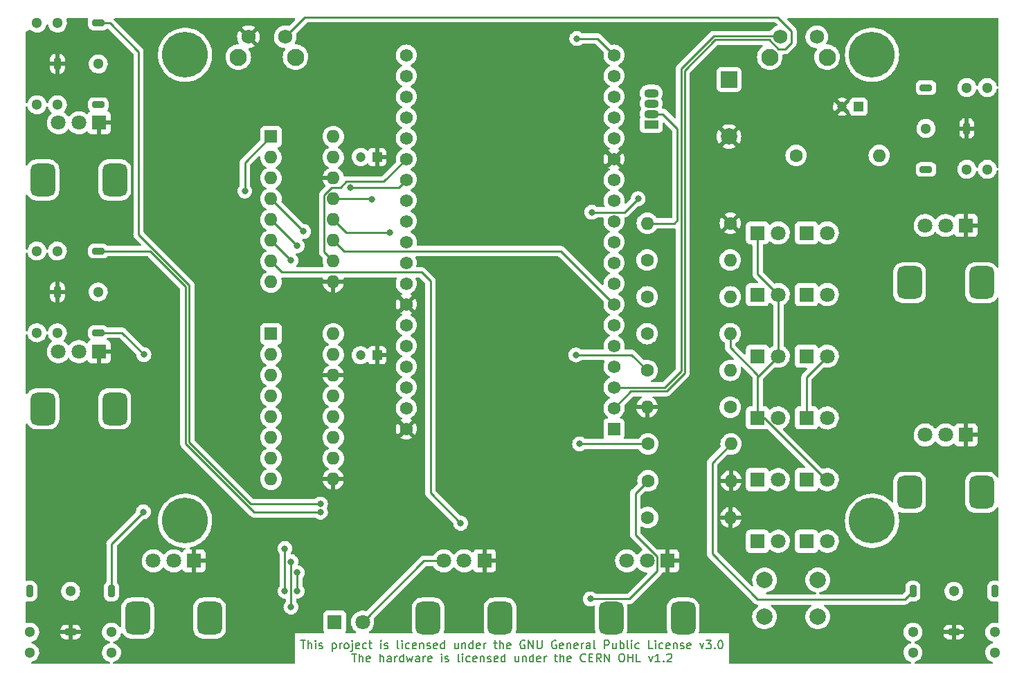
<source format=gbr>
%TF.GenerationSoftware,KiCad,Pcbnew,(6.0.4)*%
%TF.CreationDate,2023-12-09T23:36:49+01:00*%
%TF.ProjectId,Spikeling_V2.2c,5370696b-656c-4696-9e67-5f56322e3263,rev?*%
%TF.SameCoordinates,Original*%
%TF.FileFunction,Copper,L2,Bot*%
%TF.FilePolarity,Positive*%
%FSLAX46Y46*%
G04 Gerber Fmt 4.6, Leading zero omitted, Abs format (unit mm)*
G04 Created by KiCad (PCBNEW (6.0.4)) date 2023-12-09 23:36:49*
%MOMM*%
%LPD*%
G01*
G04 APERTURE LIST*
G04 Aperture macros list*
%AMRoundRect*
0 Rectangle with rounded corners*
0 $1 Rounding radius*
0 $2 $3 $4 $5 $6 $7 $8 $9 X,Y pos of 4 corners*
0 Add a 4 corners polygon primitive as box body*
4,1,4,$2,$3,$4,$5,$6,$7,$8,$9,$2,$3,0*
0 Add four circle primitives for the rounded corners*
1,1,$1+$1,$2,$3*
1,1,$1+$1,$4,$5*
1,1,$1+$1,$6,$7*
1,1,$1+$1,$8,$9*
0 Add four rect primitives between the rounded corners*
20,1,$1+$1,$2,$3,$4,$5,0*
20,1,$1+$1,$4,$5,$6,$7,0*
20,1,$1+$1,$6,$7,$8,$9,0*
20,1,$1+$1,$8,$9,$2,$3,0*%
G04 Aperture macros list end*
%ADD10C,0.150000*%
%TA.AperFunction,NonConductor*%
%ADD11C,0.150000*%
%TD*%
%TA.AperFunction,ComponentPad*%
%ADD12O,1.800000X1.070000*%
%TD*%
%TA.AperFunction,ComponentPad*%
%ADD13R,1.800000X1.070000*%
%TD*%
%TA.AperFunction,ComponentPad*%
%ADD14C,2.100000*%
%TD*%
%TA.AperFunction,ComponentPad*%
%ADD15C,1.750000*%
%TD*%
%TA.AperFunction,ComponentPad*%
%ADD16C,5.600000*%
%TD*%
%TA.AperFunction,ComponentPad*%
%ADD17R,1.800000X1.800000*%
%TD*%
%TA.AperFunction,ComponentPad*%
%ADD18C,1.800000*%
%TD*%
%TA.AperFunction,ComponentPad*%
%ADD19C,1.600000*%
%TD*%
%TA.AperFunction,ComponentPad*%
%ADD20O,1.600000X1.600000*%
%TD*%
%TA.AperFunction,ComponentPad*%
%ADD21R,1.600000X1.600000*%
%TD*%
%TA.AperFunction,ComponentPad*%
%ADD22RoundRect,0.750000X-0.750000X1.250000X-0.750000X-1.250000X0.750000X-1.250000X0.750000X1.250000X0*%
%TD*%
%TA.AperFunction,ComponentPad*%
%ADD23C,1.300000*%
%TD*%
%TA.AperFunction,ComponentPad*%
%ADD24RoundRect,0.200000X0.550000X0.200000X-0.550000X0.200000X-0.550000X-0.200000X0.550000X-0.200000X0*%
%TD*%
%TA.AperFunction,ComponentPad*%
%ADD25RoundRect,0.200000X-0.200000X0.550000X-0.200000X-0.550000X0.200000X-0.550000X0.200000X0.550000X0*%
%TD*%
%TA.AperFunction,ComponentPad*%
%ADD26RoundRect,0.200000X-0.550000X-0.200000X0.550000X-0.200000X0.550000X0.200000X-0.550000X0.200000X0*%
%TD*%
%TA.AperFunction,ComponentPad*%
%ADD27RoundRect,0.200000X0.200000X-0.550000X0.200000X0.550000X-0.200000X0.550000X-0.200000X-0.550000X0*%
%TD*%
%TA.AperFunction,ComponentPad*%
%ADD28R,1.200000X1.200000*%
%TD*%
%TA.AperFunction,ComponentPad*%
%ADD29C,1.200000*%
%TD*%
%TA.AperFunction,ComponentPad*%
%ADD30R,2.000000X2.000000*%
%TD*%
%TA.AperFunction,ComponentPad*%
%ADD31C,2.000000*%
%TD*%
%TA.AperFunction,ComponentPad*%
%ADD32R,1.560000X1.560000*%
%TD*%
%TA.AperFunction,ComponentPad*%
%ADD33C,1.560000*%
%TD*%
%TA.AperFunction,ViaPad*%
%ADD34C,0.800000*%
%TD*%
%TA.AperFunction,Conductor*%
%ADD35C,0.250000*%
%TD*%
G04 APERTURE END LIST*
D10*
D11*
X134142857Y-126647380D02*
X134714285Y-126647380D01*
X134428571Y-127647380D02*
X134428571Y-126647380D01*
X135047619Y-127647380D02*
X135047619Y-126647380D01*
X135476190Y-127647380D02*
X135476190Y-127123571D01*
X135428571Y-127028333D01*
X135333333Y-126980714D01*
X135190476Y-126980714D01*
X135095238Y-127028333D01*
X135047619Y-127075952D01*
X135952380Y-127647380D02*
X135952380Y-126980714D01*
X135952380Y-126647380D02*
X135904761Y-126695000D01*
X135952380Y-126742619D01*
X136000000Y-126695000D01*
X135952380Y-126647380D01*
X135952380Y-126742619D01*
X136380952Y-127599761D02*
X136476190Y-127647380D01*
X136666666Y-127647380D01*
X136761904Y-127599761D01*
X136809523Y-127504523D01*
X136809523Y-127456904D01*
X136761904Y-127361666D01*
X136666666Y-127314047D01*
X136523809Y-127314047D01*
X136428571Y-127266428D01*
X136380952Y-127171190D01*
X136380952Y-127123571D01*
X136428571Y-127028333D01*
X136523809Y-126980714D01*
X136666666Y-126980714D01*
X136761904Y-127028333D01*
X138000000Y-126980714D02*
X138000000Y-127980714D01*
X138000000Y-127028333D02*
X138095238Y-126980714D01*
X138285714Y-126980714D01*
X138380952Y-127028333D01*
X138428571Y-127075952D01*
X138476190Y-127171190D01*
X138476190Y-127456904D01*
X138428571Y-127552142D01*
X138380952Y-127599761D01*
X138285714Y-127647380D01*
X138095238Y-127647380D01*
X138000000Y-127599761D01*
X138904761Y-127647380D02*
X138904761Y-126980714D01*
X138904761Y-127171190D02*
X138952380Y-127075952D01*
X139000000Y-127028333D01*
X139095238Y-126980714D01*
X139190476Y-126980714D01*
X139666666Y-127647380D02*
X139571428Y-127599761D01*
X139523809Y-127552142D01*
X139476190Y-127456904D01*
X139476190Y-127171190D01*
X139523809Y-127075952D01*
X139571428Y-127028333D01*
X139666666Y-126980714D01*
X139809523Y-126980714D01*
X139904761Y-127028333D01*
X139952380Y-127075952D01*
X140000000Y-127171190D01*
X140000000Y-127456904D01*
X139952380Y-127552142D01*
X139904761Y-127599761D01*
X139809523Y-127647380D01*
X139666666Y-127647380D01*
X140428571Y-126980714D02*
X140428571Y-127837857D01*
X140380952Y-127933095D01*
X140285714Y-127980714D01*
X140238095Y-127980714D01*
X140428571Y-126647380D02*
X140380952Y-126695000D01*
X140428571Y-126742619D01*
X140476190Y-126695000D01*
X140428571Y-126647380D01*
X140428571Y-126742619D01*
X141285714Y-127599761D02*
X141190476Y-127647380D01*
X141000000Y-127647380D01*
X140904761Y-127599761D01*
X140857142Y-127504523D01*
X140857142Y-127123571D01*
X140904761Y-127028333D01*
X141000000Y-126980714D01*
X141190476Y-126980714D01*
X141285714Y-127028333D01*
X141333333Y-127123571D01*
X141333333Y-127218809D01*
X140857142Y-127314047D01*
X142190476Y-127599761D02*
X142095238Y-127647380D01*
X141904761Y-127647380D01*
X141809523Y-127599761D01*
X141761904Y-127552142D01*
X141714285Y-127456904D01*
X141714285Y-127171190D01*
X141761904Y-127075952D01*
X141809523Y-127028333D01*
X141904761Y-126980714D01*
X142095238Y-126980714D01*
X142190476Y-127028333D01*
X142476190Y-126980714D02*
X142857142Y-126980714D01*
X142619047Y-126647380D02*
X142619047Y-127504523D01*
X142666666Y-127599761D01*
X142761904Y-127647380D01*
X142857142Y-127647380D01*
X143952380Y-127647380D02*
X143952380Y-126980714D01*
X143952380Y-126647380D02*
X143904761Y-126695000D01*
X143952380Y-126742619D01*
X144000000Y-126695000D01*
X143952380Y-126647380D01*
X143952380Y-126742619D01*
X144380952Y-127599761D02*
X144476190Y-127647380D01*
X144666666Y-127647380D01*
X144761904Y-127599761D01*
X144809523Y-127504523D01*
X144809523Y-127456904D01*
X144761904Y-127361666D01*
X144666666Y-127314047D01*
X144523809Y-127314047D01*
X144428571Y-127266428D01*
X144380952Y-127171190D01*
X144380952Y-127123571D01*
X144428571Y-127028333D01*
X144523809Y-126980714D01*
X144666666Y-126980714D01*
X144761904Y-127028333D01*
X146142857Y-127647380D02*
X146047619Y-127599761D01*
X146000000Y-127504523D01*
X146000000Y-126647380D01*
X146523809Y-127647380D02*
X146523809Y-126980714D01*
X146523809Y-126647380D02*
X146476190Y-126695000D01*
X146523809Y-126742619D01*
X146571428Y-126695000D01*
X146523809Y-126647380D01*
X146523809Y-126742619D01*
X147428571Y-127599761D02*
X147333333Y-127647380D01*
X147142857Y-127647380D01*
X147047619Y-127599761D01*
X147000000Y-127552142D01*
X146952380Y-127456904D01*
X146952380Y-127171190D01*
X147000000Y-127075952D01*
X147047619Y-127028333D01*
X147142857Y-126980714D01*
X147333333Y-126980714D01*
X147428571Y-127028333D01*
X148238095Y-127599761D02*
X148142857Y-127647380D01*
X147952380Y-127647380D01*
X147857142Y-127599761D01*
X147809523Y-127504523D01*
X147809523Y-127123571D01*
X147857142Y-127028333D01*
X147952380Y-126980714D01*
X148142857Y-126980714D01*
X148238095Y-127028333D01*
X148285714Y-127123571D01*
X148285714Y-127218809D01*
X147809523Y-127314047D01*
X148714285Y-126980714D02*
X148714285Y-127647380D01*
X148714285Y-127075952D02*
X148761904Y-127028333D01*
X148857142Y-126980714D01*
X149000000Y-126980714D01*
X149095238Y-127028333D01*
X149142857Y-127123571D01*
X149142857Y-127647380D01*
X149571428Y-127599761D02*
X149666666Y-127647380D01*
X149857142Y-127647380D01*
X149952380Y-127599761D01*
X150000000Y-127504523D01*
X150000000Y-127456904D01*
X149952380Y-127361666D01*
X149857142Y-127314047D01*
X149714285Y-127314047D01*
X149619047Y-127266428D01*
X149571428Y-127171190D01*
X149571428Y-127123571D01*
X149619047Y-127028333D01*
X149714285Y-126980714D01*
X149857142Y-126980714D01*
X149952380Y-127028333D01*
X150809523Y-127599761D02*
X150714285Y-127647380D01*
X150523809Y-127647380D01*
X150428571Y-127599761D01*
X150380952Y-127504523D01*
X150380952Y-127123571D01*
X150428571Y-127028333D01*
X150523809Y-126980714D01*
X150714285Y-126980714D01*
X150809523Y-127028333D01*
X150857142Y-127123571D01*
X150857142Y-127218809D01*
X150380952Y-127314047D01*
X151714285Y-127647380D02*
X151714285Y-126647380D01*
X151714285Y-127599761D02*
X151619047Y-127647380D01*
X151428571Y-127647380D01*
X151333333Y-127599761D01*
X151285714Y-127552142D01*
X151238095Y-127456904D01*
X151238095Y-127171190D01*
X151285714Y-127075952D01*
X151333333Y-127028333D01*
X151428571Y-126980714D01*
X151619047Y-126980714D01*
X151714285Y-127028333D01*
X153380952Y-126980714D02*
X153380952Y-127647380D01*
X152952380Y-126980714D02*
X152952380Y-127504523D01*
X153000000Y-127599761D01*
X153095238Y-127647380D01*
X153238095Y-127647380D01*
X153333333Y-127599761D01*
X153380952Y-127552142D01*
X153857142Y-126980714D02*
X153857142Y-127647380D01*
X153857142Y-127075952D02*
X153904761Y-127028333D01*
X154000000Y-126980714D01*
X154142857Y-126980714D01*
X154238095Y-127028333D01*
X154285714Y-127123571D01*
X154285714Y-127647380D01*
X155190476Y-127647380D02*
X155190476Y-126647380D01*
X155190476Y-127599761D02*
X155095238Y-127647380D01*
X154904761Y-127647380D01*
X154809523Y-127599761D01*
X154761904Y-127552142D01*
X154714285Y-127456904D01*
X154714285Y-127171190D01*
X154761904Y-127075952D01*
X154809523Y-127028333D01*
X154904761Y-126980714D01*
X155095238Y-126980714D01*
X155190476Y-127028333D01*
X156047619Y-127599761D02*
X155952380Y-127647380D01*
X155761904Y-127647380D01*
X155666666Y-127599761D01*
X155619047Y-127504523D01*
X155619047Y-127123571D01*
X155666666Y-127028333D01*
X155761904Y-126980714D01*
X155952380Y-126980714D01*
X156047619Y-127028333D01*
X156095238Y-127123571D01*
X156095238Y-127218809D01*
X155619047Y-127314047D01*
X156523809Y-127647380D02*
X156523809Y-126980714D01*
X156523809Y-127171190D02*
X156571428Y-127075952D01*
X156619047Y-127028333D01*
X156714285Y-126980714D01*
X156809523Y-126980714D01*
X157761904Y-126980714D02*
X158142857Y-126980714D01*
X157904761Y-126647380D02*
X157904761Y-127504523D01*
X157952380Y-127599761D01*
X158047619Y-127647380D01*
X158142857Y-127647380D01*
X158476190Y-127647380D02*
X158476190Y-126647380D01*
X158904761Y-127647380D02*
X158904761Y-127123571D01*
X158857142Y-127028333D01*
X158761904Y-126980714D01*
X158619047Y-126980714D01*
X158523809Y-127028333D01*
X158476190Y-127075952D01*
X159761904Y-127599761D02*
X159666666Y-127647380D01*
X159476190Y-127647380D01*
X159380952Y-127599761D01*
X159333333Y-127504523D01*
X159333333Y-127123571D01*
X159380952Y-127028333D01*
X159476190Y-126980714D01*
X159666666Y-126980714D01*
X159761904Y-127028333D01*
X159809523Y-127123571D01*
X159809523Y-127218809D01*
X159333333Y-127314047D01*
X161523809Y-126695000D02*
X161428571Y-126647380D01*
X161285714Y-126647380D01*
X161142857Y-126695000D01*
X161047619Y-126790238D01*
X161000000Y-126885476D01*
X160952380Y-127075952D01*
X160952380Y-127218809D01*
X161000000Y-127409285D01*
X161047619Y-127504523D01*
X161142857Y-127599761D01*
X161285714Y-127647380D01*
X161380952Y-127647380D01*
X161523809Y-127599761D01*
X161571428Y-127552142D01*
X161571428Y-127218809D01*
X161380952Y-127218809D01*
X162000000Y-127647380D02*
X162000000Y-126647380D01*
X162571428Y-127647380D01*
X162571428Y-126647380D01*
X163047619Y-126647380D02*
X163047619Y-127456904D01*
X163095238Y-127552142D01*
X163142857Y-127599761D01*
X163238095Y-127647380D01*
X163428571Y-127647380D01*
X163523809Y-127599761D01*
X163571428Y-127552142D01*
X163619047Y-127456904D01*
X163619047Y-126647380D01*
X165380952Y-126695000D02*
X165285714Y-126647380D01*
X165142857Y-126647380D01*
X165000000Y-126695000D01*
X164904761Y-126790238D01*
X164857142Y-126885476D01*
X164809523Y-127075952D01*
X164809523Y-127218809D01*
X164857142Y-127409285D01*
X164904761Y-127504523D01*
X165000000Y-127599761D01*
X165142857Y-127647380D01*
X165238095Y-127647380D01*
X165380952Y-127599761D01*
X165428571Y-127552142D01*
X165428571Y-127218809D01*
X165238095Y-127218809D01*
X166238095Y-127599761D02*
X166142857Y-127647380D01*
X165952380Y-127647380D01*
X165857142Y-127599761D01*
X165809523Y-127504523D01*
X165809523Y-127123571D01*
X165857142Y-127028333D01*
X165952380Y-126980714D01*
X166142857Y-126980714D01*
X166238095Y-127028333D01*
X166285714Y-127123571D01*
X166285714Y-127218809D01*
X165809523Y-127314047D01*
X166714285Y-126980714D02*
X166714285Y-127647380D01*
X166714285Y-127075952D02*
X166761904Y-127028333D01*
X166857142Y-126980714D01*
X167000000Y-126980714D01*
X167095238Y-127028333D01*
X167142857Y-127123571D01*
X167142857Y-127647380D01*
X168000000Y-127599761D02*
X167904761Y-127647380D01*
X167714285Y-127647380D01*
X167619047Y-127599761D01*
X167571428Y-127504523D01*
X167571428Y-127123571D01*
X167619047Y-127028333D01*
X167714285Y-126980714D01*
X167904761Y-126980714D01*
X168000000Y-127028333D01*
X168047619Y-127123571D01*
X168047619Y-127218809D01*
X167571428Y-127314047D01*
X168476190Y-127647380D02*
X168476190Y-126980714D01*
X168476190Y-127171190D02*
X168523809Y-127075952D01*
X168571428Y-127028333D01*
X168666666Y-126980714D01*
X168761904Y-126980714D01*
X169523809Y-127647380D02*
X169523809Y-127123571D01*
X169476190Y-127028333D01*
X169380952Y-126980714D01*
X169190476Y-126980714D01*
X169095238Y-127028333D01*
X169523809Y-127599761D02*
X169428571Y-127647380D01*
X169190476Y-127647380D01*
X169095238Y-127599761D01*
X169047619Y-127504523D01*
X169047619Y-127409285D01*
X169095238Y-127314047D01*
X169190476Y-127266428D01*
X169428571Y-127266428D01*
X169523809Y-127218809D01*
X170142857Y-127647380D02*
X170047619Y-127599761D01*
X170000000Y-127504523D01*
X170000000Y-126647380D01*
X171285714Y-127647380D02*
X171285714Y-126647380D01*
X171666666Y-126647380D01*
X171761904Y-126695000D01*
X171809523Y-126742619D01*
X171857142Y-126837857D01*
X171857142Y-126980714D01*
X171809523Y-127075952D01*
X171761904Y-127123571D01*
X171666666Y-127171190D01*
X171285714Y-127171190D01*
X172714285Y-126980714D02*
X172714285Y-127647380D01*
X172285714Y-126980714D02*
X172285714Y-127504523D01*
X172333333Y-127599761D01*
X172428571Y-127647380D01*
X172571428Y-127647380D01*
X172666666Y-127599761D01*
X172714285Y-127552142D01*
X173190476Y-127647380D02*
X173190476Y-126647380D01*
X173190476Y-127028333D02*
X173285714Y-126980714D01*
X173476190Y-126980714D01*
X173571428Y-127028333D01*
X173619047Y-127075952D01*
X173666666Y-127171190D01*
X173666666Y-127456904D01*
X173619047Y-127552142D01*
X173571428Y-127599761D01*
X173476190Y-127647380D01*
X173285714Y-127647380D01*
X173190476Y-127599761D01*
X174238095Y-127647380D02*
X174142857Y-127599761D01*
X174095238Y-127504523D01*
X174095238Y-126647380D01*
X174619047Y-127647380D02*
X174619047Y-126980714D01*
X174619047Y-126647380D02*
X174571428Y-126695000D01*
X174619047Y-126742619D01*
X174666666Y-126695000D01*
X174619047Y-126647380D01*
X174619047Y-126742619D01*
X175523809Y-127599761D02*
X175428571Y-127647380D01*
X175238095Y-127647380D01*
X175142857Y-127599761D01*
X175095238Y-127552142D01*
X175047619Y-127456904D01*
X175047619Y-127171190D01*
X175095238Y-127075952D01*
X175142857Y-127028333D01*
X175238095Y-126980714D01*
X175428571Y-126980714D01*
X175523809Y-127028333D01*
X177190476Y-127647380D02*
X176714285Y-127647380D01*
X176714285Y-126647380D01*
X177523809Y-127647380D02*
X177523809Y-126980714D01*
X177523809Y-126647380D02*
X177476190Y-126695000D01*
X177523809Y-126742619D01*
X177571428Y-126695000D01*
X177523809Y-126647380D01*
X177523809Y-126742619D01*
X178428571Y-127599761D02*
X178333333Y-127647380D01*
X178142857Y-127647380D01*
X178047619Y-127599761D01*
X178000000Y-127552142D01*
X177952380Y-127456904D01*
X177952380Y-127171190D01*
X178000000Y-127075952D01*
X178047619Y-127028333D01*
X178142857Y-126980714D01*
X178333333Y-126980714D01*
X178428571Y-127028333D01*
X179238095Y-127599761D02*
X179142857Y-127647380D01*
X178952380Y-127647380D01*
X178857142Y-127599761D01*
X178809523Y-127504523D01*
X178809523Y-127123571D01*
X178857142Y-127028333D01*
X178952380Y-126980714D01*
X179142857Y-126980714D01*
X179238095Y-127028333D01*
X179285714Y-127123571D01*
X179285714Y-127218809D01*
X178809523Y-127314047D01*
X179714285Y-126980714D02*
X179714285Y-127647380D01*
X179714285Y-127075952D02*
X179761904Y-127028333D01*
X179857142Y-126980714D01*
X180000000Y-126980714D01*
X180095238Y-127028333D01*
X180142857Y-127123571D01*
X180142857Y-127647380D01*
X180571428Y-127599761D02*
X180666666Y-127647380D01*
X180857142Y-127647380D01*
X180952380Y-127599761D01*
X181000000Y-127504523D01*
X181000000Y-127456904D01*
X180952380Y-127361666D01*
X180857142Y-127314047D01*
X180714285Y-127314047D01*
X180619047Y-127266428D01*
X180571428Y-127171190D01*
X180571428Y-127123571D01*
X180619047Y-127028333D01*
X180714285Y-126980714D01*
X180857142Y-126980714D01*
X180952380Y-127028333D01*
X181809523Y-127599761D02*
X181714285Y-127647380D01*
X181523809Y-127647380D01*
X181428571Y-127599761D01*
X181380952Y-127504523D01*
X181380952Y-127123571D01*
X181428571Y-127028333D01*
X181523809Y-126980714D01*
X181714285Y-126980714D01*
X181809523Y-127028333D01*
X181857142Y-127123571D01*
X181857142Y-127218809D01*
X181380952Y-127314047D01*
X182952380Y-126980714D02*
X183190476Y-127647380D01*
X183428571Y-126980714D01*
X183714285Y-126647380D02*
X184333333Y-126647380D01*
X184000000Y-127028333D01*
X184142857Y-127028333D01*
X184238095Y-127075952D01*
X184285714Y-127123571D01*
X184333333Y-127218809D01*
X184333333Y-127456904D01*
X184285714Y-127552142D01*
X184238095Y-127599761D01*
X184142857Y-127647380D01*
X183857142Y-127647380D01*
X183761904Y-127599761D01*
X183714285Y-127552142D01*
X184761904Y-127552142D02*
X184809523Y-127599761D01*
X184761904Y-127647380D01*
X184714285Y-127599761D01*
X184761904Y-127552142D01*
X184761904Y-127647380D01*
X185428571Y-126647380D02*
X185523809Y-126647380D01*
X185619047Y-126695000D01*
X185666666Y-126742619D01*
X185714285Y-126837857D01*
X185761904Y-127028333D01*
X185761904Y-127266428D01*
X185714285Y-127456904D01*
X185666666Y-127552142D01*
X185619047Y-127599761D01*
X185523809Y-127647380D01*
X185428571Y-127647380D01*
X185333333Y-127599761D01*
X185285714Y-127552142D01*
X185238095Y-127456904D01*
X185190476Y-127266428D01*
X185190476Y-127028333D01*
X185238095Y-126837857D01*
X185285714Y-126742619D01*
X185333333Y-126695000D01*
X185428571Y-126647380D01*
X140404761Y-128257380D02*
X140976190Y-128257380D01*
X140690476Y-129257380D02*
X140690476Y-128257380D01*
X141309523Y-129257380D02*
X141309523Y-128257380D01*
X141738095Y-129257380D02*
X141738095Y-128733571D01*
X141690476Y-128638333D01*
X141595238Y-128590714D01*
X141452380Y-128590714D01*
X141357142Y-128638333D01*
X141309523Y-128685952D01*
X142595238Y-129209761D02*
X142500000Y-129257380D01*
X142309523Y-129257380D01*
X142214285Y-129209761D01*
X142166666Y-129114523D01*
X142166666Y-128733571D01*
X142214285Y-128638333D01*
X142309523Y-128590714D01*
X142500000Y-128590714D01*
X142595238Y-128638333D01*
X142642857Y-128733571D01*
X142642857Y-128828809D01*
X142166666Y-128924047D01*
X143833333Y-129257380D02*
X143833333Y-128257380D01*
X144261904Y-129257380D02*
X144261904Y-128733571D01*
X144214285Y-128638333D01*
X144119047Y-128590714D01*
X143976190Y-128590714D01*
X143880952Y-128638333D01*
X143833333Y-128685952D01*
X145166666Y-129257380D02*
X145166666Y-128733571D01*
X145119047Y-128638333D01*
X145023809Y-128590714D01*
X144833333Y-128590714D01*
X144738095Y-128638333D01*
X145166666Y-129209761D02*
X145071428Y-129257380D01*
X144833333Y-129257380D01*
X144738095Y-129209761D01*
X144690476Y-129114523D01*
X144690476Y-129019285D01*
X144738095Y-128924047D01*
X144833333Y-128876428D01*
X145071428Y-128876428D01*
X145166666Y-128828809D01*
X145642857Y-129257380D02*
X145642857Y-128590714D01*
X145642857Y-128781190D02*
X145690476Y-128685952D01*
X145738095Y-128638333D01*
X145833333Y-128590714D01*
X145928571Y-128590714D01*
X146690476Y-129257380D02*
X146690476Y-128257380D01*
X146690476Y-129209761D02*
X146595238Y-129257380D01*
X146404761Y-129257380D01*
X146309523Y-129209761D01*
X146261904Y-129162142D01*
X146214285Y-129066904D01*
X146214285Y-128781190D01*
X146261904Y-128685952D01*
X146309523Y-128638333D01*
X146404761Y-128590714D01*
X146595238Y-128590714D01*
X146690476Y-128638333D01*
X147071428Y-128590714D02*
X147261904Y-129257380D01*
X147452380Y-128781190D01*
X147642857Y-129257380D01*
X147833333Y-128590714D01*
X148642857Y-129257380D02*
X148642857Y-128733571D01*
X148595238Y-128638333D01*
X148500000Y-128590714D01*
X148309523Y-128590714D01*
X148214285Y-128638333D01*
X148642857Y-129209761D02*
X148547619Y-129257380D01*
X148309523Y-129257380D01*
X148214285Y-129209761D01*
X148166666Y-129114523D01*
X148166666Y-129019285D01*
X148214285Y-128924047D01*
X148309523Y-128876428D01*
X148547619Y-128876428D01*
X148642857Y-128828809D01*
X149119047Y-129257380D02*
X149119047Y-128590714D01*
X149119047Y-128781190D02*
X149166666Y-128685952D01*
X149214285Y-128638333D01*
X149309523Y-128590714D01*
X149404761Y-128590714D01*
X150119047Y-129209761D02*
X150023809Y-129257380D01*
X149833333Y-129257380D01*
X149738095Y-129209761D01*
X149690476Y-129114523D01*
X149690476Y-128733571D01*
X149738095Y-128638333D01*
X149833333Y-128590714D01*
X150023809Y-128590714D01*
X150119047Y-128638333D01*
X150166666Y-128733571D01*
X150166666Y-128828809D01*
X149690476Y-128924047D01*
X151357142Y-129257380D02*
X151357142Y-128590714D01*
X151357142Y-128257380D02*
X151309523Y-128305000D01*
X151357142Y-128352619D01*
X151404761Y-128305000D01*
X151357142Y-128257380D01*
X151357142Y-128352619D01*
X151785714Y-129209761D02*
X151880952Y-129257380D01*
X152071428Y-129257380D01*
X152166666Y-129209761D01*
X152214285Y-129114523D01*
X152214285Y-129066904D01*
X152166666Y-128971666D01*
X152071428Y-128924047D01*
X151928571Y-128924047D01*
X151833333Y-128876428D01*
X151785714Y-128781190D01*
X151785714Y-128733571D01*
X151833333Y-128638333D01*
X151928571Y-128590714D01*
X152071428Y-128590714D01*
X152166666Y-128638333D01*
X153547619Y-129257380D02*
X153452380Y-129209761D01*
X153404761Y-129114523D01*
X153404761Y-128257380D01*
X153928571Y-129257380D02*
X153928571Y-128590714D01*
X153928571Y-128257380D02*
X153880952Y-128305000D01*
X153928571Y-128352619D01*
X153976190Y-128305000D01*
X153928571Y-128257380D01*
X153928571Y-128352619D01*
X154833333Y-129209761D02*
X154738095Y-129257380D01*
X154547619Y-129257380D01*
X154452380Y-129209761D01*
X154404761Y-129162142D01*
X154357142Y-129066904D01*
X154357142Y-128781190D01*
X154404761Y-128685952D01*
X154452380Y-128638333D01*
X154547619Y-128590714D01*
X154738095Y-128590714D01*
X154833333Y-128638333D01*
X155642857Y-129209761D02*
X155547619Y-129257380D01*
X155357142Y-129257380D01*
X155261904Y-129209761D01*
X155214285Y-129114523D01*
X155214285Y-128733571D01*
X155261904Y-128638333D01*
X155357142Y-128590714D01*
X155547619Y-128590714D01*
X155642857Y-128638333D01*
X155690476Y-128733571D01*
X155690476Y-128828809D01*
X155214285Y-128924047D01*
X156119047Y-128590714D02*
X156119047Y-129257380D01*
X156119047Y-128685952D02*
X156166666Y-128638333D01*
X156261904Y-128590714D01*
X156404761Y-128590714D01*
X156500000Y-128638333D01*
X156547619Y-128733571D01*
X156547619Y-129257380D01*
X156976190Y-129209761D02*
X157071428Y-129257380D01*
X157261904Y-129257380D01*
X157357142Y-129209761D01*
X157404761Y-129114523D01*
X157404761Y-129066904D01*
X157357142Y-128971666D01*
X157261904Y-128924047D01*
X157119047Y-128924047D01*
X157023809Y-128876428D01*
X156976190Y-128781190D01*
X156976190Y-128733571D01*
X157023809Y-128638333D01*
X157119047Y-128590714D01*
X157261904Y-128590714D01*
X157357142Y-128638333D01*
X158214285Y-129209761D02*
X158119047Y-129257380D01*
X157928571Y-129257380D01*
X157833333Y-129209761D01*
X157785714Y-129114523D01*
X157785714Y-128733571D01*
X157833333Y-128638333D01*
X157928571Y-128590714D01*
X158119047Y-128590714D01*
X158214285Y-128638333D01*
X158261904Y-128733571D01*
X158261904Y-128828809D01*
X157785714Y-128924047D01*
X159119047Y-129257380D02*
X159119047Y-128257380D01*
X159119047Y-129209761D02*
X159023809Y-129257380D01*
X158833333Y-129257380D01*
X158738095Y-129209761D01*
X158690476Y-129162142D01*
X158642857Y-129066904D01*
X158642857Y-128781190D01*
X158690476Y-128685952D01*
X158738095Y-128638333D01*
X158833333Y-128590714D01*
X159023809Y-128590714D01*
X159119047Y-128638333D01*
X160785714Y-128590714D02*
X160785714Y-129257380D01*
X160357142Y-128590714D02*
X160357142Y-129114523D01*
X160404761Y-129209761D01*
X160500000Y-129257380D01*
X160642857Y-129257380D01*
X160738095Y-129209761D01*
X160785714Y-129162142D01*
X161261904Y-128590714D02*
X161261904Y-129257380D01*
X161261904Y-128685952D02*
X161309523Y-128638333D01*
X161404761Y-128590714D01*
X161547619Y-128590714D01*
X161642857Y-128638333D01*
X161690476Y-128733571D01*
X161690476Y-129257380D01*
X162595238Y-129257380D02*
X162595238Y-128257380D01*
X162595238Y-129209761D02*
X162500000Y-129257380D01*
X162309523Y-129257380D01*
X162214285Y-129209761D01*
X162166666Y-129162142D01*
X162119047Y-129066904D01*
X162119047Y-128781190D01*
X162166666Y-128685952D01*
X162214285Y-128638333D01*
X162309523Y-128590714D01*
X162500000Y-128590714D01*
X162595238Y-128638333D01*
X163452380Y-129209761D02*
X163357142Y-129257380D01*
X163166666Y-129257380D01*
X163071428Y-129209761D01*
X163023809Y-129114523D01*
X163023809Y-128733571D01*
X163071428Y-128638333D01*
X163166666Y-128590714D01*
X163357142Y-128590714D01*
X163452380Y-128638333D01*
X163500000Y-128733571D01*
X163500000Y-128828809D01*
X163023809Y-128924047D01*
X163928571Y-129257380D02*
X163928571Y-128590714D01*
X163928571Y-128781190D02*
X163976190Y-128685952D01*
X164023809Y-128638333D01*
X164119047Y-128590714D01*
X164214285Y-128590714D01*
X165166666Y-128590714D02*
X165547619Y-128590714D01*
X165309523Y-128257380D02*
X165309523Y-129114523D01*
X165357142Y-129209761D01*
X165452380Y-129257380D01*
X165547619Y-129257380D01*
X165880952Y-129257380D02*
X165880952Y-128257380D01*
X166309523Y-129257380D02*
X166309523Y-128733571D01*
X166261904Y-128638333D01*
X166166666Y-128590714D01*
X166023809Y-128590714D01*
X165928571Y-128638333D01*
X165880952Y-128685952D01*
X167166666Y-129209761D02*
X167071428Y-129257380D01*
X166880952Y-129257380D01*
X166785714Y-129209761D01*
X166738095Y-129114523D01*
X166738095Y-128733571D01*
X166785714Y-128638333D01*
X166880952Y-128590714D01*
X167071428Y-128590714D01*
X167166666Y-128638333D01*
X167214285Y-128733571D01*
X167214285Y-128828809D01*
X166738095Y-128924047D01*
X168976190Y-129162142D02*
X168928571Y-129209761D01*
X168785714Y-129257380D01*
X168690476Y-129257380D01*
X168547619Y-129209761D01*
X168452380Y-129114523D01*
X168404761Y-129019285D01*
X168357142Y-128828809D01*
X168357142Y-128685952D01*
X168404761Y-128495476D01*
X168452380Y-128400238D01*
X168547619Y-128305000D01*
X168690476Y-128257380D01*
X168785714Y-128257380D01*
X168928571Y-128305000D01*
X168976190Y-128352619D01*
X169404761Y-128733571D02*
X169738095Y-128733571D01*
X169880952Y-129257380D02*
X169404761Y-129257380D01*
X169404761Y-128257380D01*
X169880952Y-128257380D01*
X170880952Y-129257380D02*
X170547619Y-128781190D01*
X170309523Y-129257380D02*
X170309523Y-128257380D01*
X170690476Y-128257380D01*
X170785714Y-128305000D01*
X170833333Y-128352619D01*
X170880952Y-128447857D01*
X170880952Y-128590714D01*
X170833333Y-128685952D01*
X170785714Y-128733571D01*
X170690476Y-128781190D01*
X170309523Y-128781190D01*
X171309523Y-129257380D02*
X171309523Y-128257380D01*
X171880952Y-129257380D01*
X171880952Y-128257380D01*
X173309523Y-128257380D02*
X173500000Y-128257380D01*
X173595238Y-128305000D01*
X173690476Y-128400238D01*
X173738095Y-128590714D01*
X173738095Y-128924047D01*
X173690476Y-129114523D01*
X173595238Y-129209761D01*
X173500000Y-129257380D01*
X173309523Y-129257380D01*
X173214285Y-129209761D01*
X173119047Y-129114523D01*
X173071428Y-128924047D01*
X173071428Y-128590714D01*
X173119047Y-128400238D01*
X173214285Y-128305000D01*
X173309523Y-128257380D01*
X174166666Y-129257380D02*
X174166666Y-128257380D01*
X174166666Y-128733571D02*
X174738095Y-128733571D01*
X174738095Y-129257380D02*
X174738095Y-128257380D01*
X175690476Y-129257380D02*
X175214285Y-129257380D01*
X175214285Y-128257380D01*
X176690476Y-128590714D02*
X176928571Y-129257380D01*
X177166666Y-128590714D01*
X178071428Y-129257380D02*
X177500000Y-129257380D01*
X177785714Y-129257380D02*
X177785714Y-128257380D01*
X177690476Y-128400238D01*
X177595238Y-128495476D01*
X177500000Y-128543095D01*
X178500000Y-129162142D02*
X178547619Y-129209761D01*
X178500000Y-129257380D01*
X178452380Y-129209761D01*
X178500000Y-129162142D01*
X178500000Y-129257380D01*
X178928571Y-128352619D02*
X178976190Y-128305000D01*
X179071428Y-128257380D01*
X179309523Y-128257380D01*
X179404761Y-128305000D01*
X179452380Y-128352619D01*
X179500000Y-128447857D01*
X179500000Y-128543095D01*
X179452380Y-128685952D01*
X178880952Y-129257380D01*
X179500000Y-129257380D01*
D12*
%TO.P,D1,4,BA*%
%TO.N,/12*%
X177000000Y-59690000D03*
%TO.P,D1,3,GA*%
%TO.N,/14*%
X177000000Y-60960000D03*
D13*
%TO.P,D1,2,K*%
%TO.N,/27*%
X177000000Y-63500000D03*
D12*
%TO.P,D1,1,RA*%
%TO.N,Net-(D1-Pad2)*%
X177000000Y-62230000D03*
%TD*%
D14*
%TO.P,SW2,*%
%TO.N,*%
X191500000Y-55280000D03*
X198510000Y-55280000D03*
D15*
%TO.P,SW2,1,1*%
%TO.N,/36*%
X192750000Y-52790000D03*
%TO.P,SW2,2,2*%
%TO.N,VCC*%
X197250000Y-52790000D03*
%TD*%
D16*
%TO.P, ,1*%
%TO.N,N/C*%
X120000000Y-55000000D03*
%TD*%
D17*
%TO.P,D7,1,K*%
%TO.N,Net-(D4-Pad1)*%
X190000000Y-76779000D03*
D18*
%TO.P,D7,2,A*%
%TO.N,Net-(D10-Pad1)*%
X192540000Y-76779000D03*
%TD*%
D17*
%TO.P,D2,1,K*%
%TO.N,Net-(D10-Pad2)*%
X190000000Y-114504000D03*
D18*
%TO.P,D2,2,A*%
%TO.N,Net-(D12-Pad2)*%
X192540000Y-114504000D03*
%TD*%
D19*
%TO.P,R5,1*%
%TO.N,/39*%
X186660000Y-98100000D03*
D20*
%TO.P,R5,2*%
%TO.N,GNDREF*%
X176500000Y-98100000D03*
%TD*%
D21*
%TO.P,U3,1,CH0*%
%TO.N,/200*%
X130500000Y-89125000D03*
D20*
%TO.P,U3,2,CH1*%
%TO.N,/201*%
X130500000Y-91665000D03*
%TO.P,U3,3,CH2*%
%TO.N,/202*%
X130500000Y-94205000D03*
%TO.P,U3,4,CH3*%
%TO.N,/203*%
X130500000Y-96745000D03*
%TO.P,U3,5,CH4*%
%TO.N,/204*%
X130500000Y-99285000D03*
%TO.P,U3,6,CH5*%
%TO.N,/205*%
X130500000Y-101825000D03*
%TO.P,U3,7,CH6*%
%TO.N,/206*%
X130500000Y-104365000D03*
%TO.P,U3,8,CH7*%
%TO.N,/207*%
X130500000Y-106905000D03*
%TO.P,U3,9,DGND*%
%TO.N,GNDREF*%
X138120000Y-106905000D03*
%TO.P,U3,10,~{CS}/SHDN*%
%TO.N,/04*%
X138120000Y-104365000D03*
%TO.P,U3,11,Din*%
%TO.N,/32*%
X138120000Y-101825000D03*
%TO.P,U3,12,Dout*%
%TO.N,/33*%
X138120000Y-99285000D03*
%TO.P,U3,13,CLK*%
%TO.N,/18*%
X138120000Y-96745000D03*
%TO.P,U3,14,AGND*%
%TO.N,GNDREF*%
X138120000Y-94205000D03*
%TO.P,U3,15,Vref*%
%TO.N,VCC*%
X138120000Y-91665000D03*
%TO.P,U3,16,Vdd*%
X138120000Y-89125000D03*
%TD*%
D22*
%TO.P,RV6,*%
%TO.N,*%
X208600000Y-108500000D03*
X217400000Y-108500000D03*
D17*
%TO.P,RV6,1,1*%
%TO.N,GNDREF*%
X215500000Y-101500000D03*
D18*
%TO.P,RV6,2,2*%
%TO.N,/104*%
X213000000Y-101500000D03*
%TO.P,RV6,3,3*%
%TO.N,VCC*%
X210500000Y-101500000D03*
%TD*%
D22*
%TO.P,RV4,*%
%TO.N,*%
X180900000Y-123900000D03*
X172100000Y-123900000D03*
D17*
%TO.P,RV4,1,1*%
%TO.N,GNDREF*%
X179000000Y-116900000D03*
D18*
%TO.P,RV4,2,2*%
%TO.N,/106*%
X176500000Y-116900000D03*
%TO.P,RV4,3,3*%
%TO.N,VCC*%
X174000000Y-116900000D03*
%TD*%
D23*
%TO.P,J2,*%
%TO.N,*%
X101882500Y-51100000D03*
X104382500Y-51100000D03*
X109382500Y-56100000D03*
X101882500Y-61100000D03*
X104382500Y-61100000D03*
D24*
%TO.P,J2,R*%
%TO.N,/200*%
X109382500Y-61100000D03*
D25*
%TO.P,J2,S*%
%TO.N,GNDREF*%
X104382500Y-56100000D03*
D24*
%TO.P,J2,T*%
%TO.N,/35*%
X109382500Y-51100000D03*
%TD*%
D23*
%TO.P,J1,*%
%TO.N,*%
X215600000Y-59000000D03*
X215600000Y-69000000D03*
X218100000Y-59000000D03*
X210600000Y-64000000D03*
X218100000Y-69000000D03*
D26*
%TO.P,J1,R*%
%TO.N,Net-(C3-Pad1)*%
X210600000Y-59000000D03*
D27*
%TO.P,J1,S*%
%TO.N,GNDREF*%
X215600000Y-64000000D03*
D26*
%TO.P,J1,T*%
%TO.N,/15*%
X210600000Y-69000000D03*
%TD*%
D22*
%TO.P,RV1,*%
%TO.N,*%
X102600000Y-70300000D03*
X111400000Y-70300000D03*
D17*
%TO.P,RV1,1,1*%
%TO.N,GNDREF*%
X109500000Y-63300000D03*
D18*
%TO.P,RV1,2,2*%
%TO.N,/101*%
X107000000Y-63300000D03*
%TO.P,RV1,3,3*%
%TO.N,VCC*%
X104500000Y-63300000D03*
%TD*%
D17*
%TO.P,D4,1,K*%
%TO.N,Net-(D4-Pad1)*%
X190000000Y-99414000D03*
D18*
%TO.P,D4,2,A*%
%TO.N,Net-(D10-Pad2)*%
X192540000Y-99414000D03*
%TD*%
D22*
%TO.P,RV3,*%
%TO.N,*%
X123000000Y-123900000D03*
X114200000Y-123900000D03*
D17*
%TO.P,RV3,1,1*%
%TO.N,GNDREF*%
X121100000Y-116900000D03*
D18*
%TO.P,RV3,2,2*%
%TO.N,/100*%
X118600000Y-116900000D03*
%TO.P,RV3,3,3*%
%TO.N,VCC*%
X116100000Y-116900000D03*
%TD*%
D19*
%TO.P,R3,1*%
%TO.N,/22*%
X176600000Y-102600000D03*
D20*
%TO.P,R3,2*%
%TO.N,Net-(J5-PadT)*%
X186760000Y-102600000D03*
%TD*%
D16*
%TO.P, ,1*%
%TO.N,N/C*%
X204000000Y-55000000D03*
%TD*%
D21*
%TO.P,U2,1,CH0*%
%TO.N,/100*%
X130500000Y-65000000D03*
D20*
%TO.P,U2,2,CH1*%
%TO.N,/101*%
X130500000Y-67540000D03*
%TO.P,U2,3,CH2*%
%TO.N,/102*%
X130500000Y-70080000D03*
%TO.P,U2,4,CH3*%
%TO.N,/103*%
X130500000Y-72620000D03*
%TO.P,U2,5,CH4*%
%TO.N,/104*%
X130500000Y-75160000D03*
%TO.P,U2,6,CH5*%
%TO.N,/105*%
X130500000Y-77700000D03*
%TO.P,U2,7,CH6*%
%TO.N,/106*%
X130500000Y-80240000D03*
%TO.P,U2,8,CH7*%
%TO.N,/107*%
X130500000Y-82780000D03*
%TO.P,U2,9,DGND*%
%TO.N,GNDREF*%
X138120000Y-82780000D03*
%TO.P,U2,10,~{CS}/SHDN*%
%TO.N,/00*%
X138120000Y-80240000D03*
%TO.P,U2,11,Din*%
%TO.N,/32*%
X138120000Y-77700000D03*
%TO.P,U2,12,Dout*%
%TO.N,/33*%
X138120000Y-75160000D03*
%TO.P,U2,13,CLK*%
%TO.N,/18*%
X138120000Y-72620000D03*
%TO.P,U2,14,AGND*%
%TO.N,GNDREF*%
X138120000Y-70080000D03*
%TO.P,U2,15,Vref*%
%TO.N,VCC*%
X138120000Y-67540000D03*
%TO.P,U2,16,Vdd*%
X138120000Y-65000000D03*
%TD*%
D28*
%TO.P,C2,1*%
%TO.N,GNDREF*%
X143472600Y-91750000D03*
D29*
%TO.P,C2,2*%
%TO.N,VCC*%
X141472600Y-91750000D03*
%TD*%
D23*
%TO.P,J5,*%
%TO.N,*%
X219000000Y-125617500D03*
X219000000Y-128117500D03*
X209000000Y-128117500D03*
X214000000Y-120617500D03*
X209000000Y-125617500D03*
D25*
%TO.P,J5,R*%
%TO.N,/26*%
X219000000Y-120617500D03*
D26*
%TO.P,J5,S*%
%TO.N,GNDREF*%
X214000000Y-125617500D03*
D25*
%TO.P,J5,T*%
%TO.N,Net-(J5-PadT)*%
X209000000Y-120617500D03*
%TD*%
D14*
%TO.P,SW3,*%
%TO.N,*%
X133510000Y-55280000D03*
X126500000Y-55280000D03*
D15*
%TO.P,SW3,1,1*%
%TO.N,GNDREF*%
X127750000Y-52790000D03*
%TO.P,SW3,2,2*%
%TO.N,Net-(SW3-Pad2)*%
X132250000Y-52790000D03*
%TD*%
D17*
%TO.P,D11,1,K*%
%TO.N,Net-(D10-Pad2)*%
X196000000Y-91869000D03*
D18*
%TO.P,D11,2,A*%
%TO.N,Net-(D10-Pad1)*%
X198540000Y-91869000D03*
%TD*%
D17*
%TO.P,D9,1,K*%
%TO.N,Net-(D12-Pad2)*%
X196000000Y-106959000D03*
D18*
%TO.P,D9,2,A*%
%TO.N,Net-(D4-Pad1)*%
X198540000Y-106959000D03*
%TD*%
D28*
%TO.P,C1,1*%
%TO.N,GNDREF*%
X143472600Y-67500000D03*
D29*
%TO.P,C1,2*%
%TO.N,VCC*%
X141472600Y-67500000D03*
%TD*%
D19*
%TO.P,R9,1*%
%TO.N,/21*%
X176500000Y-93600000D03*
D20*
%TO.P,R9,2*%
%TO.N,Net-(D10-Pad1)*%
X186660000Y-93600000D03*
%TD*%
D17*
%TO.P,D13,1,K*%
%TO.N,Net-(D12-Pad2)*%
X196000000Y-76779000D03*
D18*
%TO.P,D13,2,A*%
%TO.N,Net-(D10-Pad1)*%
X198540000Y-76779000D03*
%TD*%
D17*
%TO.P,D12,1,K*%
%TO.N,Net-(D10-Pad1)*%
X196000000Y-84324000D03*
D18*
%TO.P,D12,2,A*%
%TO.N,Net-(D12-Pad2)*%
X198540000Y-84324000D03*
%TD*%
D17*
%TO.P,D10,1,K*%
%TO.N,Net-(D10-Pad1)*%
X196000000Y-99414000D03*
D18*
%TO.P,D10,2,A*%
%TO.N,Net-(D10-Pad2)*%
X198540000Y-99414000D03*
%TD*%
D19*
%TO.P,R1,1*%
%TO.N,/25*%
X194720000Y-67300000D03*
D20*
%TO.P,R1,2*%
%TO.N,Net-(C3-Pad1)*%
X204880000Y-67300000D03*
%TD*%
D17*
%TO.P,R10,1*%
%TO.N,/202*%
X138300000Y-124400000D03*
D18*
%TO.P,R10,2*%
%TO.N,VCC*%
X141700000Y-124400000D03*
%TD*%
D22*
%TO.P,RV7,*%
%TO.N,*%
X208600000Y-82872000D03*
X217400000Y-82872000D03*
D17*
%TO.P,RV7,1,1*%
%TO.N,GNDREF*%
X215500000Y-75872000D03*
D18*
%TO.P,RV7,2,2*%
%TO.N,/105*%
X213000000Y-75872000D03*
%TO.P,RV7,3,3*%
%TO.N,VCC*%
X210500000Y-75872000D03*
%TD*%
D22*
%TO.P,RV2,*%
%TO.N,*%
X111400000Y-98300000D03*
X102600000Y-98300000D03*
D17*
%TO.P,RV2,1,1*%
%TO.N,GNDREF*%
X109500000Y-91300000D03*
D18*
%TO.P,RV2,2,2*%
%TO.N,/102*%
X107000000Y-91300000D03*
%TO.P,RV2,3,3*%
%TO.N,VCC*%
X104500000Y-91300000D03*
%TD*%
D23*
%TO.P,J3,*%
%TO.N,*%
X104382500Y-79000000D03*
X101882500Y-89000000D03*
X101882500Y-79000000D03*
X109382500Y-84000000D03*
X104382500Y-89000000D03*
D24*
%TO.P,J3,R*%
%TO.N,/201*%
X109382500Y-89000000D03*
D25*
%TO.P,J3,S*%
%TO.N,GNDREF*%
X104382500Y-84000000D03*
D24*
%TO.P,J3,T*%
%TO.N,/34*%
X109382500Y-79000000D03*
%TD*%
D17*
%TO.P,D3,1,K*%
%TO.N,Net-(D12-Pad2)*%
X190000000Y-106959000D03*
D18*
%TO.P,D3,2,A*%
%TO.N,Net-(D10-Pad2)*%
X192540000Y-106959000D03*
%TD*%
D16*
%TO.P, ,1*%
%TO.N,N/C*%
X204000000Y-112000000D03*
%TD*%
D17*
%TO.P,D5,1,K*%
%TO.N,Net-(D10-Pad2)*%
X190000000Y-91869000D03*
D18*
%TO.P,D5,2,A*%
%TO.N,Net-(D4-Pad1)*%
X192540000Y-91869000D03*
%TD*%
D23*
%TO.P,J4,*%
%TO.N,*%
X101000000Y-128117500D03*
X111000000Y-125617500D03*
X101000000Y-125617500D03*
X111000000Y-128117500D03*
X106000000Y-120617500D03*
D25*
%TO.P,J4,R*%
%TO.N,/203*%
X111000000Y-120617500D03*
D26*
%TO.P,J4,S*%
%TO.N,GNDREF*%
X106000000Y-125617500D03*
D25*
%TO.P,J4,T*%
%TO.N,unconnected-(J4-PadT)*%
X101000000Y-120617500D03*
%TD*%
D19*
%TO.P,R8,1*%
%TO.N,/19*%
X176500000Y-89100000D03*
D20*
%TO.P,R8,2*%
%TO.N,Net-(D4-Pad1)*%
X186660000Y-89100000D03*
%TD*%
D19*
%TO.P,R2,1*%
%TO.N,/202*%
X176600000Y-107100000D03*
D20*
%TO.P,R2,2*%
%TO.N,GNDREF*%
X186760000Y-107100000D03*
%TD*%
D22*
%TO.P,RV5,*%
%TO.N,*%
X149719000Y-123900000D03*
X158519000Y-123900000D03*
D17*
%TO.P,RV5,1,1*%
%TO.N,GNDREF*%
X156619000Y-116900000D03*
D18*
%TO.P,RV5,2,2*%
%TO.N,/103*%
X154119000Y-116900000D03*
%TO.P,RV5,3,3*%
%TO.N,VCC*%
X151619000Y-116900000D03*
%TD*%
D28*
%TO.P,C3,1*%
%TO.N,Net-(C3-Pad1)*%
X202350000Y-61350000D03*
D29*
%TO.P,C3,2*%
%TO.N,GNDREF*%
X200350000Y-61350000D03*
%TD*%
D19*
%TO.P,R7,1*%
%TO.N,/05*%
X176500000Y-84600000D03*
D20*
%TO.P,R7,2*%
%TO.N,Net-(D10-Pad2)*%
X186660000Y-84600000D03*
%TD*%
D19*
%TO.P,R4,1*%
%TO.N,GNDREF*%
X186680000Y-75600000D03*
D20*
%TO.P,R4,2*%
%TO.N,Net-(D1-Pad2)*%
X176520000Y-75600000D03*
%TD*%
D30*
%TO.P,BZ1,1,-*%
%TO.N,/13*%
X186500000Y-58000000D03*
D31*
%TO.P,BZ1,2,+*%
%TO.N,GNDREF*%
X186500000Y-65000000D03*
%TD*%
D16*
%TO.P, ,1*%
%TO.N,N/C*%
X120000000Y-112000000D03*
%TD*%
D19*
%TO.P,R11,1*%
%TO.N,/36*%
X176570000Y-111600000D03*
D20*
%TO.P,R11,2*%
%TO.N,GNDREF*%
X186730000Y-111600000D03*
%TD*%
D19*
%TO.P,R6,1*%
%TO.N,/02*%
X176500000Y-80100000D03*
D20*
%TO.P,R6,2*%
%TO.N,Net-(D12-Pad2)*%
X186660000Y-80100000D03*
%TD*%
D31*
%TO.P,SW1,1,1*%
%TO.N,/39*%
X190860000Y-119250000D03*
X197360000Y-119250000D03*
%TO.P,SW1,2,2*%
%TO.N,VCC*%
X197360000Y-123750000D03*
X190860000Y-123750000D03*
%TD*%
D32*
%TO.P,U1,1,3V3*%
%TO.N,+3V3*%
X172450000Y-100760000D03*
D33*
%TO.P,U1,2,EN*%
%TO.N,Net-(SW3-Pad2)*%
X172450000Y-98220000D03*
%TO.P,U1,3,SENSOR_VP*%
%TO.N,/36*%
X172450000Y-95680000D03*
%TO.P,U1,4,SENSOR_VN*%
%TO.N,/39*%
X172450000Y-93140000D03*
%TO.P,U1,5,IO34*%
%TO.N,/34*%
X172450000Y-90600000D03*
%TO.P,U1,6,IO35*%
%TO.N,/35*%
X172450000Y-88060000D03*
%TO.P,U1,7,IO32*%
%TO.N,/32*%
X172450000Y-85520000D03*
%TO.P,U1,8,IO33*%
%TO.N,/33*%
X172450000Y-82980000D03*
%TO.P,U1,9,IO25*%
%TO.N,/25*%
X172450000Y-80440000D03*
%TO.P,U1,10,IO26*%
%TO.N,/26*%
X172450000Y-77900000D03*
%TO.P,U1,11,IO27*%
%TO.N,/27*%
X172450000Y-75360000D03*
%TO.P,U1,12,IO14*%
%TO.N,/14*%
X172450000Y-72820000D03*
%TO.P,U1,13,IO12*%
%TO.N,/12*%
X172450000Y-70280000D03*
%TO.P,U1,14,GND1*%
%TO.N,GNDREF*%
X172450000Y-67740000D03*
%TO.P,U1,15,IO13*%
%TO.N,/13*%
X172450000Y-65200000D03*
%TO.P,U1,16,SD2*%
%TO.N,unconnected-(U1-Pad16)*%
X172450000Y-62660000D03*
%TO.P,U1,17,SD3*%
%TO.N,unconnected-(U1-Pad17)*%
X172450000Y-60120000D03*
%TO.P,U1,18,CMD*%
%TO.N,unconnected-(U1-Pad18)*%
X172450000Y-57580000D03*
%TO.P,U1,19,EXT_5V*%
%TO.N,VCC*%
X172450000Y-55040000D03*
%TO.P,U1,20,GND3*%
%TO.N,GNDREF*%
X147050000Y-100760000D03*
%TO.P,U1,21,IO23*%
%TO.N,/23*%
X147050000Y-98220000D03*
%TO.P,U1,22,IO22*%
%TO.N,/22*%
X147050000Y-95680000D03*
%TO.P,U1,23,TXD0*%
%TO.N,unconnected-(U1-Pad23)*%
X147050000Y-93140000D03*
%TO.P,U1,24,RXD0*%
%TO.N,unconnected-(U1-Pad24)*%
X147050000Y-90600000D03*
%TO.P,U1,25,IO21*%
%TO.N,/21*%
X147050000Y-88060000D03*
%TO.P,U1,26,GND2*%
%TO.N,GNDREF*%
X147050000Y-85520000D03*
%TO.P,U1,27,IO19*%
%TO.N,/19*%
X147050000Y-82980000D03*
%TO.P,U1,28,IO18*%
%TO.N,/18*%
X147050000Y-80440000D03*
%TO.P,U1,29,IO5*%
%TO.N,/05*%
X147050000Y-77900000D03*
%TO.P,U1,30,IO17*%
%TO.N,/17*%
X147050000Y-75360000D03*
%TO.P,U1,31,IO16*%
%TO.N,/16*%
X147050000Y-72820000D03*
%TO.P,U1,32,IO4*%
%TO.N,/04*%
X147050000Y-70280000D03*
%TO.P,U1,33,IO0*%
%TO.N,/00*%
X147050000Y-67740000D03*
%TO.P,U1,34,IO2*%
%TO.N,/02*%
X147050000Y-65200000D03*
%TO.P,U1,35,IO15*%
%TO.N,/15*%
X147050000Y-62660000D03*
%TO.P,U1,36,SD1*%
%TO.N,unconnected-(U1-Pad36)*%
X147050000Y-60120000D03*
%TO.P,U1,37,SD0*%
%TO.N,unconnected-(U1-Pad37)*%
X147050000Y-57580000D03*
%TO.P,U1,38,CLK*%
%TO.N,unconnected-(U1-Pad38)*%
X147050000Y-55040000D03*
%TD*%
D17*
%TO.P,D8,1,K*%
%TO.N,Net-(D4-Pad1)*%
X196000000Y-114504000D03*
D18*
%TO.P,D8,2,A*%
%TO.N,Net-(D12-Pad2)*%
X198540000Y-114504000D03*
%TD*%
D17*
%TO.P,D6,1,K*%
%TO.N,Net-(D10-Pad1)*%
X190000000Y-84324000D03*
D18*
%TO.P,D6,2,A*%
%TO.N,Net-(D4-Pad1)*%
X192540000Y-84324000D03*
%TD*%
D34*
%TO.N,/34*%
X136550000Y-110950000D03*
%TO.N,/35*%
X136550000Y-109950000D03*
%TO.N,/22*%
X168250000Y-102600000D03*
%TO.N,/21*%
X167804511Y-91704511D03*
%TO.N,/15*%
X175400000Y-72600000D03*
X169744511Y-74255489D03*
%TO.N,VCC*%
X167900000Y-53000000D03*
%TO.N,/202*%
X132200000Y-120600000D03*
X132200000Y-115400000D03*
X169550000Y-121550000D03*
%TO.N,/203*%
X114900000Y-110900000D03*
%TO.N,/106*%
X153700000Y-112300000D03*
%TO.N,/103*%
X134480000Y-76600000D03*
%TO.N,/105*%
X132950000Y-122550000D03*
X132950000Y-117000000D03*
X132950000Y-80150000D03*
%TO.N,/104*%
X133700000Y-78350000D03*
X133700000Y-118350000D03*
X133700000Y-120600000D03*
%TO.N,/201*%
X114965000Y-91665000D03*
%TO.N,/33*%
X145000000Y-76750000D03*
%TO.N,/18*%
X142800000Y-72650000D03*
%TO.N,/04*%
X140195489Y-71204511D03*
%TO.N,/100*%
X127300000Y-71650000D03*
%TD*%
D35*
%TO.N,Net-(D1-Pad2)*%
X179800000Y-75600000D02*
X176520000Y-75600000D01*
X180200000Y-64000000D02*
X180200000Y-75200000D01*
X180200000Y-75200000D02*
X179800000Y-75600000D01*
X178430000Y-62230000D02*
X180200000Y-64000000D01*
X177000000Y-62230000D02*
X178430000Y-62230000D01*
%TO.N,/34*%
X120050480Y-83336198D02*
X115714282Y-79000000D01*
X136550000Y-110950000D02*
X128414283Y-110950000D01*
X128414283Y-110950000D02*
X120050480Y-102586197D01*
X115714282Y-79000000D02*
X109382500Y-79000000D01*
X120050480Y-102586197D02*
X120050480Y-83336198D01*
%TO.N,/35*%
X114300000Y-54600000D02*
X114300000Y-76950000D01*
X114300000Y-76950000D02*
X120500000Y-83150000D01*
X110800000Y-51100000D02*
X114300000Y-54600000D01*
X120500000Y-102400000D02*
X128050000Y-109950000D01*
X120500000Y-83150000D02*
X120500000Y-102400000D01*
X109382500Y-51100000D02*
X110800000Y-51100000D01*
X128050000Y-109950000D02*
X136550000Y-109950000D01*
%TO.N,/22*%
X168250000Y-102600000D02*
X176600000Y-102600000D01*
%TO.N,/21*%
X176500000Y-93600000D02*
X174604511Y-91704511D01*
X174604511Y-91704511D02*
X167804511Y-91704511D01*
%TO.N,/15*%
X173744511Y-74255489D02*
X169744511Y-74255489D01*
X175400000Y-72600000D02*
X173744511Y-74255489D01*
%TO.N,Net-(D1-Pad2)*%
X177000000Y-75120000D02*
X176520000Y-75600000D01*
%TO.N,Net-(D4-Pad1)*%
X190000000Y-76779000D02*
X190000000Y-81784000D01*
X198353279Y-106959000D02*
X198540000Y-106959000D01*
X190000000Y-99414000D02*
X190000000Y-94409000D01*
X192540000Y-84324000D02*
X192540000Y-91869000D01*
X186660000Y-90810000D02*
X190000000Y-94150000D01*
X190000000Y-94150000D02*
X190000000Y-94409000D01*
X190000000Y-81784000D02*
X192540000Y-84324000D01*
X190808279Y-99414000D02*
X198353279Y-106959000D01*
X190000000Y-94409000D02*
X192540000Y-91869000D01*
X186660000Y-89100000D02*
X186660000Y-90810000D01*
X190000000Y-99414000D02*
X190808279Y-99414000D01*
%TO.N,VCC*%
X170410000Y-53000000D02*
X172450000Y-55040000D01*
X167900000Y-53000000D02*
X170410000Y-53000000D01*
X141700000Y-124400000D02*
X149200000Y-116900000D01*
X149200000Y-116900000D02*
X151619000Y-116900000D01*
%TO.N,/202*%
X132200000Y-115400000D02*
X132200000Y-120600000D01*
X175050001Y-113718280D02*
X177724511Y-116392790D01*
X174350000Y-121550000D02*
X169550000Y-121550000D01*
X175050000Y-108650000D02*
X175050001Y-113718280D01*
X177724511Y-118175489D02*
X174350000Y-121550000D01*
X176600000Y-107100000D02*
X175050000Y-108650000D01*
X177724511Y-116392790D02*
X177724511Y-118175489D01*
%TO.N,/203*%
X114900000Y-110900000D02*
X111000000Y-114800000D01*
X111000000Y-114800000D02*
X111000000Y-120617500D01*
%TO.N,/106*%
X153700000Y-112300000D02*
X150000000Y-108600000D01*
X150000000Y-82700000D02*
X148900000Y-81600000D01*
X150000000Y-108600000D02*
X150000000Y-82700000D01*
X131860000Y-81600000D02*
X130500000Y-80240000D01*
X148900000Y-81600000D02*
X131860000Y-81600000D01*
%TO.N,/103*%
X130500000Y-72620000D02*
X134480000Y-76600000D01*
%TO.N,/105*%
X132950000Y-117000000D02*
X132950000Y-122550000D01*
X130500000Y-77700000D02*
X132950000Y-80150000D01*
%TO.N,/104*%
X130500000Y-75160000D02*
X133490000Y-78150000D01*
X133500000Y-78150000D02*
X133700000Y-78350000D01*
X133490000Y-78150000D02*
X133500000Y-78150000D01*
X133700000Y-118350000D02*
X133700000Y-120600000D01*
%TO.N,/201*%
X114965000Y-91665000D02*
X112300000Y-89000000D01*
X109382500Y-89000000D02*
X112300000Y-89000000D01*
%TO.N,/32*%
X138120000Y-77700000D02*
X139424511Y-79004511D01*
X139424511Y-79004511D02*
X165934511Y-79004511D01*
X165934511Y-79004511D02*
X172450000Y-85520000D01*
%TO.N,/33*%
X139710000Y-76750000D02*
X138120000Y-75160000D01*
X145000000Y-76750000D02*
X139710000Y-76750000D01*
%TO.N,/18*%
X142800000Y-72650000D02*
X142770000Y-72620000D01*
X142770000Y-72620000D02*
X138120000Y-72620000D01*
%TO.N,/04*%
X146125489Y-71204511D02*
X147050000Y-70280000D01*
X140195489Y-71204511D02*
X146125489Y-71204511D01*
%TO.N,/00*%
X144310000Y-70480000D02*
X139720000Y-70480000D01*
X136995489Y-79115489D02*
X138120000Y-80240000D01*
X138995489Y-71204511D02*
X137945189Y-71204511D01*
X139720000Y-70480000D02*
X138995489Y-71204511D01*
X137945189Y-71204511D02*
X136995489Y-72154211D01*
X136995489Y-72154211D02*
X136995489Y-79115489D01*
X147050000Y-67740000D02*
X144310000Y-70480000D01*
%TO.N,/100*%
X127300000Y-71650000D02*
X127300000Y-68200000D01*
X127300000Y-68200000D02*
X130500000Y-65000000D01*
%TO.N,Net-(D10-Pad1)*%
X196000000Y-94409000D02*
X198540000Y-91869000D01*
X196000000Y-99414000D02*
X196000000Y-94409000D01*
%TO.N,Net-(J5-PadT)*%
X184450000Y-116050000D02*
X190017500Y-121617500D01*
X208000000Y-121617500D02*
X207782500Y-121617500D01*
X209000000Y-120617500D02*
X208000000Y-121617500D01*
X190017500Y-121617500D02*
X207782500Y-121617500D01*
X186760000Y-102600000D02*
X184450000Y-104910000D01*
X184450000Y-104910000D02*
X184450000Y-116050000D01*
%TO.N,/36*%
X178605717Y-95680000D02*
X180649520Y-93636197D01*
X172450000Y-95680000D02*
X178605717Y-95680000D01*
X180649520Y-56700480D02*
X184660000Y-52690000D01*
X184660000Y-52690000D02*
X192750000Y-52690000D01*
X180649520Y-93636197D02*
X180649520Y-56700480D01*
%TO.N,Net-(SW3-Pad2)*%
X174540480Y-96129520D02*
X178870480Y-96129520D01*
X172450000Y-98220000D02*
X174540480Y-96129520D01*
X132250000Y-52790000D02*
X134640000Y-50400000D01*
X134640000Y-50400000D02*
X192450000Y-50400000D01*
X194150000Y-53500000D02*
X193350000Y-54300000D01*
X193350000Y-54300000D02*
X192563634Y-54300000D01*
X191403154Y-53139520D02*
X184846198Y-53139520D01*
X192563634Y-54300000D02*
X191403154Y-53139520D01*
X178870480Y-96129520D02*
X181099040Y-93900960D01*
X194150000Y-52100000D02*
X194150000Y-53500000D01*
X192450000Y-50400000D02*
X194150000Y-52100000D01*
X181099040Y-93900960D02*
X181099040Y-59700960D01*
X184846198Y-53139520D02*
X181099040Y-56886678D01*
X181099040Y-56886678D02*
X181099040Y-59700960D01*
%TD*%
%TA.AperFunction,Conductor*%
%TO.N,GNDREF*%
G36*
X108109270Y-50528502D02*
G01*
X108155763Y-50582158D01*
X108165867Y-50652432D01*
X108161383Y-50672179D01*
X108130747Y-50769938D01*
X108124000Y-50843365D01*
X108124000Y-50846263D01*
X108124001Y-51100666D01*
X108124001Y-51356634D01*
X108130747Y-51430062D01*
X108132746Y-51436440D01*
X108132746Y-51436441D01*
X108175735Y-51573617D01*
X108182028Y-51593699D01*
X108270861Y-51740381D01*
X108392119Y-51861639D01*
X108538801Y-51950472D01*
X108546048Y-51952743D01*
X108546050Y-51952744D01*
X108585836Y-51965212D01*
X108702438Y-52001753D01*
X108775865Y-52008500D01*
X108778763Y-52008500D01*
X109384074Y-52008499D01*
X109989134Y-52008499D01*
X109991992Y-52008236D01*
X109992001Y-52008236D01*
X110027504Y-52004974D01*
X110062562Y-52001753D01*
X110092079Y-51992503D01*
X110218950Y-51952744D01*
X110218952Y-51952743D01*
X110226199Y-51950472D01*
X110372881Y-51861639D01*
X110430213Y-51804307D01*
X110492525Y-51770281D01*
X110563340Y-51775346D01*
X110608403Y-51804307D01*
X113629595Y-54825499D01*
X113663621Y-54887811D01*
X113666500Y-54914594D01*
X113666500Y-76871233D01*
X113665973Y-76882416D01*
X113664298Y-76889909D01*
X113664547Y-76897835D01*
X113664547Y-76897836D01*
X113666438Y-76957986D01*
X113666500Y-76961945D01*
X113666500Y-76989856D01*
X113666997Y-76993790D01*
X113666997Y-76993791D01*
X113667005Y-76993856D01*
X113667938Y-77005693D01*
X113669327Y-77049889D01*
X113673633Y-77064709D01*
X113674978Y-77069339D01*
X113678987Y-77088700D01*
X113681526Y-77108797D01*
X113684445Y-77116168D01*
X113684445Y-77116170D01*
X113697804Y-77149912D01*
X113701649Y-77161142D01*
X113713982Y-77203593D01*
X113718015Y-77210412D01*
X113718017Y-77210417D01*
X113724293Y-77221028D01*
X113732988Y-77238776D01*
X113740448Y-77257617D01*
X113745110Y-77264033D01*
X113745110Y-77264034D01*
X113766436Y-77293387D01*
X113772952Y-77303307D01*
X113795458Y-77341362D01*
X113809779Y-77355683D01*
X113822619Y-77370716D01*
X113834528Y-77387107D01*
X113857024Y-77405717D01*
X113868605Y-77415298D01*
X113877384Y-77423288D01*
X114605501Y-78151405D01*
X114639527Y-78213717D01*
X114634462Y-78284532D01*
X114591915Y-78341368D01*
X114525395Y-78366179D01*
X114516406Y-78366500D01*
X110553210Y-78366500D01*
X110485089Y-78346498D01*
X110464115Y-78329595D01*
X110372881Y-78238361D01*
X110226199Y-78149528D01*
X110218952Y-78147257D01*
X110218950Y-78147256D01*
X110129167Y-78119120D01*
X110062562Y-78098247D01*
X109989135Y-78091500D01*
X109986237Y-78091500D01*
X109380926Y-78091501D01*
X108775866Y-78091501D01*
X108773008Y-78091764D01*
X108772999Y-78091764D01*
X108739021Y-78094886D01*
X108702438Y-78098247D01*
X108696060Y-78100246D01*
X108696059Y-78100246D01*
X108546050Y-78147256D01*
X108546048Y-78147257D01*
X108538801Y-78149528D01*
X108392119Y-78238361D01*
X108270861Y-78359619D01*
X108182028Y-78506301D01*
X108179757Y-78513548D01*
X108179756Y-78513550D01*
X108168482Y-78549527D01*
X108130747Y-78669938D01*
X108124000Y-78743365D01*
X108124000Y-78746263D01*
X108124001Y-79000665D01*
X108124001Y-79256634D01*
X108124264Y-79259492D01*
X108124264Y-79259501D01*
X108125639Y-79274465D01*
X108130747Y-79330062D01*
X108132746Y-79336440D01*
X108132746Y-79336441D01*
X108174957Y-79471134D01*
X108182028Y-79493699D01*
X108270861Y-79640381D01*
X108392119Y-79761639D01*
X108538801Y-79850472D01*
X108546048Y-79852743D01*
X108546050Y-79852744D01*
X108590259Y-79866598D01*
X108702438Y-79901753D01*
X108775865Y-79908500D01*
X108778763Y-79908500D01*
X109384074Y-79908499D01*
X109989134Y-79908499D01*
X109991992Y-79908236D01*
X109992001Y-79908236D01*
X110027504Y-79904974D01*
X110062562Y-79901753D01*
X110068947Y-79899752D01*
X110218950Y-79852744D01*
X110218952Y-79852743D01*
X110226199Y-79850472D01*
X110372881Y-79761639D01*
X110464115Y-79670405D01*
X110526427Y-79636379D01*
X110553210Y-79633500D01*
X115399688Y-79633500D01*
X115467809Y-79653502D01*
X115488783Y-79670405D01*
X119380075Y-83561698D01*
X119414101Y-83624010D01*
X119416980Y-83650793D01*
X119416980Y-102507430D01*
X119416453Y-102518613D01*
X119414778Y-102526106D01*
X119415027Y-102534032D01*
X119415027Y-102534033D01*
X119416918Y-102594183D01*
X119416980Y-102598142D01*
X119416980Y-102626053D01*
X119417477Y-102629987D01*
X119417477Y-102629988D01*
X119417485Y-102630053D01*
X119418418Y-102641890D01*
X119419807Y-102686086D01*
X119425458Y-102705536D01*
X119429467Y-102724897D01*
X119432006Y-102744994D01*
X119434925Y-102752365D01*
X119434925Y-102752367D01*
X119448284Y-102786109D01*
X119452129Y-102797339D01*
X119464462Y-102839790D01*
X119468495Y-102846609D01*
X119468497Y-102846614D01*
X119474773Y-102857225D01*
X119483468Y-102874973D01*
X119490928Y-102893814D01*
X119495590Y-102900230D01*
X119495590Y-102900231D01*
X119516916Y-102929584D01*
X119523432Y-102939504D01*
X119538671Y-102965271D01*
X119545938Y-102977559D01*
X119560259Y-102991880D01*
X119573099Y-103006913D01*
X119585008Y-103023304D01*
X119591114Y-103028355D01*
X119619085Y-103051495D01*
X119627864Y-103059485D01*
X127910626Y-111342247D01*
X127918170Y-111350537D01*
X127922283Y-111357018D01*
X127928060Y-111362443D01*
X127971950Y-111403658D01*
X127974792Y-111406413D01*
X127994514Y-111426135D01*
X127997638Y-111428558D01*
X127997642Y-111428562D01*
X127997707Y-111428612D01*
X128006728Y-111436317D01*
X128038962Y-111466586D01*
X128045910Y-111470405D01*
X128045912Y-111470407D01*
X128056715Y-111476346D01*
X128073242Y-111487202D01*
X128082981Y-111494757D01*
X128082983Y-111494758D01*
X128089243Y-111499614D01*
X128129823Y-111517174D01*
X128140471Y-111522391D01*
X128179223Y-111543695D01*
X128186899Y-111545666D01*
X128186902Y-111545667D01*
X128198845Y-111548733D01*
X128217550Y-111555137D01*
X128236138Y-111563181D01*
X128243961Y-111564420D01*
X128243971Y-111564423D01*
X128279807Y-111570099D01*
X128291427Y-111572505D01*
X128326572Y-111581528D01*
X128334253Y-111583500D01*
X128354507Y-111583500D01*
X128374217Y-111585051D01*
X128394226Y-111588220D01*
X128402118Y-111587474D01*
X128438244Y-111584059D01*
X128450102Y-111583500D01*
X135841800Y-111583500D01*
X135909921Y-111603502D01*
X135929147Y-111619843D01*
X135929420Y-111619540D01*
X135934332Y-111623963D01*
X135938747Y-111628866D01*
X136093248Y-111741118D01*
X136099276Y-111743802D01*
X136099278Y-111743803D01*
X136261681Y-111816109D01*
X136267712Y-111818794D01*
X136361113Y-111838647D01*
X136448056Y-111857128D01*
X136448061Y-111857128D01*
X136454513Y-111858500D01*
X136645487Y-111858500D01*
X136651939Y-111857128D01*
X136651944Y-111857128D01*
X136738887Y-111838647D01*
X136832288Y-111818794D01*
X136838319Y-111816109D01*
X137000722Y-111743803D01*
X137000724Y-111743802D01*
X137006752Y-111741118D01*
X137161253Y-111628866D01*
X137197851Y-111588220D01*
X137284621Y-111491852D01*
X137284622Y-111491851D01*
X137289040Y-111486944D01*
X137365452Y-111354595D01*
X137381223Y-111327279D01*
X137381224Y-111327278D01*
X137384527Y-111321556D01*
X137443542Y-111139928D01*
X137457356Y-111008500D01*
X137462814Y-110956565D01*
X137463504Y-110950000D01*
X137443542Y-110760072D01*
X137384527Y-110578444D01*
X137346743Y-110513000D01*
X137330005Y-110444005D01*
X137346743Y-110387000D01*
X137381223Y-110327279D01*
X137381224Y-110327278D01*
X137384527Y-110321556D01*
X137443542Y-110139928D01*
X137463504Y-109950000D01*
X137443542Y-109760072D01*
X137384527Y-109578444D01*
X137289040Y-109413056D01*
X137161253Y-109271134D01*
X137006752Y-109158882D01*
X137000724Y-109156198D01*
X137000722Y-109156197D01*
X136838319Y-109083891D01*
X136838318Y-109083891D01*
X136832288Y-109081206D01*
X136738887Y-109061353D01*
X136651944Y-109042872D01*
X136651939Y-109042872D01*
X136645487Y-109041500D01*
X136454513Y-109041500D01*
X136448061Y-109042872D01*
X136448056Y-109042872D01*
X136361113Y-109061353D01*
X136267712Y-109081206D01*
X136261682Y-109083891D01*
X136261681Y-109083891D01*
X136099278Y-109156197D01*
X136099276Y-109156198D01*
X136093248Y-109158882D01*
X135938747Y-109271134D01*
X135934332Y-109276037D01*
X135929420Y-109280460D01*
X135928295Y-109279211D01*
X135874986Y-109312051D01*
X135841800Y-109316500D01*
X128364595Y-109316500D01*
X128296474Y-109296498D01*
X128275500Y-109279595D01*
X125900905Y-106905000D01*
X129186502Y-106905000D01*
X129206457Y-107133087D01*
X129207881Y-107138400D01*
X129207881Y-107138402D01*
X129260132Y-107333402D01*
X129265716Y-107354243D01*
X129268039Y-107359224D01*
X129268039Y-107359225D01*
X129360151Y-107556762D01*
X129360154Y-107556767D01*
X129362477Y-107561749D01*
X129365634Y-107566257D01*
X129446873Y-107682278D01*
X129493802Y-107749300D01*
X129655700Y-107911198D01*
X129660208Y-107914355D01*
X129660211Y-107914357D01*
X129696072Y-107939467D01*
X129843251Y-108042523D01*
X129848233Y-108044846D01*
X129848238Y-108044849D01*
X130044765Y-108136490D01*
X130050757Y-108139284D01*
X130056065Y-108140706D01*
X130056067Y-108140707D01*
X130266598Y-108197119D01*
X130266600Y-108197119D01*
X130271913Y-108198543D01*
X130500000Y-108218498D01*
X130728087Y-108198543D01*
X130733400Y-108197119D01*
X130733402Y-108197119D01*
X130943933Y-108140707D01*
X130943935Y-108140706D01*
X130949243Y-108139284D01*
X130955235Y-108136490D01*
X131151762Y-108044849D01*
X131151767Y-108044846D01*
X131156749Y-108042523D01*
X131303928Y-107939467D01*
X131339789Y-107914357D01*
X131339792Y-107914355D01*
X131344300Y-107911198D01*
X131506198Y-107749300D01*
X131553128Y-107682278D01*
X131634366Y-107566257D01*
X131637523Y-107561749D01*
X131639846Y-107556767D01*
X131639849Y-107556762D01*
X131731961Y-107359225D01*
X131731961Y-107359224D01*
X131734284Y-107354243D01*
X131739869Y-107333402D01*
X131783245Y-107171522D01*
X136837273Y-107171522D01*
X136884764Y-107348761D01*
X136888510Y-107359053D01*
X136980586Y-107556511D01*
X136986069Y-107566007D01*
X137111028Y-107744467D01*
X137118084Y-107752875D01*
X137272125Y-107906916D01*
X137280533Y-107913972D01*
X137458993Y-108038931D01*
X137468489Y-108044414D01*
X137665947Y-108136490D01*
X137676239Y-108140236D01*
X137848503Y-108186394D01*
X137862599Y-108186058D01*
X137866000Y-108178116D01*
X137866000Y-108172967D01*
X138374000Y-108172967D01*
X138377973Y-108186498D01*
X138386522Y-108187727D01*
X138563761Y-108140236D01*
X138574053Y-108136490D01*
X138771511Y-108044414D01*
X138781007Y-108038931D01*
X138959467Y-107913972D01*
X138967875Y-107906916D01*
X139121916Y-107752875D01*
X139128972Y-107744467D01*
X139253931Y-107566007D01*
X139259414Y-107556511D01*
X139351490Y-107359053D01*
X139355236Y-107348761D01*
X139401394Y-107176497D01*
X139401058Y-107162401D01*
X139393116Y-107159000D01*
X138392115Y-107159000D01*
X138376876Y-107163475D01*
X138375671Y-107164865D01*
X138374000Y-107172548D01*
X138374000Y-108172967D01*
X137866000Y-108172967D01*
X137866000Y-107177115D01*
X137861525Y-107161876D01*
X137860135Y-107160671D01*
X137852452Y-107159000D01*
X136852033Y-107159000D01*
X136838502Y-107162973D01*
X136837273Y-107171522D01*
X131783245Y-107171522D01*
X131792119Y-107138402D01*
X131792119Y-107138400D01*
X131793543Y-107133087D01*
X131813498Y-106905000D01*
X131793543Y-106676913D01*
X131792119Y-106671598D01*
X131735707Y-106461067D01*
X131735706Y-106461065D01*
X131734284Y-106455757D01*
X131730778Y-106448238D01*
X131639849Y-106253238D01*
X131639846Y-106253233D01*
X131637523Y-106248251D01*
X131531381Y-106096665D01*
X131509357Y-106065211D01*
X131509355Y-106065208D01*
X131506198Y-106060700D01*
X131344300Y-105898802D01*
X131339792Y-105895645D01*
X131339789Y-105895643D01*
X131230248Y-105818942D01*
X131156749Y-105767477D01*
X131151767Y-105765154D01*
X131151762Y-105765151D01*
X131117543Y-105749195D01*
X131064258Y-105702278D01*
X131044797Y-105634001D01*
X131065339Y-105566041D01*
X131117543Y-105520805D01*
X131151762Y-105504849D01*
X131151767Y-105504846D01*
X131156749Y-105502523D01*
X131306427Y-105397717D01*
X131339789Y-105374357D01*
X131339792Y-105374355D01*
X131344300Y-105371198D01*
X131506198Y-105209300D01*
X131637523Y-105021749D01*
X131639846Y-105016767D01*
X131639849Y-105016762D01*
X131731961Y-104819225D01*
X131731961Y-104819224D01*
X131734284Y-104814243D01*
X131771611Y-104674940D01*
X131792119Y-104598402D01*
X131792119Y-104598400D01*
X131793543Y-104593087D01*
X131813498Y-104365000D01*
X136806502Y-104365000D01*
X136826457Y-104593087D01*
X136827881Y-104598400D01*
X136827881Y-104598402D01*
X136848390Y-104674940D01*
X136885716Y-104814243D01*
X136888039Y-104819224D01*
X136888039Y-104819225D01*
X136980151Y-105016762D01*
X136980154Y-105016767D01*
X136982477Y-105021749D01*
X137113802Y-105209300D01*
X137275700Y-105371198D01*
X137280208Y-105374355D01*
X137280211Y-105374357D01*
X137313573Y-105397717D01*
X137463251Y-105502523D01*
X137468233Y-105504846D01*
X137468238Y-105504849D01*
X137503049Y-105521081D01*
X137556334Y-105567998D01*
X137575795Y-105636275D01*
X137555253Y-105704235D01*
X137503049Y-105749471D01*
X137468489Y-105765586D01*
X137458993Y-105771069D01*
X137280533Y-105896028D01*
X137272125Y-105903084D01*
X137118084Y-106057125D01*
X137111028Y-106065533D01*
X136986069Y-106243993D01*
X136980586Y-106253489D01*
X136888510Y-106450947D01*
X136884764Y-106461239D01*
X136838606Y-106633503D01*
X136838942Y-106647599D01*
X136846884Y-106651000D01*
X139387967Y-106651000D01*
X139401498Y-106647027D01*
X139402727Y-106638478D01*
X139355236Y-106461239D01*
X139351490Y-106450947D01*
X139259414Y-106253489D01*
X139253931Y-106243993D01*
X139128972Y-106065533D01*
X139121916Y-106057125D01*
X138967875Y-105903084D01*
X138959467Y-105896028D01*
X138781007Y-105771069D01*
X138771511Y-105765586D01*
X138736951Y-105749471D01*
X138683666Y-105702554D01*
X138664205Y-105634277D01*
X138684747Y-105566317D01*
X138736951Y-105521081D01*
X138771762Y-105504849D01*
X138771767Y-105504846D01*
X138776749Y-105502523D01*
X138926427Y-105397717D01*
X138959789Y-105374357D01*
X138959792Y-105374355D01*
X138964300Y-105371198D01*
X139126198Y-105209300D01*
X139257523Y-105021749D01*
X139259846Y-105016767D01*
X139259849Y-105016762D01*
X139351961Y-104819225D01*
X139351961Y-104819224D01*
X139354284Y-104814243D01*
X139391611Y-104674940D01*
X139412119Y-104598402D01*
X139412119Y-104598400D01*
X139413543Y-104593087D01*
X139433498Y-104365000D01*
X139413543Y-104136913D01*
X139354284Y-103915757D01*
X139343926Y-103893543D01*
X139259849Y-103713238D01*
X139259846Y-103713233D01*
X139257523Y-103708251D01*
X139126198Y-103520700D01*
X138964300Y-103358802D01*
X138959792Y-103355645D01*
X138959789Y-103355643D01*
X138855685Y-103282749D01*
X138776749Y-103227477D01*
X138771767Y-103225154D01*
X138771762Y-103225151D01*
X138737543Y-103209195D01*
X138684258Y-103162278D01*
X138664797Y-103094001D01*
X138685339Y-103026041D01*
X138737543Y-102980805D01*
X138771762Y-102964849D01*
X138771767Y-102964846D01*
X138776749Y-102962523D01*
X138901767Y-102874984D01*
X138959789Y-102834357D01*
X138959792Y-102834355D01*
X138964300Y-102831198D01*
X139126198Y-102669300D01*
X139134300Y-102657730D01*
X139220913Y-102534033D01*
X139257523Y-102481749D01*
X139259846Y-102476767D01*
X139259849Y-102476762D01*
X139351961Y-102279225D01*
X139351961Y-102279224D01*
X139354284Y-102274243D01*
X139368090Y-102222721D01*
X139412119Y-102058402D01*
X139412119Y-102058400D01*
X139413543Y-102053087D01*
X139432912Y-101831702D01*
X146342853Y-101831702D01*
X146352149Y-101843717D01*
X146399032Y-101876545D01*
X146408527Y-101882028D01*
X146602810Y-101972622D01*
X146613106Y-101976370D01*
X146820177Y-102031855D01*
X146830964Y-102033757D01*
X147044525Y-102052441D01*
X147055475Y-102052441D01*
X147269036Y-102033757D01*
X147279823Y-102031855D01*
X147486894Y-101976370D01*
X147497190Y-101972622D01*
X147691473Y-101882028D01*
X147700968Y-101876545D01*
X147748689Y-101843130D01*
X147757064Y-101832653D01*
X147749996Y-101819206D01*
X147062812Y-101132022D01*
X147048868Y-101124408D01*
X147047035Y-101124539D01*
X147040420Y-101128790D01*
X146349283Y-101819927D01*
X146342853Y-101831702D01*
X139432912Y-101831702D01*
X139433498Y-101825000D01*
X139413543Y-101596913D01*
X139378367Y-101465634D01*
X139355707Y-101381067D01*
X139355706Y-101381065D01*
X139354284Y-101375757D01*
X139321746Y-101305978D01*
X139259849Y-101173238D01*
X139259846Y-101173233D01*
X139257523Y-101168251D01*
X139184098Y-101063389D01*
X139129357Y-100985211D01*
X139129355Y-100985208D01*
X139126198Y-100980700D01*
X138964300Y-100818802D01*
X138959792Y-100815645D01*
X138959789Y-100815643D01*
X138888141Y-100765475D01*
X145757559Y-100765475D01*
X145776243Y-100979036D01*
X145778145Y-100989823D01*
X145833630Y-101196894D01*
X145837378Y-101207190D01*
X145927972Y-101401473D01*
X145933455Y-101410968D01*
X145966870Y-101458689D01*
X145977347Y-101467064D01*
X145990794Y-101459996D01*
X146677978Y-100772812D01*
X146684356Y-100761132D01*
X147414408Y-100761132D01*
X147414539Y-100762965D01*
X147418790Y-100769580D01*
X148109927Y-101460717D01*
X148121702Y-101467147D01*
X148133717Y-101457851D01*
X148166545Y-101410968D01*
X148172028Y-101401473D01*
X148262622Y-101207190D01*
X148266370Y-101196894D01*
X148321855Y-100989823D01*
X148323757Y-100979036D01*
X148342441Y-100765475D01*
X148342441Y-100754525D01*
X148323757Y-100540964D01*
X148321855Y-100530177D01*
X148266370Y-100323106D01*
X148262622Y-100312810D01*
X148172028Y-100118527D01*
X148166545Y-100109032D01*
X148133130Y-100061311D01*
X148122653Y-100052936D01*
X148109206Y-100060004D01*
X147422022Y-100747188D01*
X147414408Y-100761132D01*
X146684356Y-100761132D01*
X146685592Y-100758868D01*
X146685461Y-100757035D01*
X146681210Y-100750420D01*
X145990073Y-100059283D01*
X145978298Y-100052853D01*
X145966283Y-100062149D01*
X145933455Y-100109032D01*
X145927972Y-100118527D01*
X145837378Y-100312810D01*
X145833630Y-100323106D01*
X145778145Y-100530177D01*
X145776243Y-100540964D01*
X145757559Y-100754525D01*
X145757559Y-100765475D01*
X138888141Y-100765475D01*
X138872503Y-100754525D01*
X138776749Y-100687477D01*
X138771767Y-100685154D01*
X138771762Y-100685151D01*
X138737543Y-100669195D01*
X138684258Y-100622278D01*
X138664797Y-100554001D01*
X138685339Y-100486041D01*
X138737543Y-100440805D01*
X138771762Y-100424849D01*
X138771767Y-100424846D01*
X138776749Y-100422523D01*
X138933435Y-100312810D01*
X138959789Y-100294357D01*
X138959792Y-100294355D01*
X138964300Y-100291198D01*
X139126198Y-100129300D01*
X139129652Y-100124368D01*
X139254366Y-99946257D01*
X139257523Y-99941749D01*
X139259846Y-99936767D01*
X139259849Y-99936762D01*
X139351961Y-99739225D01*
X139351961Y-99739224D01*
X139354284Y-99734243D01*
X139369815Y-99676283D01*
X139412119Y-99518402D01*
X139412119Y-99518400D01*
X139413543Y-99513087D01*
X139433498Y-99285000D01*
X139413543Y-99056913D01*
X139385913Y-98953797D01*
X139355707Y-98841067D01*
X139355706Y-98841065D01*
X139354284Y-98835757D01*
X139351961Y-98830775D01*
X139259849Y-98633238D01*
X139259846Y-98633233D01*
X139257523Y-98628251D01*
X139146212Y-98469283D01*
X139129357Y-98445211D01*
X139129355Y-98445208D01*
X139126198Y-98440700D01*
X138964300Y-98278802D01*
X138959792Y-98275645D01*
X138959789Y-98275643D01*
X138880322Y-98220000D01*
X145756578Y-98220000D01*
X145776228Y-98444600D01*
X145777652Y-98449913D01*
X145777652Y-98449915D01*
X145803891Y-98547838D01*
X145834581Y-98662376D01*
X145836903Y-98667357D01*
X145836904Y-98667358D01*
X145913107Y-98830775D01*
X145929864Y-98866711D01*
X146059181Y-99051396D01*
X146218604Y-99210819D01*
X146403289Y-99340136D01*
X146408267Y-99342457D01*
X146408270Y-99342459D01*
X146480373Y-99376081D01*
X146533658Y-99422998D01*
X146553119Y-99491276D01*
X146532577Y-99559236D01*
X146480372Y-99604471D01*
X146408531Y-99637970D01*
X146399032Y-99643455D01*
X146351311Y-99676870D01*
X146342936Y-99687347D01*
X146350004Y-99700794D01*
X147037188Y-100387978D01*
X147051132Y-100395592D01*
X147052965Y-100395461D01*
X147059580Y-100391210D01*
X147750717Y-99700073D01*
X147757147Y-99688298D01*
X147747851Y-99676283D01*
X147700968Y-99643455D01*
X147691469Y-99637970D01*
X147619628Y-99604471D01*
X147566343Y-99557555D01*
X147546881Y-99489278D01*
X147567422Y-99421317D01*
X147619627Y-99376081D01*
X147691730Y-99342459D01*
X147691733Y-99342457D01*
X147696711Y-99340136D01*
X147881396Y-99210819D01*
X148040819Y-99051396D01*
X148170136Y-98866711D01*
X148186894Y-98830775D01*
X148263096Y-98667358D01*
X148263097Y-98667357D01*
X148265419Y-98662376D01*
X148296110Y-98547838D01*
X148322348Y-98449915D01*
X148322348Y-98449913D01*
X148323772Y-98444600D01*
X148343422Y-98220000D01*
X148323772Y-97995400D01*
X148289260Y-97866598D01*
X148266842Y-97782934D01*
X148266841Y-97782932D01*
X148265419Y-97777624D01*
X148263096Y-97772642D01*
X148172459Y-97578270D01*
X148172457Y-97578267D01*
X148170136Y-97573289D01*
X148040819Y-97388604D01*
X147881396Y-97229181D01*
X147696711Y-97099864D01*
X147691733Y-97097543D01*
X147691730Y-97097541D01*
X147620219Y-97064195D01*
X147566934Y-97017277D01*
X147547473Y-96949000D01*
X147568015Y-96881040D01*
X147620219Y-96835805D01*
X147691730Y-96802459D01*
X147691733Y-96802457D01*
X147696711Y-96800136D01*
X147881396Y-96670819D01*
X148040819Y-96511396D01*
X148170136Y-96326711D01*
X148186894Y-96290775D01*
X148263096Y-96127358D01*
X148263097Y-96127357D01*
X148265419Y-96122376D01*
X148275544Y-96084591D01*
X148322348Y-95909915D01*
X148322348Y-95909913D01*
X148323772Y-95904600D01*
X148343422Y-95680000D01*
X148323772Y-95455400D01*
X148298425Y-95360805D01*
X148266842Y-95242934D01*
X148266841Y-95242932D01*
X148265419Y-95237624D01*
X148263096Y-95232642D01*
X148172459Y-95038270D01*
X148172457Y-95038267D01*
X148170136Y-95033289D01*
X148040819Y-94848604D01*
X147881396Y-94689181D01*
X147696711Y-94559864D01*
X147691733Y-94557543D01*
X147691730Y-94557541D01*
X147620219Y-94524195D01*
X147566934Y-94477277D01*
X147547473Y-94409000D01*
X147568015Y-94341040D01*
X147620219Y-94295805D01*
X147691730Y-94262459D01*
X147691733Y-94262457D01*
X147696711Y-94260136D01*
X147881396Y-94130819D01*
X148040819Y-93971396D01*
X148170136Y-93786711D01*
X148186894Y-93750775D01*
X148263096Y-93587358D01*
X148263097Y-93587357D01*
X148265419Y-93582376D01*
X148321813Y-93371913D01*
X148322348Y-93369915D01*
X148322348Y-93369913D01*
X148323772Y-93364600D01*
X148343422Y-93140000D01*
X148323772Y-92915400D01*
X148309389Y-92861723D01*
X148266842Y-92702934D01*
X148266841Y-92702932D01*
X148265419Y-92697624D01*
X148257647Y-92680956D01*
X148172459Y-92498270D01*
X148172457Y-92498267D01*
X148170136Y-92493289D01*
X148040819Y-92308604D01*
X147881396Y-92149181D01*
X147696711Y-92019864D01*
X147691733Y-92017543D01*
X147691730Y-92017541D01*
X147620219Y-91984195D01*
X147566934Y-91937277D01*
X147547473Y-91869000D01*
X147568015Y-91801040D01*
X147620219Y-91755805D01*
X147691730Y-91722459D01*
X147691733Y-91722457D01*
X147696711Y-91720136D01*
X147881396Y-91590819D01*
X148040819Y-91431396D01*
X148170136Y-91246711D01*
X148177379Y-91231180D01*
X148263096Y-91047358D01*
X148263097Y-91047357D01*
X148265419Y-91042376D01*
X148267485Y-91034668D01*
X148322348Y-90829915D01*
X148322348Y-90829913D01*
X148323772Y-90824600D01*
X148343422Y-90600000D01*
X148323772Y-90375400D01*
X148308765Y-90319394D01*
X148266842Y-90162934D01*
X148266841Y-90162932D01*
X148265419Y-90157624D01*
X148256821Y-90139185D01*
X148172459Y-89958270D01*
X148172457Y-89958267D01*
X148170136Y-89953289D01*
X148040819Y-89768604D01*
X147881396Y-89609181D01*
X147696711Y-89479864D01*
X147691733Y-89477543D01*
X147691730Y-89477541D01*
X147620219Y-89444195D01*
X147566934Y-89397277D01*
X147547473Y-89329000D01*
X147568015Y-89261040D01*
X147620219Y-89215805D01*
X147691730Y-89182459D01*
X147691733Y-89182457D01*
X147696711Y-89180136D01*
X147881396Y-89050819D01*
X148040819Y-88891396D01*
X148170136Y-88706711D01*
X148186894Y-88670775D01*
X148263096Y-88507358D01*
X148263097Y-88507357D01*
X148265419Y-88502376D01*
X148282470Y-88438743D01*
X148322348Y-88289915D01*
X148322348Y-88289913D01*
X148323772Y-88284600D01*
X148343422Y-88060000D01*
X148323772Y-87835400D01*
X148316017Y-87806457D01*
X148266842Y-87622934D01*
X148266841Y-87622932D01*
X148265419Y-87617624D01*
X148170136Y-87413289D01*
X148040819Y-87228604D01*
X147881396Y-87069181D01*
X147696711Y-86939864D01*
X147691733Y-86937543D01*
X147691730Y-86937541D01*
X147619627Y-86903919D01*
X147566342Y-86857002D01*
X147546881Y-86788724D01*
X147567423Y-86720764D01*
X147619628Y-86675529D01*
X147691469Y-86642030D01*
X147700968Y-86636545D01*
X147748689Y-86603130D01*
X147757064Y-86592653D01*
X147749996Y-86579206D01*
X147062812Y-85892022D01*
X147048868Y-85884408D01*
X147047035Y-85884539D01*
X147040420Y-85888790D01*
X146349283Y-86579927D01*
X146342853Y-86591702D01*
X146352149Y-86603717D01*
X146399032Y-86636545D01*
X146408531Y-86642030D01*
X146480372Y-86675529D01*
X146533657Y-86722445D01*
X146553119Y-86790722D01*
X146532578Y-86858683D01*
X146480373Y-86903919D01*
X146408270Y-86937541D01*
X146408267Y-86937543D01*
X146403289Y-86939864D01*
X146218604Y-87069181D01*
X146059181Y-87228604D01*
X145929864Y-87413289D01*
X145834581Y-87617624D01*
X145833159Y-87622932D01*
X145833158Y-87622934D01*
X145783983Y-87806457D01*
X145776228Y-87835400D01*
X145756578Y-88060000D01*
X145776228Y-88284600D01*
X145777652Y-88289913D01*
X145777652Y-88289915D01*
X145817531Y-88438743D01*
X145834581Y-88502376D01*
X145836903Y-88507357D01*
X145836904Y-88507358D01*
X145913107Y-88670775D01*
X145929864Y-88706711D01*
X146059181Y-88891396D01*
X146218604Y-89050819D01*
X146403289Y-89180136D01*
X146408267Y-89182457D01*
X146408270Y-89182459D01*
X146479781Y-89215805D01*
X146533066Y-89262723D01*
X146552527Y-89331000D01*
X146531985Y-89398960D01*
X146479781Y-89444195D01*
X146408270Y-89477541D01*
X146408267Y-89477543D01*
X146403289Y-89479864D01*
X146218604Y-89609181D01*
X146059181Y-89768604D01*
X145929864Y-89953289D01*
X145927543Y-89958267D01*
X145927541Y-89958270D01*
X145843179Y-90139185D01*
X145834581Y-90157624D01*
X145833159Y-90162932D01*
X145833158Y-90162934D01*
X145791235Y-90319394D01*
X145776228Y-90375400D01*
X145756578Y-90600000D01*
X145776228Y-90824600D01*
X145777652Y-90829913D01*
X145777652Y-90829915D01*
X145832516Y-91034668D01*
X145834581Y-91042376D01*
X145836903Y-91047357D01*
X145836904Y-91047358D01*
X145922622Y-91231180D01*
X145929864Y-91246711D01*
X146059181Y-91431396D01*
X146218604Y-91590819D01*
X146403289Y-91720136D01*
X146408267Y-91722457D01*
X146408270Y-91722459D01*
X146479781Y-91755805D01*
X146533066Y-91802723D01*
X146552527Y-91871000D01*
X146531985Y-91938960D01*
X146479781Y-91984195D01*
X146408270Y-92017541D01*
X146408267Y-92017543D01*
X146403289Y-92019864D01*
X146218604Y-92149181D01*
X146059181Y-92308604D01*
X145929864Y-92493289D01*
X145927543Y-92498267D01*
X145927541Y-92498270D01*
X145842353Y-92680956D01*
X145834581Y-92697624D01*
X145833159Y-92702932D01*
X145833158Y-92702934D01*
X145790611Y-92861723D01*
X145776228Y-92915400D01*
X145756578Y-93140000D01*
X145776228Y-93364600D01*
X145777652Y-93369913D01*
X145777652Y-93369915D01*
X145778188Y-93371913D01*
X145834581Y-93582376D01*
X145836903Y-93587357D01*
X145836904Y-93587358D01*
X145913107Y-93750775D01*
X145929864Y-93786711D01*
X146059181Y-93971396D01*
X146218604Y-94130819D01*
X146403289Y-94260136D01*
X146408267Y-94262457D01*
X146408270Y-94262459D01*
X146479781Y-94295805D01*
X146533066Y-94342723D01*
X146552527Y-94411000D01*
X146531985Y-94478960D01*
X146479781Y-94524195D01*
X146408270Y-94557541D01*
X146408267Y-94557543D01*
X146403289Y-94559864D01*
X146218604Y-94689181D01*
X146059181Y-94848604D01*
X145929864Y-95033289D01*
X145927543Y-95038267D01*
X145927541Y-95038270D01*
X145836904Y-95232642D01*
X145834581Y-95237624D01*
X145833159Y-95242932D01*
X145833158Y-95242934D01*
X145801575Y-95360805D01*
X145776228Y-95455400D01*
X145756578Y-95680000D01*
X145776228Y-95904600D01*
X145777652Y-95909913D01*
X145777652Y-95909915D01*
X145824457Y-96084591D01*
X145834581Y-96122376D01*
X145836903Y-96127357D01*
X145836904Y-96127358D01*
X145913107Y-96290775D01*
X145929864Y-96326711D01*
X146059181Y-96511396D01*
X146218604Y-96670819D01*
X146403289Y-96800136D01*
X146408267Y-96802457D01*
X146408270Y-96802459D01*
X146479781Y-96835805D01*
X146533066Y-96882723D01*
X146552527Y-96951000D01*
X146531985Y-97018960D01*
X146479781Y-97064195D01*
X146408270Y-97097541D01*
X146408267Y-97097543D01*
X146403289Y-97099864D01*
X146218604Y-97229181D01*
X146059181Y-97388604D01*
X145929864Y-97573289D01*
X145927543Y-97578267D01*
X145927541Y-97578270D01*
X145836904Y-97772642D01*
X145834581Y-97777624D01*
X145833159Y-97782932D01*
X145833158Y-97782934D01*
X145810740Y-97866598D01*
X145776228Y-97995400D01*
X145756578Y-98220000D01*
X138880322Y-98220000D01*
X138872503Y-98214525D01*
X138776749Y-98147477D01*
X138771767Y-98145154D01*
X138771762Y-98145151D01*
X138737543Y-98129195D01*
X138684258Y-98082278D01*
X138664797Y-98014001D01*
X138685339Y-97946041D01*
X138737543Y-97900805D01*
X138771762Y-97884849D01*
X138771767Y-97884846D01*
X138776749Y-97882523D01*
X138881611Y-97809098D01*
X138959789Y-97754357D01*
X138959792Y-97754355D01*
X138964300Y-97751198D01*
X139126198Y-97589300D01*
X139133922Y-97578270D01*
X139254366Y-97406257D01*
X139257523Y-97401749D01*
X139259846Y-97396767D01*
X139259849Y-97396762D01*
X139351961Y-97199225D01*
X139351961Y-97199224D01*
X139354284Y-97194243D01*
X139380196Y-97097541D01*
X139412119Y-96978402D01*
X139412119Y-96978400D01*
X139413543Y-96973087D01*
X139433498Y-96745000D01*
X139413543Y-96516913D01*
X139404920Y-96484732D01*
X139355707Y-96301067D01*
X139355706Y-96301065D01*
X139354284Y-96295757D01*
X139270960Y-96117066D01*
X139259849Y-96093238D01*
X139259846Y-96093233D01*
X139257523Y-96088251D01*
X139160771Y-95950075D01*
X139129357Y-95905211D01*
X139129355Y-95905208D01*
X139126198Y-95900700D01*
X138964300Y-95738802D01*
X138959792Y-95735645D01*
X138959789Y-95735643D01*
X138872503Y-95674525D01*
X138776749Y-95607477D01*
X138771767Y-95605154D01*
X138771762Y-95605151D01*
X138736951Y-95588919D01*
X138683666Y-95542002D01*
X138664205Y-95473725D01*
X138684747Y-95405765D01*
X138736951Y-95360529D01*
X138771511Y-95344414D01*
X138781007Y-95338931D01*
X138959467Y-95213972D01*
X138967875Y-95206916D01*
X139121916Y-95052875D01*
X139128972Y-95044467D01*
X139253931Y-94866007D01*
X139259414Y-94856511D01*
X139351490Y-94659053D01*
X139355236Y-94648761D01*
X139401394Y-94476497D01*
X139401058Y-94462401D01*
X139393116Y-94459000D01*
X136852033Y-94459000D01*
X136838502Y-94462973D01*
X136837273Y-94471522D01*
X136884764Y-94648761D01*
X136888510Y-94659053D01*
X136980586Y-94856511D01*
X136986069Y-94866007D01*
X137111028Y-95044467D01*
X137118084Y-95052875D01*
X137272125Y-95206916D01*
X137280533Y-95213972D01*
X137458993Y-95338931D01*
X137468489Y-95344414D01*
X137503049Y-95360529D01*
X137556334Y-95407446D01*
X137575795Y-95475723D01*
X137555253Y-95543683D01*
X137503049Y-95588919D01*
X137468238Y-95605151D01*
X137468233Y-95605154D01*
X137463251Y-95607477D01*
X137367497Y-95674525D01*
X137280211Y-95735643D01*
X137280208Y-95735645D01*
X137275700Y-95738802D01*
X137113802Y-95900700D01*
X137110645Y-95905208D01*
X137110643Y-95905211D01*
X137079229Y-95950075D01*
X136982477Y-96088251D01*
X136980154Y-96093233D01*
X136980151Y-96093238D01*
X136969040Y-96117066D01*
X136885716Y-96295757D01*
X136884294Y-96301065D01*
X136884293Y-96301067D01*
X136835080Y-96484732D01*
X136826457Y-96516913D01*
X136806502Y-96745000D01*
X136826457Y-96973087D01*
X136827881Y-96978400D01*
X136827881Y-96978402D01*
X136859805Y-97097541D01*
X136885716Y-97194243D01*
X136888039Y-97199224D01*
X136888039Y-97199225D01*
X136980151Y-97396762D01*
X136980154Y-97396767D01*
X136982477Y-97401749D01*
X136985634Y-97406257D01*
X137106079Y-97578270D01*
X137113802Y-97589300D01*
X137275700Y-97751198D01*
X137280208Y-97754355D01*
X137280211Y-97754357D01*
X137358389Y-97809098D01*
X137463251Y-97882523D01*
X137468233Y-97884846D01*
X137468238Y-97884849D01*
X137502457Y-97900805D01*
X137555742Y-97947722D01*
X137575203Y-98015999D01*
X137554661Y-98083959D01*
X137502457Y-98129195D01*
X137468238Y-98145151D01*
X137468233Y-98145154D01*
X137463251Y-98147477D01*
X137367497Y-98214525D01*
X137280211Y-98275643D01*
X137280208Y-98275645D01*
X137275700Y-98278802D01*
X137113802Y-98440700D01*
X137110645Y-98445208D01*
X137110643Y-98445211D01*
X137093788Y-98469283D01*
X136982477Y-98628251D01*
X136980154Y-98633233D01*
X136980151Y-98633238D01*
X136888039Y-98830775D01*
X136885716Y-98835757D01*
X136884294Y-98841065D01*
X136884293Y-98841067D01*
X136854087Y-98953797D01*
X136826457Y-99056913D01*
X136806502Y-99285000D01*
X136826457Y-99513087D01*
X136827881Y-99518400D01*
X136827881Y-99518402D01*
X136870186Y-99676283D01*
X136885716Y-99734243D01*
X136888039Y-99739224D01*
X136888039Y-99739225D01*
X136980151Y-99936762D01*
X136980154Y-99936767D01*
X136982477Y-99941749D01*
X136985634Y-99946257D01*
X137110349Y-100124368D01*
X137113802Y-100129300D01*
X137275700Y-100291198D01*
X137280208Y-100294355D01*
X137280211Y-100294357D01*
X137306565Y-100312810D01*
X137463251Y-100422523D01*
X137468233Y-100424846D01*
X137468238Y-100424849D01*
X137502457Y-100440805D01*
X137555742Y-100487722D01*
X137575203Y-100555999D01*
X137554661Y-100623959D01*
X137502457Y-100669195D01*
X137468238Y-100685151D01*
X137468233Y-100685154D01*
X137463251Y-100687477D01*
X137367497Y-100754525D01*
X137280211Y-100815643D01*
X137280208Y-100815645D01*
X137275700Y-100818802D01*
X137113802Y-100980700D01*
X137110645Y-100985208D01*
X137110643Y-100985211D01*
X137055902Y-101063389D01*
X136982477Y-101168251D01*
X136980154Y-101173233D01*
X136980151Y-101173238D01*
X136918254Y-101305978D01*
X136885716Y-101375757D01*
X136884294Y-101381065D01*
X136884293Y-101381067D01*
X136861633Y-101465634D01*
X136826457Y-101596913D01*
X136806502Y-101825000D01*
X136826457Y-102053087D01*
X136827881Y-102058400D01*
X136827881Y-102058402D01*
X136871911Y-102222721D01*
X136885716Y-102274243D01*
X136888039Y-102279224D01*
X136888039Y-102279225D01*
X136980151Y-102476762D01*
X136980154Y-102476767D01*
X136982477Y-102481749D01*
X137019087Y-102534033D01*
X137105701Y-102657730D01*
X137113802Y-102669300D01*
X137275700Y-102831198D01*
X137280208Y-102834355D01*
X137280211Y-102834357D01*
X137338233Y-102874984D01*
X137463251Y-102962523D01*
X137468233Y-102964846D01*
X137468238Y-102964849D01*
X137502457Y-102980805D01*
X137555742Y-103027722D01*
X137575203Y-103095999D01*
X137554661Y-103163959D01*
X137502457Y-103209195D01*
X137468238Y-103225151D01*
X137468233Y-103225154D01*
X137463251Y-103227477D01*
X137384315Y-103282749D01*
X137280211Y-103355643D01*
X137280208Y-103355645D01*
X137275700Y-103358802D01*
X137113802Y-103520700D01*
X136982477Y-103708251D01*
X136980154Y-103713233D01*
X136980151Y-103713238D01*
X136896074Y-103893543D01*
X136885716Y-103915757D01*
X136826457Y-104136913D01*
X136806502Y-104365000D01*
X131813498Y-104365000D01*
X131793543Y-104136913D01*
X131734284Y-103915757D01*
X131723926Y-103893543D01*
X131639849Y-103713238D01*
X131639846Y-103713233D01*
X131637523Y-103708251D01*
X131506198Y-103520700D01*
X131344300Y-103358802D01*
X131339792Y-103355645D01*
X131339789Y-103355643D01*
X131235685Y-103282749D01*
X131156749Y-103227477D01*
X131151767Y-103225154D01*
X131151762Y-103225151D01*
X131117543Y-103209195D01*
X131064258Y-103162278D01*
X131044797Y-103094001D01*
X131065339Y-103026041D01*
X131117543Y-102980805D01*
X131151762Y-102964849D01*
X131151767Y-102964846D01*
X131156749Y-102962523D01*
X131281767Y-102874984D01*
X131339789Y-102834357D01*
X131339792Y-102834355D01*
X131344300Y-102831198D01*
X131506198Y-102669300D01*
X131514300Y-102657730D01*
X131600913Y-102534033D01*
X131637523Y-102481749D01*
X131639846Y-102476767D01*
X131639849Y-102476762D01*
X131731961Y-102279225D01*
X131731961Y-102279224D01*
X131734284Y-102274243D01*
X131748090Y-102222721D01*
X131792119Y-102058402D01*
X131792119Y-102058400D01*
X131793543Y-102053087D01*
X131813498Y-101825000D01*
X131793543Y-101596913D01*
X131758367Y-101465634D01*
X131735707Y-101381067D01*
X131735706Y-101381065D01*
X131734284Y-101375757D01*
X131701746Y-101305978D01*
X131639849Y-101173238D01*
X131639846Y-101173233D01*
X131637523Y-101168251D01*
X131564098Y-101063389D01*
X131509357Y-100985211D01*
X131509355Y-100985208D01*
X131506198Y-100980700D01*
X131344300Y-100818802D01*
X131339792Y-100815645D01*
X131339789Y-100815643D01*
X131252503Y-100754525D01*
X131156749Y-100687477D01*
X131151767Y-100685154D01*
X131151762Y-100685151D01*
X131117543Y-100669195D01*
X131064258Y-100622278D01*
X131044797Y-100554001D01*
X131065339Y-100486041D01*
X131117543Y-100440805D01*
X131151762Y-100424849D01*
X131151767Y-100424846D01*
X131156749Y-100422523D01*
X131313435Y-100312810D01*
X131339789Y-100294357D01*
X131339792Y-100294355D01*
X131344300Y-100291198D01*
X131506198Y-100129300D01*
X131509652Y-100124368D01*
X131634366Y-99946257D01*
X131637523Y-99941749D01*
X131639846Y-99936767D01*
X131639849Y-99936762D01*
X131731961Y-99739225D01*
X131731961Y-99739224D01*
X131734284Y-99734243D01*
X131749815Y-99676283D01*
X131792119Y-99518402D01*
X131792119Y-99518400D01*
X131793543Y-99513087D01*
X131813498Y-99285000D01*
X131793543Y-99056913D01*
X131765913Y-98953797D01*
X131735707Y-98841067D01*
X131735706Y-98841065D01*
X131734284Y-98835757D01*
X131731961Y-98830775D01*
X131639849Y-98633238D01*
X131639846Y-98633233D01*
X131637523Y-98628251D01*
X131526212Y-98469283D01*
X131509357Y-98445211D01*
X131509355Y-98445208D01*
X131506198Y-98440700D01*
X131344300Y-98278802D01*
X131339792Y-98275645D01*
X131339789Y-98275643D01*
X131252503Y-98214525D01*
X131156749Y-98147477D01*
X131151767Y-98145154D01*
X131151762Y-98145151D01*
X131117543Y-98129195D01*
X131064258Y-98082278D01*
X131044797Y-98014001D01*
X131065339Y-97946041D01*
X131117543Y-97900805D01*
X131151762Y-97884849D01*
X131151767Y-97884846D01*
X131156749Y-97882523D01*
X131261611Y-97809098D01*
X131339789Y-97754357D01*
X131339792Y-97754355D01*
X131344300Y-97751198D01*
X131506198Y-97589300D01*
X131513922Y-97578270D01*
X131634366Y-97406257D01*
X131637523Y-97401749D01*
X131639846Y-97396767D01*
X131639849Y-97396762D01*
X131731961Y-97199225D01*
X131731961Y-97199224D01*
X131734284Y-97194243D01*
X131760196Y-97097541D01*
X131792119Y-96978402D01*
X131792119Y-96978400D01*
X131793543Y-96973087D01*
X131813498Y-96745000D01*
X131793543Y-96516913D01*
X131784920Y-96484732D01*
X131735707Y-96301067D01*
X131735706Y-96301065D01*
X131734284Y-96295757D01*
X131650960Y-96117066D01*
X131639849Y-96093238D01*
X131639846Y-96093233D01*
X131637523Y-96088251D01*
X131540771Y-95950075D01*
X131509357Y-95905211D01*
X131509355Y-95905208D01*
X131506198Y-95900700D01*
X131344300Y-95738802D01*
X131339792Y-95735645D01*
X131339789Y-95735643D01*
X131252503Y-95674525D01*
X131156749Y-95607477D01*
X131151767Y-95605154D01*
X131151762Y-95605151D01*
X131117543Y-95589195D01*
X131064258Y-95542278D01*
X131044797Y-95474001D01*
X131065339Y-95406041D01*
X131117543Y-95360805D01*
X131151762Y-95344849D01*
X131151767Y-95344846D01*
X131156749Y-95342523D01*
X131261611Y-95269098D01*
X131339789Y-95214357D01*
X131339792Y-95214355D01*
X131344300Y-95211198D01*
X131506198Y-95049300D01*
X131510175Y-95043621D01*
X131614925Y-94894022D01*
X131637523Y-94861749D01*
X131639846Y-94856767D01*
X131639849Y-94856762D01*
X131731961Y-94659225D01*
X131731961Y-94659224D01*
X131734284Y-94654243D01*
X131739575Y-94634499D01*
X131792119Y-94438402D01*
X131792119Y-94438400D01*
X131793543Y-94433087D01*
X131813498Y-94205000D01*
X131793543Y-93976913D01*
X131790793Y-93966651D01*
X131735707Y-93761067D01*
X131735706Y-93761065D01*
X131734284Y-93755757D01*
X131639966Y-93553489D01*
X131639849Y-93553238D01*
X131639846Y-93553233D01*
X131637523Y-93548251D01*
X131526521Y-93389724D01*
X131509357Y-93365211D01*
X131509355Y-93365208D01*
X131506198Y-93360700D01*
X131344300Y-93198802D01*
X131339792Y-93195645D01*
X131339789Y-93195643D01*
X131239016Y-93125081D01*
X131156749Y-93067477D01*
X131151767Y-93065154D01*
X131151762Y-93065151D01*
X131117543Y-93049195D01*
X131064258Y-93002278D01*
X131044797Y-92934001D01*
X131065339Y-92866041D01*
X131117543Y-92820805D01*
X131151762Y-92804849D01*
X131151767Y-92804846D01*
X131156749Y-92802523D01*
X131262690Y-92728342D01*
X131339789Y-92674357D01*
X131339792Y-92674355D01*
X131344300Y-92671198D01*
X131506198Y-92509300D01*
X131513922Y-92498270D01*
X131581690Y-92401486D01*
X131637523Y-92321749D01*
X131639846Y-92316767D01*
X131639849Y-92316762D01*
X131731961Y-92119225D01*
X131731961Y-92119224D01*
X131734284Y-92114243D01*
X131746198Y-92069782D01*
X131792119Y-91898402D01*
X131792119Y-91898400D01*
X131793543Y-91893087D01*
X131813498Y-91665000D01*
X136806502Y-91665000D01*
X136826457Y-91893087D01*
X136827881Y-91898400D01*
X136827881Y-91898402D01*
X136873803Y-92069782D01*
X136885716Y-92114243D01*
X136888039Y-92119224D01*
X136888039Y-92119225D01*
X136980151Y-92316762D01*
X136980154Y-92316767D01*
X136982477Y-92321749D01*
X137038310Y-92401486D01*
X137106079Y-92498270D01*
X137113802Y-92509300D01*
X137275700Y-92671198D01*
X137280208Y-92674355D01*
X137280211Y-92674357D01*
X137357310Y-92728342D01*
X137463251Y-92802523D01*
X137468233Y-92804846D01*
X137468238Y-92804849D01*
X137503049Y-92821081D01*
X137556334Y-92867998D01*
X137575795Y-92936275D01*
X137555253Y-93004235D01*
X137503049Y-93049471D01*
X137468489Y-93065586D01*
X137458993Y-93071069D01*
X137280533Y-93196028D01*
X137272125Y-93203084D01*
X137118084Y-93357125D01*
X137111028Y-93365533D01*
X136986069Y-93543993D01*
X136980586Y-93553489D01*
X136888510Y-93750947D01*
X136884764Y-93761239D01*
X136838606Y-93933503D01*
X136838942Y-93947599D01*
X136846884Y-93951000D01*
X139387967Y-93951000D01*
X139401498Y-93947027D01*
X139402727Y-93938478D01*
X139355236Y-93761239D01*
X139351490Y-93750947D01*
X139259414Y-93553489D01*
X139253931Y-93543993D01*
X139128972Y-93365533D01*
X139121916Y-93357125D01*
X138967875Y-93203084D01*
X138959467Y-93196028D01*
X138781007Y-93071069D01*
X138771511Y-93065586D01*
X138736951Y-93049471D01*
X138683666Y-93002554D01*
X138664205Y-92934277D01*
X138684747Y-92866317D01*
X138736951Y-92821081D01*
X138771762Y-92804849D01*
X138771767Y-92804846D01*
X138776749Y-92802523D01*
X138882690Y-92728342D01*
X138959789Y-92674357D01*
X138959792Y-92674355D01*
X138964300Y-92671198D01*
X139126198Y-92509300D01*
X139133922Y-92498270D01*
X139201690Y-92401486D01*
X139257523Y-92321749D01*
X139259846Y-92316767D01*
X139259849Y-92316762D01*
X139351961Y-92119225D01*
X139351961Y-92119224D01*
X139354284Y-92114243D01*
X139366198Y-92069782D01*
X139412119Y-91898402D01*
X139412119Y-91898400D01*
X139413543Y-91893087D01*
X139428611Y-91720859D01*
X140359732Y-91720859D01*
X140373057Y-91924151D01*
X140423205Y-92121610D01*
X140508498Y-92306624D01*
X140626079Y-92472997D01*
X140670492Y-92516262D01*
X140757597Y-92601116D01*
X140772010Y-92615157D01*
X140776806Y-92618362D01*
X140776809Y-92618364D01*
X140902511Y-92702355D01*
X140941403Y-92728342D01*
X140946706Y-92730620D01*
X140946709Y-92730622D01*
X141035715Y-92768862D01*
X141128587Y-92808763D01*
X141183025Y-92821081D01*
X141321655Y-92852450D01*
X141321660Y-92852451D01*
X141327292Y-92853725D01*
X141333063Y-92853952D01*
X141333065Y-92853952D01*
X141393545Y-92856328D01*
X141530863Y-92861723D01*
X141732483Y-92832490D01*
X141737947Y-92830635D01*
X141737952Y-92830634D01*
X141919927Y-92768862D01*
X141919932Y-92768860D01*
X141925399Y-92767004D01*
X141952543Y-92751803D01*
X142023844Y-92711872D01*
X142103151Y-92667458D01*
X142232618Y-92559782D01*
X142297781Y-92531601D01*
X142367836Y-92543125D01*
X142423705Y-92596144D01*
X142427814Y-92603648D01*
X142504315Y-92705724D01*
X142516876Y-92718285D01*
X142618951Y-92794786D01*
X142634546Y-92803324D01*
X142754994Y-92848478D01*
X142770249Y-92852105D01*
X142821114Y-92857631D01*
X142827928Y-92858000D01*
X143200485Y-92858000D01*
X143215724Y-92853525D01*
X143216929Y-92852135D01*
X143218600Y-92844452D01*
X143218600Y-92839884D01*
X143726600Y-92839884D01*
X143731075Y-92855123D01*
X143732465Y-92856328D01*
X143740148Y-92857999D01*
X144117269Y-92857999D01*
X144124090Y-92857629D01*
X144174952Y-92852105D01*
X144190204Y-92848479D01*
X144310654Y-92803324D01*
X144326249Y-92794786D01*
X144428324Y-92718285D01*
X144440885Y-92705724D01*
X144517386Y-92603649D01*
X144525924Y-92588054D01*
X144571078Y-92467606D01*
X144574705Y-92452351D01*
X144580231Y-92401486D01*
X144580600Y-92394672D01*
X144580600Y-92022115D01*
X144576125Y-92006876D01*
X144574735Y-92005671D01*
X144567052Y-92004000D01*
X143744715Y-92004000D01*
X143729476Y-92008475D01*
X143728271Y-92009865D01*
X143726600Y-92017548D01*
X143726600Y-92839884D01*
X143218600Y-92839884D01*
X143218600Y-91477885D01*
X143726600Y-91477885D01*
X143731075Y-91493124D01*
X143732465Y-91494329D01*
X143740148Y-91496000D01*
X144562484Y-91496000D01*
X144577723Y-91491525D01*
X144578928Y-91490135D01*
X144580599Y-91482452D01*
X144580599Y-91105331D01*
X144580229Y-91098510D01*
X144574705Y-91047648D01*
X144571079Y-91032396D01*
X144525924Y-90911946D01*
X144517386Y-90896351D01*
X144440885Y-90794276D01*
X144428324Y-90781715D01*
X144326249Y-90705214D01*
X144310654Y-90696676D01*
X144190206Y-90651522D01*
X144174951Y-90647895D01*
X144124086Y-90642369D01*
X144117272Y-90642000D01*
X143744715Y-90642000D01*
X143729476Y-90646475D01*
X143728271Y-90647865D01*
X143726600Y-90655548D01*
X143726600Y-91477885D01*
X143218600Y-91477885D01*
X143218600Y-90660116D01*
X143214125Y-90644877D01*
X143212735Y-90643672D01*
X143205052Y-90642001D01*
X142827931Y-90642001D01*
X142821110Y-90642371D01*
X142770248Y-90647895D01*
X142754996Y-90651521D01*
X142634546Y-90696676D01*
X142618951Y-90705214D01*
X142516876Y-90781715D01*
X142504315Y-90794276D01*
X142427813Y-90896353D01*
X142422822Y-90905469D01*
X142372565Y-90955616D01*
X142303174Y-90970631D01*
X142236681Y-90945747D01*
X142226772Y-90937487D01*
X142154543Y-90870719D01*
X142154540Y-90870717D01*
X142150303Y-90866800D01*
X142079212Y-90821945D01*
X141982888Y-90761169D01*
X141982883Y-90761167D01*
X141978004Y-90758088D01*
X141819901Y-90695011D01*
X141794149Y-90684737D01*
X141788780Y-90682595D01*
X141599483Y-90644941D01*
X141594632Y-90643976D01*
X141594631Y-90643976D01*
X141588966Y-90642849D01*
X141583192Y-90642773D01*
X141583188Y-90642773D01*
X141480052Y-90641424D01*
X141385255Y-90640183D01*
X141379558Y-90641162D01*
X141379557Y-90641162D01*
X141190167Y-90673705D01*
X141184470Y-90674684D01*
X140993334Y-90745198D01*
X140988373Y-90748150D01*
X140988372Y-90748150D01*
X140874571Y-90815855D01*
X140818249Y-90849363D01*
X140665078Y-90983690D01*
X140661511Y-90988215D01*
X140661506Y-90988220D01*
X140585675Y-91084412D01*
X140538951Y-91143681D01*
X140536262Y-91148792D01*
X140536260Y-91148795D01*
X140506233Y-91205868D01*
X140444092Y-91323978D01*
X140383678Y-91518543D01*
X140359732Y-91720859D01*
X139428611Y-91720859D01*
X139433498Y-91665000D01*
X139413543Y-91436913D01*
X139390535Y-91351047D01*
X139355707Y-91221067D01*
X139355706Y-91221065D01*
X139354284Y-91215757D01*
X139344388Y-91194535D01*
X139259849Y-91013238D01*
X139259846Y-91013233D01*
X139257523Y-91008251D01*
X139163437Y-90873882D01*
X139129357Y-90825211D01*
X139129355Y-90825208D01*
X139126198Y-90820700D01*
X138964300Y-90658802D01*
X138959792Y-90655645D01*
X138959789Y-90655643D01*
X138858186Y-90584500D01*
X138776749Y-90527477D01*
X138771767Y-90525154D01*
X138771762Y-90525151D01*
X138737543Y-90509195D01*
X138684258Y-90462278D01*
X138664797Y-90394001D01*
X138685339Y-90326041D01*
X138737543Y-90280805D01*
X138771762Y-90264849D01*
X138771767Y-90264846D01*
X138776749Y-90262523D01*
X138918458Y-90163297D01*
X138959789Y-90134357D01*
X138959792Y-90134355D01*
X138964300Y-90131198D01*
X139126198Y-89969300D01*
X139131549Y-89961659D01*
X139226269Y-89826384D01*
X139257523Y-89781749D01*
X139259846Y-89776767D01*
X139259849Y-89776762D01*
X139351961Y-89579225D01*
X139351961Y-89579224D01*
X139354284Y-89574243D01*
X139380196Y-89477541D01*
X139412119Y-89358402D01*
X139412119Y-89358400D01*
X139413543Y-89353087D01*
X139433498Y-89125000D01*
X139413543Y-88896913D01*
X139383242Y-88783828D01*
X139355707Y-88681067D01*
X139355706Y-88681065D01*
X139354284Y-88675757D01*
X139348594Y-88663554D01*
X139259849Y-88473238D01*
X139259846Y-88473233D01*
X139257523Y-88468251D01*
X139160435Y-88329595D01*
X139129357Y-88285211D01*
X139129355Y-88285208D01*
X139126198Y-88280700D01*
X138964300Y-88118802D01*
X138959792Y-88115645D01*
X138959789Y-88115643D01*
X138872503Y-88054525D01*
X138776749Y-87987477D01*
X138771767Y-87985154D01*
X138771762Y-87985151D01*
X138574225Y-87893039D01*
X138574224Y-87893039D01*
X138569243Y-87890716D01*
X138563935Y-87889294D01*
X138563933Y-87889293D01*
X138353402Y-87832881D01*
X138353400Y-87832881D01*
X138348087Y-87831457D01*
X138120000Y-87811502D01*
X137891913Y-87831457D01*
X137886600Y-87832881D01*
X137886598Y-87832881D01*
X137676067Y-87889293D01*
X137676065Y-87889294D01*
X137670757Y-87890716D01*
X137665776Y-87893039D01*
X137665775Y-87893039D01*
X137468238Y-87985151D01*
X137468233Y-87985154D01*
X137463251Y-87987477D01*
X137367497Y-88054525D01*
X137280211Y-88115643D01*
X137280208Y-88115645D01*
X137275700Y-88118802D01*
X137113802Y-88280700D01*
X137110645Y-88285208D01*
X137110643Y-88285211D01*
X137079565Y-88329595D01*
X136982477Y-88468251D01*
X136980154Y-88473233D01*
X136980151Y-88473238D01*
X136891406Y-88663554D01*
X136885716Y-88675757D01*
X136884294Y-88681065D01*
X136884293Y-88681067D01*
X136856758Y-88783828D01*
X136826457Y-88896913D01*
X136806502Y-89125000D01*
X136826457Y-89353087D01*
X136827881Y-89358400D01*
X136827881Y-89358402D01*
X136859805Y-89477541D01*
X136885716Y-89574243D01*
X136888039Y-89579224D01*
X136888039Y-89579225D01*
X136980151Y-89776762D01*
X136980154Y-89776767D01*
X136982477Y-89781749D01*
X137013731Y-89826384D01*
X137108452Y-89961659D01*
X137113802Y-89969300D01*
X137275700Y-90131198D01*
X137280208Y-90134355D01*
X137280211Y-90134357D01*
X137321542Y-90163297D01*
X137463251Y-90262523D01*
X137468233Y-90264846D01*
X137468238Y-90264849D01*
X137502457Y-90280805D01*
X137555742Y-90327722D01*
X137575203Y-90395999D01*
X137554661Y-90463959D01*
X137502457Y-90509195D01*
X137468238Y-90525151D01*
X137468233Y-90525154D01*
X137463251Y-90527477D01*
X137381814Y-90584500D01*
X137280211Y-90655643D01*
X137280208Y-90655645D01*
X137275700Y-90658802D01*
X137113802Y-90820700D01*
X137110645Y-90825208D01*
X137110643Y-90825211D01*
X137076563Y-90873882D01*
X136982477Y-91008251D01*
X136980154Y-91013233D01*
X136980151Y-91013238D01*
X136895612Y-91194535D01*
X136885716Y-91215757D01*
X136884294Y-91221065D01*
X136884293Y-91221067D01*
X136849465Y-91351047D01*
X136826457Y-91436913D01*
X136806502Y-91665000D01*
X131813498Y-91665000D01*
X131793543Y-91436913D01*
X131770535Y-91351047D01*
X131735707Y-91221067D01*
X131735706Y-91221065D01*
X131734284Y-91215757D01*
X131724388Y-91194535D01*
X131639849Y-91013238D01*
X131639846Y-91013233D01*
X131637523Y-91008251D01*
X131543437Y-90873882D01*
X131509357Y-90825211D01*
X131509355Y-90825208D01*
X131506198Y-90820700D01*
X131344300Y-90658802D01*
X131339789Y-90655643D01*
X131335576Y-90652108D01*
X131336527Y-90650974D01*
X131296529Y-90600929D01*
X131289224Y-90530310D01*
X131321258Y-90466951D01*
X131382462Y-90430970D01*
X131399517Y-90427918D01*
X131410316Y-90426745D01*
X131546705Y-90375615D01*
X131663261Y-90288261D01*
X131750615Y-90171705D01*
X131801745Y-90035316D01*
X131808500Y-89973134D01*
X131808500Y-88276866D01*
X131801745Y-88214684D01*
X131750615Y-88078295D01*
X131663261Y-87961739D01*
X131546705Y-87874385D01*
X131410316Y-87823255D01*
X131348134Y-87816500D01*
X129651866Y-87816500D01*
X129589684Y-87823255D01*
X129453295Y-87874385D01*
X129336739Y-87961739D01*
X129249385Y-88078295D01*
X129198255Y-88214684D01*
X129191500Y-88276866D01*
X129191500Y-89973134D01*
X129198255Y-90035316D01*
X129249385Y-90171705D01*
X129336739Y-90288261D01*
X129453295Y-90375615D01*
X129589684Y-90426745D01*
X129600474Y-90427917D01*
X129602606Y-90428803D01*
X129605222Y-90429425D01*
X129605121Y-90429848D01*
X129666035Y-90455155D01*
X129706463Y-90513517D01*
X129708922Y-90584471D01*
X129672629Y-90645490D01*
X129663969Y-90652489D01*
X129660207Y-90655646D01*
X129655700Y-90658802D01*
X129493802Y-90820700D01*
X129490645Y-90825208D01*
X129490643Y-90825211D01*
X129456563Y-90873882D01*
X129362477Y-91008251D01*
X129360154Y-91013233D01*
X129360151Y-91013238D01*
X129275612Y-91194535D01*
X129265716Y-91215757D01*
X129264294Y-91221065D01*
X129264293Y-91221067D01*
X129229465Y-91351047D01*
X129206457Y-91436913D01*
X129186502Y-91665000D01*
X129206457Y-91893087D01*
X129207881Y-91898400D01*
X129207881Y-91898402D01*
X129253803Y-92069782D01*
X129265716Y-92114243D01*
X129268039Y-92119224D01*
X129268039Y-92119225D01*
X129360151Y-92316762D01*
X129360154Y-92316767D01*
X129362477Y-92321749D01*
X129418310Y-92401486D01*
X129486079Y-92498270D01*
X129493802Y-92509300D01*
X129655700Y-92671198D01*
X129660208Y-92674355D01*
X129660211Y-92674357D01*
X129737310Y-92728342D01*
X129843251Y-92802523D01*
X129848233Y-92804846D01*
X129848238Y-92804849D01*
X129882457Y-92820805D01*
X129935742Y-92867722D01*
X129955203Y-92935999D01*
X129934661Y-93003959D01*
X129882457Y-93049195D01*
X129848238Y-93065151D01*
X129848233Y-93065154D01*
X129843251Y-93067477D01*
X129760984Y-93125081D01*
X129660211Y-93195643D01*
X129660208Y-93195645D01*
X129655700Y-93198802D01*
X129493802Y-93360700D01*
X129490645Y-93365208D01*
X129490643Y-93365211D01*
X129473479Y-93389724D01*
X129362477Y-93548251D01*
X129360154Y-93553233D01*
X129360151Y-93553238D01*
X129360034Y-93553489D01*
X129265716Y-93755757D01*
X129264294Y-93761065D01*
X129264293Y-93761067D01*
X129209207Y-93966651D01*
X129206457Y-93976913D01*
X129186502Y-94205000D01*
X129206457Y-94433087D01*
X129207881Y-94438400D01*
X129207881Y-94438402D01*
X129260426Y-94634499D01*
X129265716Y-94654243D01*
X129268039Y-94659224D01*
X129268039Y-94659225D01*
X129360151Y-94856762D01*
X129360154Y-94856767D01*
X129362477Y-94861749D01*
X129385075Y-94894022D01*
X129489826Y-95043621D01*
X129493802Y-95049300D01*
X129655700Y-95211198D01*
X129660208Y-95214355D01*
X129660211Y-95214357D01*
X129738389Y-95269098D01*
X129843251Y-95342523D01*
X129848233Y-95344846D01*
X129848238Y-95344849D01*
X129882457Y-95360805D01*
X129935742Y-95407722D01*
X129955203Y-95475999D01*
X129934661Y-95543959D01*
X129882457Y-95589195D01*
X129848238Y-95605151D01*
X129848233Y-95605154D01*
X129843251Y-95607477D01*
X129747497Y-95674525D01*
X129660211Y-95735643D01*
X129660208Y-95735645D01*
X129655700Y-95738802D01*
X129493802Y-95900700D01*
X129490645Y-95905208D01*
X129490643Y-95905211D01*
X129459229Y-95950075D01*
X129362477Y-96088251D01*
X129360154Y-96093233D01*
X129360151Y-96093238D01*
X129349040Y-96117066D01*
X129265716Y-96295757D01*
X129264294Y-96301065D01*
X129264293Y-96301067D01*
X129215080Y-96484732D01*
X129206457Y-96516913D01*
X129186502Y-96745000D01*
X129206457Y-96973087D01*
X129207881Y-96978400D01*
X129207881Y-96978402D01*
X129239805Y-97097541D01*
X129265716Y-97194243D01*
X129268039Y-97199224D01*
X129268039Y-97199225D01*
X129360151Y-97396762D01*
X129360154Y-97396767D01*
X129362477Y-97401749D01*
X129365634Y-97406257D01*
X129486079Y-97578270D01*
X129493802Y-97589300D01*
X129655700Y-97751198D01*
X129660208Y-97754355D01*
X129660211Y-97754357D01*
X129738389Y-97809098D01*
X129843251Y-97882523D01*
X129848233Y-97884846D01*
X129848238Y-97884849D01*
X129882457Y-97900805D01*
X129935742Y-97947722D01*
X129955203Y-98015999D01*
X129934661Y-98083959D01*
X129882457Y-98129195D01*
X129848238Y-98145151D01*
X129848233Y-98145154D01*
X129843251Y-98147477D01*
X129747497Y-98214525D01*
X129660211Y-98275643D01*
X129660208Y-98275645D01*
X129655700Y-98278802D01*
X129493802Y-98440700D01*
X129490645Y-98445208D01*
X129490643Y-98445211D01*
X129473788Y-98469283D01*
X129362477Y-98628251D01*
X129360154Y-98633233D01*
X129360151Y-98633238D01*
X129268039Y-98830775D01*
X129265716Y-98835757D01*
X129264294Y-98841065D01*
X129264293Y-98841067D01*
X129234087Y-98953797D01*
X129206457Y-99056913D01*
X129186502Y-99285000D01*
X129206457Y-99513087D01*
X129207881Y-99518400D01*
X129207881Y-99518402D01*
X129250186Y-99676283D01*
X129265716Y-99734243D01*
X129268039Y-99739224D01*
X129268039Y-99739225D01*
X129360151Y-99936762D01*
X129360154Y-99936767D01*
X129362477Y-99941749D01*
X129365634Y-99946257D01*
X129490349Y-100124368D01*
X129493802Y-100129300D01*
X129655700Y-100291198D01*
X129660208Y-100294355D01*
X129660211Y-100294357D01*
X129686565Y-100312810D01*
X129843251Y-100422523D01*
X129848233Y-100424846D01*
X129848238Y-100424849D01*
X129882457Y-100440805D01*
X129935742Y-100487722D01*
X129955203Y-100555999D01*
X129934661Y-100623959D01*
X129882457Y-100669195D01*
X129848238Y-100685151D01*
X129848233Y-100685154D01*
X129843251Y-100687477D01*
X129747497Y-100754525D01*
X129660211Y-100815643D01*
X129660208Y-100815645D01*
X129655700Y-100818802D01*
X129493802Y-100980700D01*
X129490645Y-100985208D01*
X129490643Y-100985211D01*
X129435902Y-101063389D01*
X129362477Y-101168251D01*
X129360154Y-101173233D01*
X129360151Y-101173238D01*
X129298254Y-101305978D01*
X129265716Y-101375757D01*
X129264294Y-101381065D01*
X129264293Y-101381067D01*
X129241633Y-101465634D01*
X129206457Y-101596913D01*
X129186502Y-101825000D01*
X129206457Y-102053087D01*
X129207881Y-102058400D01*
X129207881Y-102058402D01*
X129251911Y-102222721D01*
X129265716Y-102274243D01*
X129268039Y-102279224D01*
X129268039Y-102279225D01*
X129360151Y-102476762D01*
X129360154Y-102476767D01*
X129362477Y-102481749D01*
X129399087Y-102534033D01*
X129485701Y-102657730D01*
X129493802Y-102669300D01*
X129655700Y-102831198D01*
X129660208Y-102834355D01*
X129660211Y-102834357D01*
X129718233Y-102874984D01*
X129843251Y-102962523D01*
X129848233Y-102964846D01*
X129848238Y-102964849D01*
X129882457Y-102980805D01*
X129935742Y-103027722D01*
X129955203Y-103095999D01*
X129934661Y-103163959D01*
X129882457Y-103209195D01*
X129848238Y-103225151D01*
X129848233Y-103225154D01*
X129843251Y-103227477D01*
X129764315Y-103282749D01*
X129660211Y-103355643D01*
X129660208Y-103355645D01*
X129655700Y-103358802D01*
X129493802Y-103520700D01*
X129362477Y-103708251D01*
X129360154Y-103713233D01*
X129360151Y-103713238D01*
X129276074Y-103893543D01*
X129265716Y-103915757D01*
X129206457Y-104136913D01*
X129186502Y-104365000D01*
X129206457Y-104593087D01*
X129207881Y-104598400D01*
X129207881Y-104598402D01*
X129228390Y-104674940D01*
X129265716Y-104814243D01*
X129268039Y-104819224D01*
X129268039Y-104819225D01*
X129360151Y-105016762D01*
X129360154Y-105016767D01*
X129362477Y-105021749D01*
X129493802Y-105209300D01*
X129655700Y-105371198D01*
X129660208Y-105374355D01*
X129660211Y-105374357D01*
X129693573Y-105397717D01*
X129843251Y-105502523D01*
X129848233Y-105504846D01*
X129848238Y-105504849D01*
X129882457Y-105520805D01*
X129935742Y-105567722D01*
X129955203Y-105635999D01*
X129934661Y-105703959D01*
X129882457Y-105749195D01*
X129848238Y-105765151D01*
X129848233Y-105765154D01*
X129843251Y-105767477D01*
X129769752Y-105818942D01*
X129660211Y-105895643D01*
X129660208Y-105895645D01*
X129655700Y-105898802D01*
X129493802Y-106060700D01*
X129490645Y-106065208D01*
X129490643Y-106065211D01*
X129468619Y-106096665D01*
X129362477Y-106248251D01*
X129360154Y-106253233D01*
X129360151Y-106253238D01*
X129269222Y-106448238D01*
X129265716Y-106455757D01*
X129264294Y-106461065D01*
X129264293Y-106461067D01*
X129207881Y-106671598D01*
X129206457Y-106676913D01*
X129186502Y-106905000D01*
X125900905Y-106905000D01*
X121170405Y-102174500D01*
X121136379Y-102112188D01*
X121133500Y-102085405D01*
X121133500Y-85525475D01*
X145757559Y-85525475D01*
X145776243Y-85739036D01*
X145778145Y-85749823D01*
X145833630Y-85956894D01*
X145837378Y-85967190D01*
X145927972Y-86161473D01*
X145933455Y-86170968D01*
X145966870Y-86218689D01*
X145977347Y-86227064D01*
X145990794Y-86219996D01*
X146677978Y-85532812D01*
X146684356Y-85521132D01*
X147414408Y-85521132D01*
X147414539Y-85522965D01*
X147418790Y-85529580D01*
X148109927Y-86220717D01*
X148121702Y-86227147D01*
X148133717Y-86217851D01*
X148166545Y-86170968D01*
X148172028Y-86161473D01*
X148262622Y-85967190D01*
X148266370Y-85956894D01*
X148321855Y-85749823D01*
X148323757Y-85739036D01*
X148342441Y-85525475D01*
X148342441Y-85514525D01*
X148323757Y-85300964D01*
X148321855Y-85290177D01*
X148266370Y-85083106D01*
X148262622Y-85072810D01*
X148172028Y-84878527D01*
X148166545Y-84869032D01*
X148133130Y-84821311D01*
X148122653Y-84812936D01*
X148109206Y-84820004D01*
X147422022Y-85507188D01*
X147414408Y-85521132D01*
X146684356Y-85521132D01*
X146685592Y-85518868D01*
X146685461Y-85517035D01*
X146681210Y-85510420D01*
X145990073Y-84819283D01*
X145978298Y-84812853D01*
X145966283Y-84822149D01*
X145933455Y-84869032D01*
X145927972Y-84878527D01*
X145837378Y-85072810D01*
X145833630Y-85083106D01*
X145778145Y-85290177D01*
X145776243Y-85300964D01*
X145757559Y-85514525D01*
X145757559Y-85525475D01*
X121133500Y-85525475D01*
X121133500Y-83228767D01*
X121134027Y-83217584D01*
X121135702Y-83210091D01*
X121134936Y-83185705D01*
X121133562Y-83142014D01*
X121133500Y-83138055D01*
X121133500Y-83110144D01*
X121132995Y-83106144D01*
X121132062Y-83094301D01*
X121131897Y-83089034D01*
X121130673Y-83050110D01*
X121125022Y-83030658D01*
X121121014Y-83011306D01*
X121119467Y-82999063D01*
X121118474Y-82991203D01*
X121115556Y-82983832D01*
X121102200Y-82950097D01*
X121098355Y-82938870D01*
X121094471Y-82925501D01*
X121086018Y-82896407D01*
X121078280Y-82883322D01*
X121075707Y-82878972D01*
X121067012Y-82861224D01*
X121059552Y-82842383D01*
X121053122Y-82833532D01*
X121033564Y-82806613D01*
X121027048Y-82796693D01*
X121008580Y-82765465D01*
X121008578Y-82765462D01*
X121004542Y-82758638D01*
X120990221Y-82744317D01*
X120977380Y-82729283D01*
X120970131Y-82719306D01*
X120965472Y-82712893D01*
X120931395Y-82684702D01*
X120922616Y-82676712D01*
X114970405Y-76724500D01*
X114936379Y-76662188D01*
X114933500Y-76635405D01*
X114933500Y-54988434D01*
X116686661Y-54988434D01*
X116686833Y-54991829D01*
X116686833Y-54991830D01*
X116689923Y-55052828D01*
X116704792Y-55346340D01*
X116705329Y-55349695D01*
X116705330Y-55349701D01*
X116734108Y-55529370D01*
X116761470Y-55700195D01*
X116856033Y-56045859D01*
X116865363Y-56069544D01*
X116979176Y-56358475D01*
X116987374Y-56379288D01*
X117006657Y-56416017D01*
X117149617Y-56688315D01*
X117153957Y-56696582D01*
X117155858Y-56699411D01*
X117155864Y-56699421D01*
X117327798Y-56955283D01*
X117353834Y-56994029D01*
X117584665Y-57268150D01*
X117843751Y-57515738D01*
X118128061Y-57733897D01*
X118160056Y-57753350D01*
X118431355Y-57918303D01*
X118431360Y-57918306D01*
X118434270Y-57920075D01*
X118437358Y-57921521D01*
X118437357Y-57921521D01*
X118755710Y-58070649D01*
X118755720Y-58070653D01*
X118758794Y-58072093D01*
X118762012Y-58073195D01*
X118762015Y-58073196D01*
X119094615Y-58187071D01*
X119094623Y-58187073D01*
X119097838Y-58188174D01*
X119447435Y-58266959D01*
X119499728Y-58272917D01*
X119800114Y-58307142D01*
X119800122Y-58307142D01*
X119803497Y-58307527D01*
X119806901Y-58307545D01*
X119806904Y-58307545D01*
X120001227Y-58308562D01*
X120161857Y-58309403D01*
X120165243Y-58309053D01*
X120165245Y-58309053D01*
X120514932Y-58272917D01*
X120514941Y-58272916D01*
X120518324Y-58272566D01*
X120521657Y-58271852D01*
X120521660Y-58271851D01*
X120774843Y-58217573D01*
X120868727Y-58197446D01*
X121208968Y-58084922D01*
X121535066Y-57936311D01*
X121692497Y-57842835D01*
X121840262Y-57755099D01*
X121840267Y-57755096D01*
X121843207Y-57753350D01*
X122129786Y-57538180D01*
X122391451Y-57293319D01*
X122625140Y-57021630D01*
X122739243Y-56855609D01*
X122826190Y-56729101D01*
X122826195Y-56729094D01*
X122828120Y-56726292D01*
X122829732Y-56723298D01*
X122829737Y-56723290D01*
X122964452Y-56473096D01*
X122998017Y-56410760D01*
X123132842Y-56078724D01*
X123143142Y-56042568D01*
X123191901Y-55871396D01*
X123231020Y-55734070D01*
X123238345Y-55691216D01*
X123290829Y-55384175D01*
X123290829Y-55384173D01*
X123291401Y-55380828D01*
X123293511Y-55346340D01*
X123297568Y-55280000D01*
X124936681Y-55280000D01*
X124955928Y-55524557D01*
X125013195Y-55763092D01*
X125107073Y-55989732D01*
X125143410Y-56049029D01*
X125214208Y-56164561D01*
X125235248Y-56198896D01*
X125238463Y-56202660D01*
X125238465Y-56202663D01*
X125387601Y-56377277D01*
X125394567Y-56385433D01*
X125398323Y-56388641D01*
X125533093Y-56503746D01*
X125581104Y-56544752D01*
X125585327Y-56547340D01*
X125585330Y-56547342D01*
X125635781Y-56578258D01*
X125790268Y-56672927D01*
X125878512Y-56709479D01*
X126012335Y-56764911D01*
X126012337Y-56764912D01*
X126016908Y-56766805D01*
X126098323Y-56786351D01*
X126250630Y-56822917D01*
X126250636Y-56822918D01*
X126255443Y-56824072D01*
X126500000Y-56843319D01*
X126744557Y-56824072D01*
X126749364Y-56822918D01*
X126749370Y-56822917D01*
X126901677Y-56786351D01*
X126983092Y-56766805D01*
X126987663Y-56764912D01*
X126987665Y-56764911D01*
X127121488Y-56709479D01*
X127209732Y-56672927D01*
X127364219Y-56578258D01*
X127414670Y-56547342D01*
X127414673Y-56547340D01*
X127418896Y-56544752D01*
X127466908Y-56503746D01*
X127601677Y-56388641D01*
X127605433Y-56385433D01*
X127612399Y-56377277D01*
X127761535Y-56202663D01*
X127761537Y-56202660D01*
X127764752Y-56198896D01*
X127785793Y-56164561D01*
X127856590Y-56049029D01*
X127892927Y-55989732D01*
X127986805Y-55763092D01*
X128044072Y-55524557D01*
X128063319Y-55280000D01*
X128044072Y-55035443D01*
X128041117Y-55023131D01*
X127999103Y-54848132D01*
X127986805Y-54796908D01*
X127892927Y-54570268D01*
X127886723Y-54560144D01*
X127765027Y-54361552D01*
X127746489Y-54293019D01*
X127767946Y-54225342D01*
X127822585Y-54180009D01*
X127856450Y-54170739D01*
X128033400Y-54148072D01*
X128043477Y-54145930D01*
X128251401Y-54083549D01*
X128260999Y-54079788D01*
X128455947Y-53984284D01*
X128464785Y-53979015D01*
X128517172Y-53941648D01*
X128525572Y-53930948D01*
X128518585Y-53917795D01*
X127391922Y-52791132D01*
X128114408Y-52791132D01*
X128114539Y-52792965D01*
X128118790Y-52799580D01*
X128878388Y-53559178D01*
X128890398Y-53565736D01*
X128902138Y-53556768D01*
X128936507Y-53508940D01*
X128941816Y-53500103D01*
X129037994Y-53305503D01*
X129041792Y-53295910D01*
X129104897Y-53088208D01*
X129107074Y-53078138D01*
X129135646Y-52861113D01*
X129136165Y-52854438D01*
X129137658Y-52793364D01*
X129137464Y-52786646D01*
X129119530Y-52568507D01*
X129117845Y-52558327D01*
X129064962Y-52347791D01*
X129061642Y-52338040D01*
X128975080Y-52138959D01*
X128970213Y-52129884D01*
X128901144Y-52023118D01*
X128890458Y-52013915D01*
X128880891Y-52018319D01*
X128122022Y-52777188D01*
X128114408Y-52791132D01*
X127391922Y-52791132D01*
X126621858Y-52021068D01*
X126610322Y-52014768D01*
X126598039Y-52024391D01*
X126546279Y-52100268D01*
X126541191Y-52109224D01*
X126449795Y-52306121D01*
X126446232Y-52315808D01*
X126388223Y-52524979D01*
X126386292Y-52535100D01*
X126363222Y-52750962D01*
X126362971Y-52761250D01*
X126375467Y-52977967D01*
X126376903Y-52988188D01*
X126424627Y-53199948D01*
X126427706Y-53209777D01*
X126509379Y-53410914D01*
X126514022Y-53420105D01*
X126579324Y-53526668D01*
X126597862Y-53595201D01*
X126576406Y-53662878D01*
X126521767Y-53708211D01*
X126481777Y-53718115D01*
X126401759Y-53724413D01*
X126255443Y-53735928D01*
X126250636Y-53737082D01*
X126250630Y-53737083D01*
X126123298Y-53767653D01*
X126016908Y-53793195D01*
X126012337Y-53795088D01*
X126012335Y-53795089D01*
X126003818Y-53798617D01*
X125790268Y-53887073D01*
X125698721Y-53943173D01*
X125585330Y-54012658D01*
X125585327Y-54012660D01*
X125581104Y-54015248D01*
X125577340Y-54018463D01*
X125577337Y-54018465D01*
X125401699Y-54168476D01*
X125394567Y-54174567D01*
X125391359Y-54178323D01*
X125253630Y-54339582D01*
X125235248Y-54361104D01*
X125107073Y-54570268D01*
X125013195Y-54796908D01*
X125000897Y-54848132D01*
X124958884Y-55023131D01*
X124955928Y-55035443D01*
X124936681Y-55280000D01*
X123297568Y-55280000D01*
X123313168Y-55024928D01*
X123313278Y-55023131D01*
X123313359Y-55000000D01*
X123293979Y-54642159D01*
X123236066Y-54288505D01*
X123140297Y-53943173D01*
X123138839Y-53939507D01*
X123009052Y-53613369D01*
X123007793Y-53610205D01*
X122959258Y-53518538D01*
X122841702Y-53296513D01*
X122841698Y-53296506D01*
X122840103Y-53293494D01*
X122639190Y-52996746D01*
X122631933Y-52988188D01*
X122466710Y-52793365D01*
X122407403Y-52723432D01*
X122147454Y-52476750D01*
X121938087Y-52317255D01*
X121865091Y-52261647D01*
X121865084Y-52261642D01*
X121862384Y-52259585D01*
X121859472Y-52257828D01*
X121859467Y-52257825D01*
X121558443Y-52076236D01*
X121558437Y-52076233D01*
X121555528Y-52074478D01*
X121297091Y-51954515D01*
X121233571Y-51925030D01*
X121233569Y-51925029D01*
X121230475Y-51923593D01*
X121047439Y-51861639D01*
X120894255Y-51809789D01*
X120894250Y-51809788D01*
X120891028Y-51808697D01*
X120666830Y-51758993D01*
X120544493Y-51731871D01*
X120544487Y-51731870D01*
X120541158Y-51731132D01*
X120537769Y-51730758D01*
X120537764Y-51730757D01*
X120188338Y-51692180D01*
X120188333Y-51692180D01*
X120184957Y-51691807D01*
X120181558Y-51691801D01*
X120181557Y-51691801D01*
X120012080Y-51691505D01*
X119826592Y-51691182D01*
X119715755Y-51703027D01*
X119473639Y-51728901D01*
X119473631Y-51728902D01*
X119470256Y-51729263D01*
X119120117Y-51805606D01*
X118780271Y-51919317D01*
X118777178Y-51920739D01*
X118777177Y-51920740D01*
X118646900Y-51980661D01*
X118454694Y-52069066D01*
X118451760Y-52070822D01*
X118451758Y-52070823D01*
X118184728Y-52230637D01*
X118147193Y-52253101D01*
X118144467Y-52255163D01*
X118144465Y-52255164D01*
X117869921Y-52462801D01*
X117861367Y-52469270D01*
X117858882Y-52471612D01*
X117858877Y-52471616D01*
X117791510Y-52535100D01*
X117600559Y-52715043D01*
X117367819Y-52987546D01*
X117365900Y-52990358D01*
X117365897Y-52990363D01*
X117359323Y-53000000D01*
X117165871Y-53283591D01*
X116997077Y-53599714D01*
X116863411Y-53932218D01*
X116862491Y-53935492D01*
X116862489Y-53935497D01*
X116773577Y-54251813D01*
X116766437Y-54277213D01*
X116765875Y-54280570D01*
X116765875Y-54280571D01*
X116713653Y-54592642D01*
X116707290Y-54630663D01*
X116686661Y-54988434D01*
X114933500Y-54988434D01*
X114933500Y-54678763D01*
X114934027Y-54667579D01*
X114935701Y-54660091D01*
X114933562Y-54592032D01*
X114933500Y-54588075D01*
X114933500Y-54560144D01*
X114932994Y-54556138D01*
X114932061Y-54544292D01*
X114930922Y-54508037D01*
X114930673Y-54500110D01*
X114925022Y-54480658D01*
X114921014Y-54461306D01*
X114919468Y-54449068D01*
X114919467Y-54449066D01*
X114918474Y-54441203D01*
X114902194Y-54400086D01*
X114898359Y-54388885D01*
X114886018Y-54346406D01*
X114881985Y-54339587D01*
X114881983Y-54339582D01*
X114875707Y-54328971D01*
X114867010Y-54311221D01*
X114859552Y-54292383D01*
X114833571Y-54256623D01*
X114827053Y-54246701D01*
X114808578Y-54215460D01*
X114808574Y-54215455D01*
X114804542Y-54208637D01*
X114790218Y-54194313D01*
X114777376Y-54179278D01*
X114765472Y-54162893D01*
X114731406Y-54134711D01*
X114722627Y-54126722D01*
X112244474Y-51648569D01*
X126973365Y-51648569D01*
X126980111Y-51660901D01*
X127737188Y-52417978D01*
X127751132Y-52425592D01*
X127752965Y-52425461D01*
X127759580Y-52421210D01*
X128521190Y-51659600D01*
X128528211Y-51646744D01*
X128520718Y-51636461D01*
X128513435Y-51631622D01*
X128323398Y-51526715D01*
X128313989Y-51522487D01*
X128109364Y-51450026D01*
X128099401Y-51447394D01*
X127885687Y-51409326D01*
X127875434Y-51408356D01*
X127658366Y-51405703D01*
X127648082Y-51406423D01*
X127433507Y-51439258D01*
X127423479Y-51441647D01*
X127217147Y-51509087D01*
X127207637Y-51513084D01*
X127015095Y-51613315D01*
X127006370Y-51618809D01*
X126981819Y-51637243D01*
X126973365Y-51648569D01*
X112244474Y-51648569D01*
X111319500Y-50723595D01*
X111285474Y-50661283D01*
X111290539Y-50590468D01*
X111333086Y-50533632D01*
X111399606Y-50508821D01*
X111408595Y-50508500D01*
X133331405Y-50508500D01*
X133399526Y-50528502D01*
X133446019Y-50582158D01*
X133456123Y-50652432D01*
X133426629Y-50717012D01*
X133420500Y-50723595D01*
X132728010Y-51416085D01*
X132665698Y-51450111D01*
X132607483Y-51448828D01*
X132604621Y-51447815D01*
X132504956Y-51430062D01*
X132385734Y-51408825D01*
X132385728Y-51408824D01*
X132380645Y-51407919D01*
X132307196Y-51407022D01*
X132158331Y-51405203D01*
X132158329Y-51405203D01*
X132153161Y-51405140D01*
X131928278Y-51439552D01*
X131712035Y-51510231D01*
X131707447Y-51512619D01*
X131707443Y-51512621D01*
X131565619Y-51586450D01*
X131510239Y-51615279D01*
X131506106Y-51618382D01*
X131506103Y-51618384D01*
X131332445Y-51748770D01*
X131328310Y-51751875D01*
X131171133Y-51916351D01*
X131042931Y-52104289D01*
X131040758Y-52108971D01*
X131040756Y-52108974D01*
X130969183Y-52263167D01*
X130947145Y-52310643D01*
X130919557Y-52410121D01*
X130890838Y-52513680D01*
X130886348Y-52529869D01*
X130885799Y-52535006D01*
X130876425Y-52622721D01*
X130862172Y-52756082D01*
X130862469Y-52761234D01*
X130862469Y-52761238D01*
X130864680Y-52799580D01*
X130875268Y-52983206D01*
X130876405Y-52988252D01*
X130876406Y-52988258D01*
X130880532Y-53006565D01*
X130925283Y-53205141D01*
X131010875Y-53415927D01*
X131129744Y-53609904D01*
X131133128Y-53613810D01*
X131133129Y-53613812D01*
X131151029Y-53634476D01*
X131278698Y-53781861D01*
X131416800Y-53896515D01*
X131442126Y-53917541D01*
X131453737Y-53927181D01*
X131458189Y-53929783D01*
X131458194Y-53929786D01*
X131609950Y-54018465D01*
X131650160Y-54041962D01*
X131862693Y-54123120D01*
X131867759Y-54124151D01*
X131867760Y-54124151D01*
X131901071Y-54130928D01*
X132085627Y-54168476D01*
X132119715Y-54169726D01*
X132141711Y-54170533D01*
X132209053Y-54193018D01*
X132253548Y-54248342D01*
X132261069Y-54318939D01*
X132244526Y-54362282D01*
X132117073Y-54570268D01*
X132023195Y-54796908D01*
X132010897Y-54848132D01*
X131968884Y-55023131D01*
X131965928Y-55035443D01*
X131946681Y-55280000D01*
X131965928Y-55524557D01*
X132023195Y-55763092D01*
X132117073Y-55989732D01*
X132153410Y-56049029D01*
X132224208Y-56164561D01*
X132245248Y-56198896D01*
X132248463Y-56202660D01*
X132248465Y-56202663D01*
X132397601Y-56377277D01*
X132404567Y-56385433D01*
X132408323Y-56388641D01*
X132543093Y-56503746D01*
X132591104Y-56544752D01*
X132595327Y-56547340D01*
X132595330Y-56547342D01*
X132645781Y-56578258D01*
X132800268Y-56672927D01*
X132888512Y-56709479D01*
X133022335Y-56764911D01*
X133022337Y-56764912D01*
X133026908Y-56766805D01*
X133108323Y-56786351D01*
X133260630Y-56822917D01*
X133260636Y-56822918D01*
X133265443Y-56824072D01*
X133510000Y-56843319D01*
X133754557Y-56824072D01*
X133759364Y-56822918D01*
X133759370Y-56822917D01*
X133911677Y-56786351D01*
X133993092Y-56766805D01*
X133997663Y-56764912D01*
X133997665Y-56764911D01*
X134131488Y-56709479D01*
X134219732Y-56672927D01*
X134374219Y-56578258D01*
X134424670Y-56547342D01*
X134424673Y-56547340D01*
X134428896Y-56544752D01*
X134476908Y-56503746D01*
X134611677Y-56388641D01*
X134615433Y-56385433D01*
X134622399Y-56377277D01*
X134771535Y-56202663D01*
X134771537Y-56202660D01*
X134774752Y-56198896D01*
X134795793Y-56164561D01*
X134866590Y-56049029D01*
X134902927Y-55989732D01*
X134996805Y-55763092D01*
X135054072Y-55524557D01*
X135073319Y-55280000D01*
X135054072Y-55035443D01*
X135051117Y-55023131D01*
X135009103Y-54848132D01*
X134996805Y-54796908D01*
X134902927Y-54570268D01*
X134774752Y-54361104D01*
X134756371Y-54339582D01*
X134618641Y-54178323D01*
X134615433Y-54174567D01*
X134608301Y-54168476D01*
X134432663Y-54018465D01*
X134432660Y-54018463D01*
X134428896Y-54015248D01*
X134424673Y-54012660D01*
X134424670Y-54012658D01*
X134311279Y-53943173D01*
X134219732Y-53887073D01*
X134006182Y-53798617D01*
X133997665Y-53795089D01*
X133997663Y-53795088D01*
X133993092Y-53793195D01*
X133886702Y-53767653D01*
X133759370Y-53737083D01*
X133759364Y-53737082D01*
X133754557Y-53735928D01*
X133645995Y-53727384D01*
X133522661Y-53717677D01*
X133456320Y-53692391D01*
X133414180Y-53635253D01*
X133409621Y-53564403D01*
X133430224Y-53518541D01*
X133439956Y-53504997D01*
X133540755Y-53301046D01*
X133606890Y-53083370D01*
X133617866Y-53000000D01*
X166986496Y-53000000D01*
X166987186Y-53006565D01*
X166994709Y-53078138D01*
X167006458Y-53189928D01*
X167065473Y-53371556D01*
X167160960Y-53536944D01*
X167165378Y-53541851D01*
X167165379Y-53541852D01*
X167181518Y-53559776D01*
X167288747Y-53678866D01*
X167382769Y-53747177D01*
X167419415Y-53773802D01*
X167443248Y-53791118D01*
X167449276Y-53793802D01*
X167449278Y-53793803D01*
X167568038Y-53846678D01*
X167617712Y-53868794D01*
X167711112Y-53888647D01*
X167798056Y-53907128D01*
X167798061Y-53907128D01*
X167804513Y-53908500D01*
X167995487Y-53908500D01*
X168001939Y-53907128D01*
X168001944Y-53907128D01*
X168088887Y-53888647D01*
X168182288Y-53868794D01*
X168231962Y-53846678D01*
X168350722Y-53793803D01*
X168350724Y-53793802D01*
X168356752Y-53791118D01*
X168380586Y-53773802D01*
X168502232Y-53685420D01*
X168511253Y-53678866D01*
X168515668Y-53673963D01*
X168520580Y-53669540D01*
X168521705Y-53670789D01*
X168575014Y-53637949D01*
X168608200Y-53633500D01*
X170095406Y-53633500D01*
X170163527Y-53653502D01*
X170184501Y-53670405D01*
X171157177Y-54643081D01*
X171191203Y-54705393D01*
X171189789Y-54764786D01*
X171179893Y-54801720D01*
X171176228Y-54815400D01*
X171156578Y-55040000D01*
X171176228Y-55264600D01*
X171177652Y-55269913D01*
X171177652Y-55269915D01*
X171231653Y-55471447D01*
X171234581Y-55482376D01*
X171236903Y-55487357D01*
X171236904Y-55487358D01*
X171256495Y-55529370D01*
X171329864Y-55686711D01*
X171459181Y-55871396D01*
X171618604Y-56030819D01*
X171803289Y-56160136D01*
X171808267Y-56162457D01*
X171808270Y-56162459D01*
X171879781Y-56195805D01*
X171933066Y-56242723D01*
X171952527Y-56311000D01*
X171931985Y-56378960D01*
X171879781Y-56424195D01*
X171808270Y-56457541D01*
X171808267Y-56457543D01*
X171803289Y-56459864D01*
X171618604Y-56589181D01*
X171459181Y-56748604D01*
X171329864Y-56933289D01*
X171327543Y-56938267D01*
X171327541Y-56938270D01*
X171270004Y-57061659D01*
X171234581Y-57137624D01*
X171233159Y-57142932D01*
X171233158Y-57142934D01*
X171177874Y-57349256D01*
X171176228Y-57355400D01*
X171156578Y-57580000D01*
X171176228Y-57804600D01*
X171177652Y-57809913D01*
X171177652Y-57809915D01*
X171215946Y-57952828D01*
X171234581Y-58022376D01*
X171236903Y-58027357D01*
X171236904Y-58027358D01*
X171316550Y-58198158D01*
X171329864Y-58226711D01*
X171459181Y-58411396D01*
X171618604Y-58570819D01*
X171803289Y-58700136D01*
X171808267Y-58702457D01*
X171808270Y-58702459D01*
X171879781Y-58735805D01*
X171933066Y-58782723D01*
X171952527Y-58851000D01*
X171931985Y-58918960D01*
X171879781Y-58964195D01*
X171808270Y-58997541D01*
X171808267Y-58997543D01*
X171803289Y-58999864D01*
X171618604Y-59129181D01*
X171459181Y-59288604D01*
X171329864Y-59473289D01*
X171327543Y-59478267D01*
X171327541Y-59478270D01*
X171254979Y-59633880D01*
X171234581Y-59677624D01*
X171233159Y-59682932D01*
X171233158Y-59682934D01*
X171177652Y-59890085D01*
X171176228Y-59895400D01*
X171156578Y-60120000D01*
X171176228Y-60344600D01*
X171177652Y-60349913D01*
X171177652Y-60349915D01*
X171217137Y-60497273D01*
X171234581Y-60562376D01*
X171236903Y-60567357D01*
X171236904Y-60567358D01*
X171318936Y-60743275D01*
X171329864Y-60766711D01*
X171459181Y-60951396D01*
X171618604Y-61110819D01*
X171803289Y-61240136D01*
X171808267Y-61242457D01*
X171808270Y-61242459D01*
X171879781Y-61275805D01*
X171933066Y-61322723D01*
X171952527Y-61391000D01*
X171931985Y-61458960D01*
X171879781Y-61504195D01*
X171808270Y-61537541D01*
X171808267Y-61537543D01*
X171803289Y-61539864D01*
X171618604Y-61669181D01*
X171459181Y-61828604D01*
X171329864Y-62013289D01*
X171327543Y-62018267D01*
X171327541Y-62018270D01*
X171239759Y-62206519D01*
X171234581Y-62217624D01*
X171233159Y-62222932D01*
X171233158Y-62222934D01*
X171177652Y-62430085D01*
X171176228Y-62435400D01*
X171156578Y-62660000D01*
X171176228Y-62884600D01*
X171177652Y-62889913D01*
X171177652Y-62889915D01*
X171227772Y-63076963D01*
X171234581Y-63102376D01*
X171236903Y-63107357D01*
X171236904Y-63107358D01*
X171326735Y-63300000D01*
X171329864Y-63306711D01*
X171459181Y-63491396D01*
X171618604Y-63650819D01*
X171803289Y-63780136D01*
X171808267Y-63782457D01*
X171808270Y-63782459D01*
X171879781Y-63815805D01*
X171933066Y-63862723D01*
X171952527Y-63931000D01*
X171931985Y-63998960D01*
X171879781Y-64044195D01*
X171808270Y-64077541D01*
X171808267Y-64077543D01*
X171803289Y-64079864D01*
X171618604Y-64209181D01*
X171459181Y-64368604D01*
X171329864Y-64553289D01*
X171327543Y-64558267D01*
X171327541Y-64558270D01*
X171237719Y-64750894D01*
X171234581Y-64757624D01*
X171176228Y-64975400D01*
X171156578Y-65200000D01*
X171176228Y-65424600D01*
X171234581Y-65642376D01*
X171329864Y-65846711D01*
X171459181Y-66031396D01*
X171618604Y-66190819D01*
X171803289Y-66320136D01*
X171808267Y-66322457D01*
X171808270Y-66322459D01*
X171880373Y-66356081D01*
X171933658Y-66402998D01*
X171953119Y-66471276D01*
X171932577Y-66539236D01*
X171880372Y-66584471D01*
X171808531Y-66617970D01*
X171799032Y-66623455D01*
X171751311Y-66656870D01*
X171742936Y-66667347D01*
X171750004Y-66680794D01*
X172437188Y-67367978D01*
X172451132Y-67375592D01*
X172452965Y-67375461D01*
X172459580Y-67371210D01*
X173150717Y-66680073D01*
X173157147Y-66668298D01*
X173147851Y-66656283D01*
X173100968Y-66623455D01*
X173091469Y-66617970D01*
X173019628Y-66584471D01*
X172966343Y-66537555D01*
X172946881Y-66469278D01*
X172967422Y-66401317D01*
X173019627Y-66356081D01*
X173091730Y-66322459D01*
X173091733Y-66322457D01*
X173096711Y-66320136D01*
X173281396Y-66190819D01*
X173440819Y-66031396D01*
X173570136Y-65846711D01*
X173665419Y-65642376D01*
X173723772Y-65424600D01*
X173743422Y-65200000D01*
X173723772Y-64975400D01*
X173665419Y-64757624D01*
X173662281Y-64750894D01*
X173572459Y-64558270D01*
X173572457Y-64558267D01*
X173570136Y-64553289D01*
X173440819Y-64368604D01*
X173281396Y-64209181D01*
X173096711Y-64079864D01*
X173091733Y-64077543D01*
X173091730Y-64077541D01*
X173020219Y-64044195D01*
X172966934Y-63997277D01*
X172947473Y-63929000D01*
X172968015Y-63861040D01*
X173020219Y-63815805D01*
X173091730Y-63782459D01*
X173091733Y-63782457D01*
X173096711Y-63780136D01*
X173281396Y-63650819D01*
X173440819Y-63491396D01*
X173570136Y-63306711D01*
X173573266Y-63300000D01*
X173663096Y-63107358D01*
X173663097Y-63107357D01*
X173665419Y-63102376D01*
X173672229Y-63076963D01*
X173722348Y-62889915D01*
X173722348Y-62889913D01*
X173723772Y-62884600D01*
X173743422Y-62660000D01*
X173723772Y-62435400D01*
X173722348Y-62430085D01*
X173666842Y-62222934D01*
X173666841Y-62222932D01*
X173665419Y-62217624D01*
X173660241Y-62206519D01*
X173572459Y-62018270D01*
X173572457Y-62018267D01*
X173570136Y-62013289D01*
X173440819Y-61828604D01*
X173281396Y-61669181D01*
X173096711Y-61539864D01*
X173091733Y-61537543D01*
X173091730Y-61537541D01*
X173020219Y-61504195D01*
X172966934Y-61457277D01*
X172947473Y-61389000D01*
X172968015Y-61321040D01*
X173020219Y-61275805D01*
X173091730Y-61242459D01*
X173091733Y-61242457D01*
X173096711Y-61240136D01*
X173281396Y-61110819D01*
X173440819Y-60951396D01*
X173570136Y-60766711D01*
X173581065Y-60743275D01*
X173663096Y-60567358D01*
X173663097Y-60567357D01*
X173665419Y-60562376D01*
X173682864Y-60497273D01*
X173722348Y-60349915D01*
X173722348Y-60349913D01*
X173723772Y-60344600D01*
X173743422Y-60120000D01*
X173723772Y-59895400D01*
X173722348Y-59890085D01*
X173666842Y-59682934D01*
X173666841Y-59682932D01*
X173665419Y-59677624D01*
X173645021Y-59633880D01*
X173572459Y-59478270D01*
X173572457Y-59478267D01*
X173570136Y-59473289D01*
X173440819Y-59288604D01*
X173281396Y-59129181D01*
X173096711Y-58999864D01*
X173091733Y-58997543D01*
X173091730Y-58997541D01*
X173020219Y-58964195D01*
X172966934Y-58917277D01*
X172947473Y-58849000D01*
X172968015Y-58781040D01*
X173020219Y-58735805D01*
X173091730Y-58702459D01*
X173091733Y-58702457D01*
X173096711Y-58700136D01*
X173281396Y-58570819D01*
X173440819Y-58411396D01*
X173570136Y-58226711D01*
X173583451Y-58198158D01*
X173663096Y-58027358D01*
X173663097Y-58027357D01*
X173665419Y-58022376D01*
X173684055Y-57952828D01*
X173722348Y-57809915D01*
X173722348Y-57809913D01*
X173723772Y-57804600D01*
X173743422Y-57580000D01*
X173723772Y-57355400D01*
X173722126Y-57349256D01*
X173666842Y-57142934D01*
X173666841Y-57142932D01*
X173665419Y-57137624D01*
X173629996Y-57061659D01*
X173572459Y-56938270D01*
X173572457Y-56938267D01*
X173570136Y-56933289D01*
X173440819Y-56748604D01*
X173281396Y-56589181D01*
X173096711Y-56459864D01*
X173091733Y-56457543D01*
X173091730Y-56457541D01*
X173020219Y-56424195D01*
X172966934Y-56377277D01*
X172947473Y-56309000D01*
X172968015Y-56241040D01*
X173020219Y-56195805D01*
X173091730Y-56162459D01*
X173091733Y-56162457D01*
X173096711Y-56160136D01*
X173281396Y-56030819D01*
X173440819Y-55871396D01*
X173570136Y-55686711D01*
X173643506Y-55529370D01*
X173663096Y-55487358D01*
X173663097Y-55487357D01*
X173665419Y-55482376D01*
X173668348Y-55471447D01*
X173722348Y-55269915D01*
X173722348Y-55269913D01*
X173723772Y-55264600D01*
X173743422Y-55040000D01*
X173723772Y-54815400D01*
X173720863Y-54804542D01*
X173666842Y-54602934D01*
X173666841Y-54602932D01*
X173665419Y-54597624D01*
X173652663Y-54570268D01*
X173572459Y-54398270D01*
X173572457Y-54398267D01*
X173570136Y-54393289D01*
X173440819Y-54208604D01*
X173281396Y-54049181D01*
X173096711Y-53919864D01*
X173091733Y-53917543D01*
X173091730Y-53917541D01*
X172897358Y-53826904D01*
X172897357Y-53826903D01*
X172892376Y-53824581D01*
X172887068Y-53823159D01*
X172887066Y-53823158D01*
X172679915Y-53767652D01*
X172679913Y-53767652D01*
X172674600Y-53766228D01*
X172450000Y-53746578D01*
X172225400Y-53766228D01*
X172220081Y-53767653D01*
X172220082Y-53767653D01*
X172174787Y-53779789D01*
X172103811Y-53778099D01*
X172053082Y-53747177D01*
X170913652Y-52607747D01*
X170906112Y-52599461D01*
X170902000Y-52592982D01*
X170852348Y-52546356D01*
X170849507Y-52543602D01*
X170829770Y-52523865D01*
X170826573Y-52521385D01*
X170817551Y-52513680D01*
X170791100Y-52488841D01*
X170785321Y-52483414D01*
X170778375Y-52479595D01*
X170778372Y-52479593D01*
X170767566Y-52473652D01*
X170751047Y-52462801D01*
X170745048Y-52458148D01*
X170735041Y-52450386D01*
X170727772Y-52447241D01*
X170727768Y-52447238D01*
X170694463Y-52432826D01*
X170683813Y-52427609D01*
X170645060Y-52406305D01*
X170625437Y-52401267D01*
X170606734Y-52394863D01*
X170595420Y-52389967D01*
X170595419Y-52389967D01*
X170588145Y-52386819D01*
X170580322Y-52385580D01*
X170580312Y-52385577D01*
X170544476Y-52379901D01*
X170532856Y-52377495D01*
X170497711Y-52368472D01*
X170497710Y-52368472D01*
X170490030Y-52366500D01*
X170469776Y-52366500D01*
X170450065Y-52364949D01*
X170445463Y-52364220D01*
X170430057Y-52361780D01*
X170422165Y-52362526D01*
X170386039Y-52365941D01*
X170374181Y-52366500D01*
X168608200Y-52366500D01*
X168540079Y-52346498D01*
X168520853Y-52330157D01*
X168520580Y-52330460D01*
X168515668Y-52326037D01*
X168511253Y-52321134D01*
X168429682Y-52261869D01*
X168362094Y-52212763D01*
X168362093Y-52212762D01*
X168356752Y-52208882D01*
X168350724Y-52206198D01*
X168350722Y-52206197D01*
X168188319Y-52133891D01*
X168188318Y-52133891D01*
X168182288Y-52131206D01*
X168088887Y-52111353D01*
X168001944Y-52092872D01*
X168001939Y-52092872D01*
X167995487Y-52091500D01*
X167804513Y-52091500D01*
X167798061Y-52092872D01*
X167798056Y-52092872D01*
X167711112Y-52111353D01*
X167617712Y-52131206D01*
X167611682Y-52133891D01*
X167611681Y-52133891D01*
X167449278Y-52206197D01*
X167449276Y-52206198D01*
X167443248Y-52208882D01*
X167288747Y-52321134D01*
X167284326Y-52326044D01*
X167284325Y-52326045D01*
X167175203Y-52447238D01*
X167160960Y-52463056D01*
X167065473Y-52628444D01*
X167006458Y-52810072D01*
X166986496Y-53000000D01*
X133617866Y-53000000D01*
X133620077Y-52983206D01*
X133636148Y-52861136D01*
X133636148Y-52861132D01*
X133636585Y-52857815D01*
X133638242Y-52790000D01*
X133619601Y-52563264D01*
X133615355Y-52546357D01*
X133587424Y-52435161D01*
X133590228Y-52364220D01*
X133620533Y-52315371D01*
X134865499Y-51070405D01*
X134927811Y-51036379D01*
X134954594Y-51033500D01*
X192135406Y-51033500D01*
X192203527Y-51053502D01*
X192224501Y-51070405D01*
X192407806Y-51253710D01*
X192441832Y-51316022D01*
X192436767Y-51386837D01*
X192394220Y-51443673D01*
X192357859Y-51462568D01*
X192212035Y-51510231D01*
X192207447Y-51512619D01*
X192207443Y-51512621D01*
X192065619Y-51586450D01*
X192010239Y-51615279D01*
X192006106Y-51618382D01*
X192006103Y-51618384D01*
X191832445Y-51748770D01*
X191828310Y-51751875D01*
X191671133Y-51916351D01*
X191613044Y-52001506D01*
X191558135Y-52046507D01*
X191508958Y-52056500D01*
X184738767Y-52056500D01*
X184727584Y-52055973D01*
X184720091Y-52054298D01*
X184712165Y-52054547D01*
X184712164Y-52054547D01*
X184652014Y-52056438D01*
X184648055Y-52056500D01*
X184620144Y-52056500D01*
X184616210Y-52056997D01*
X184616209Y-52056997D01*
X184616144Y-52057005D01*
X184604307Y-52057938D01*
X184572490Y-52058938D01*
X184568029Y-52059078D01*
X184560110Y-52059327D01*
X184552083Y-52061659D01*
X184540658Y-52064978D01*
X184521306Y-52068986D01*
X184514235Y-52069880D01*
X184501203Y-52071526D01*
X184493834Y-52074443D01*
X184493832Y-52074444D01*
X184460097Y-52087800D01*
X184448869Y-52091645D01*
X184406407Y-52103982D01*
X184399585Y-52108016D01*
X184399579Y-52108019D01*
X184388968Y-52114294D01*
X184371218Y-52122990D01*
X184359756Y-52127528D01*
X184359751Y-52127531D01*
X184352383Y-52130448D01*
X184345968Y-52135109D01*
X184316625Y-52156427D01*
X184306707Y-52162943D01*
X184300005Y-52166907D01*
X184268637Y-52185458D01*
X184254313Y-52199782D01*
X184239281Y-52212621D01*
X184222893Y-52224528D01*
X184198918Y-52253509D01*
X184194712Y-52258593D01*
X184186722Y-52267373D01*
X180257267Y-56196828D01*
X180248981Y-56204368D01*
X180242502Y-56208480D01*
X180237077Y-56214257D01*
X180195877Y-56258131D01*
X180193122Y-56260973D01*
X180173385Y-56280710D01*
X180170905Y-56283907D01*
X180163202Y-56292927D01*
X180132934Y-56325159D01*
X180129115Y-56332105D01*
X180129113Y-56332108D01*
X180123172Y-56342914D01*
X180112321Y-56359433D01*
X180099906Y-56375439D01*
X180096761Y-56382708D01*
X180096758Y-56382712D01*
X180082346Y-56416017D01*
X180077129Y-56426667D01*
X180055825Y-56465420D01*
X180051369Y-56482777D01*
X180050787Y-56485042D01*
X180044383Y-56503746D01*
X180036339Y-56522335D01*
X180035100Y-56530158D01*
X180035097Y-56530168D01*
X180029421Y-56566004D01*
X180027015Y-56577624D01*
X180024859Y-56586022D01*
X180016020Y-56620450D01*
X180016020Y-56640704D01*
X180014469Y-56660414D01*
X180011300Y-56680423D01*
X180012046Y-56688315D01*
X180015461Y-56724441D01*
X180016020Y-56736299D01*
X180016020Y-62615926D01*
X179996018Y-62684047D01*
X179942362Y-62730540D01*
X179872088Y-62740644D01*
X179807508Y-62711150D01*
X179800941Y-62705037D01*
X178933641Y-61837736D01*
X178926112Y-61829462D01*
X178922000Y-61822982D01*
X178872348Y-61776356D01*
X178869507Y-61773602D01*
X178849770Y-61753865D01*
X178846573Y-61751385D01*
X178837551Y-61743680D01*
X178827115Y-61733880D01*
X178805321Y-61713414D01*
X178798375Y-61709595D01*
X178798372Y-61709593D01*
X178787566Y-61703652D01*
X178771047Y-61692801D01*
X178762855Y-61686447D01*
X178755041Y-61680386D01*
X178747772Y-61677241D01*
X178747768Y-61677238D01*
X178714463Y-61662826D01*
X178703813Y-61657609D01*
X178665060Y-61636305D01*
X178645437Y-61631267D01*
X178626734Y-61624863D01*
X178615420Y-61619967D01*
X178615419Y-61619967D01*
X178608145Y-61616819D01*
X178600322Y-61615580D01*
X178600312Y-61615577D01*
X178564476Y-61609901D01*
X178552856Y-61607495D01*
X178517711Y-61598472D01*
X178517710Y-61598472D01*
X178510030Y-61596500D01*
X178489776Y-61596500D01*
X178470065Y-61594949D01*
X178468178Y-61594650D01*
X178450057Y-61591780D01*
X178431703Y-61593515D01*
X178362002Y-61580012D01*
X178310666Y-61530970D01*
X178293993Y-61461959D01*
X178309009Y-61408145D01*
X178318820Y-61390000D01*
X178331619Y-61366329D01*
X178392133Y-61170840D01*
X178393022Y-61162388D01*
X178412879Y-60973449D01*
X178412879Y-60973447D01*
X178413523Y-60967320D01*
X178402242Y-60843365D01*
X178395535Y-60769661D01*
X178395534Y-60769658D01*
X178394976Y-60763522D01*
X178337198Y-60567207D01*
X178333200Y-60559558D01*
X178242388Y-60385853D01*
X178243934Y-60385045D01*
X178225769Y-60325040D01*
X178240929Y-60264057D01*
X178276512Y-60198247D01*
X178331619Y-60096329D01*
X178392133Y-59900840D01*
X178393022Y-59892388D01*
X178412879Y-59703449D01*
X178412879Y-59703447D01*
X178413523Y-59697320D01*
X178395802Y-59502598D01*
X178395535Y-59499661D01*
X178395534Y-59499658D01*
X178394976Y-59493522D01*
X178389022Y-59473289D01*
X178358222Y-59368642D01*
X178337198Y-59297207D01*
X178333200Y-59289558D01*
X178251392Y-59133076D01*
X178242388Y-59115853D01*
X178232373Y-59103396D01*
X178118025Y-58961176D01*
X178114160Y-58956369D01*
X177957396Y-58824828D01*
X177778067Y-58726242D01*
X177772200Y-58724381D01*
X177772198Y-58724380D01*
X177621581Y-58676601D01*
X177583006Y-58664364D01*
X177423744Y-58646500D01*
X176583505Y-58646500D01*
X176431336Y-58661420D01*
X176235429Y-58720568D01*
X176154044Y-58763841D01*
X176060184Y-58813747D01*
X176060181Y-58813749D01*
X176054742Y-58816641D01*
X176049972Y-58820531D01*
X176049968Y-58820534D01*
X175900932Y-58942085D01*
X175900929Y-58942088D01*
X175896157Y-58945980D01*
X175892230Y-58950728D01*
X175892228Y-58950729D01*
X175848970Y-59003019D01*
X175765713Y-59103659D01*
X175668381Y-59283671D01*
X175607867Y-59479160D01*
X175607224Y-59485282D01*
X175607223Y-59485285D01*
X175588500Y-59663431D01*
X175586477Y-59682680D01*
X175605024Y-59886478D01*
X175606762Y-59892384D01*
X175606763Y-59892388D01*
X175625235Y-59955149D01*
X175662802Y-60082793D01*
X175665655Y-60088251D01*
X175665657Y-60088255D01*
X175757612Y-60264147D01*
X175756066Y-60264955D01*
X175774231Y-60324960D01*
X175759071Y-60385943D01*
X175668381Y-60553671D01*
X175607867Y-60749160D01*
X175607224Y-60755282D01*
X175607223Y-60755285D01*
X175591895Y-60901128D01*
X175586477Y-60952680D01*
X175589460Y-60985461D01*
X175602103Y-61124376D01*
X175605024Y-61156478D01*
X175662802Y-61352793D01*
X175665655Y-61358251D01*
X175665657Y-61358255D01*
X175757612Y-61534147D01*
X175756066Y-61534955D01*
X175774231Y-61594960D01*
X175759071Y-61655943D01*
X175668381Y-61823671D01*
X175607867Y-62019160D01*
X175607224Y-62025282D01*
X175607223Y-62025285D01*
X175587532Y-62212642D01*
X175586477Y-62222680D01*
X175590452Y-62266358D01*
X175603965Y-62414837D01*
X175605024Y-62426478D01*
X175606762Y-62432384D01*
X175606763Y-62432388D01*
X175662127Y-62620499D01*
X175662172Y-62691496D01*
X175653140Y-62713284D01*
X175649385Y-62718295D01*
X175646236Y-62726696D01*
X175646234Y-62726699D01*
X175637220Y-62750744D01*
X175598255Y-62854684D01*
X175591500Y-62916866D01*
X175591500Y-64083134D01*
X175598255Y-64145316D01*
X175649385Y-64281705D01*
X175736739Y-64398261D01*
X175853295Y-64485615D01*
X175989684Y-64536745D01*
X176051866Y-64543500D01*
X177948134Y-64543500D01*
X178010316Y-64536745D01*
X178146705Y-64485615D01*
X178263261Y-64398261D01*
X178350615Y-64281705D01*
X178401745Y-64145316D01*
X178408500Y-64083134D01*
X178408500Y-63408594D01*
X178428502Y-63340473D01*
X178482158Y-63293980D01*
X178552432Y-63283876D01*
X178617012Y-63313370D01*
X178623579Y-63319483D01*
X179529597Y-64225502D01*
X179563621Y-64287812D01*
X179566500Y-64314595D01*
X179566500Y-74840500D01*
X179546498Y-74908621D01*
X179492842Y-74955114D01*
X179440500Y-74966500D01*
X177739394Y-74966500D01*
X177671273Y-74946498D01*
X177636181Y-74912771D01*
X177529357Y-74760211D01*
X177529355Y-74760208D01*
X177526198Y-74755700D01*
X177510189Y-74739691D01*
X177495072Y-74721418D01*
X177490612Y-74714855D01*
X177478973Y-74697729D01*
X177473024Y-74692484D01*
X177473022Y-74692482D01*
X177391162Y-74620313D01*
X177385392Y-74614894D01*
X177364300Y-74593802D01*
X177359792Y-74590645D01*
X177359789Y-74590643D01*
X177242102Y-74508238D01*
X177176749Y-74462477D01*
X177171767Y-74460154D01*
X177171762Y-74460151D01*
X176974225Y-74368039D01*
X176974224Y-74368039D01*
X176969243Y-74365716D01*
X176963935Y-74364294D01*
X176963933Y-74364293D01*
X176753402Y-74307881D01*
X176753400Y-74307881D01*
X176748087Y-74306457D01*
X176520000Y-74286502D01*
X176291913Y-74306457D01*
X176286600Y-74307881D01*
X176286598Y-74307881D01*
X176076067Y-74364293D01*
X176076065Y-74364294D01*
X176070757Y-74365716D01*
X176065776Y-74368039D01*
X176065775Y-74368039D01*
X175868238Y-74460151D01*
X175868233Y-74460154D01*
X175863251Y-74462477D01*
X175797898Y-74508238D01*
X175680211Y-74590643D01*
X175680208Y-74590645D01*
X175675700Y-74593802D01*
X175513802Y-74755700D01*
X175510645Y-74760208D01*
X175510643Y-74760211D01*
X175464474Y-74826148D01*
X175382477Y-74943251D01*
X175380154Y-74948233D01*
X175380151Y-74948238D01*
X175288039Y-75145775D01*
X175285716Y-75150757D01*
X175284294Y-75156065D01*
X175284293Y-75156067D01*
X175263019Y-75235461D01*
X175226457Y-75371913D01*
X175206502Y-75600000D01*
X175226457Y-75828087D01*
X175227881Y-75833400D01*
X175227881Y-75833402D01*
X175275527Y-76011216D01*
X175285716Y-76049243D01*
X175288039Y-76054224D01*
X175288039Y-76054225D01*
X175380151Y-76251762D01*
X175380154Y-76251767D01*
X175382477Y-76256749D01*
X175412656Y-76299849D01*
X175504489Y-76430999D01*
X175513802Y-76444300D01*
X175675700Y-76606198D01*
X175680208Y-76609355D01*
X175680211Y-76609357D01*
X175711121Y-76631000D01*
X175863251Y-76737523D01*
X175868233Y-76739846D01*
X175868238Y-76739849D01*
X176047600Y-76823486D01*
X176070757Y-76834284D01*
X176076065Y-76835706D01*
X176076067Y-76835707D01*
X176286598Y-76892119D01*
X176286600Y-76892119D01*
X176291913Y-76893543D01*
X176520000Y-76913498D01*
X176748087Y-76893543D01*
X176753400Y-76892119D01*
X176753402Y-76892119D01*
X176963933Y-76835707D01*
X176963935Y-76835706D01*
X176969243Y-76834284D01*
X176992400Y-76823486D01*
X177171762Y-76739849D01*
X177171767Y-76739846D01*
X177176749Y-76737523D01*
X177328879Y-76631000D01*
X177359789Y-76609357D01*
X177359792Y-76609355D01*
X177364300Y-76606198D01*
X177526198Y-76444300D01*
X177529357Y-76439789D01*
X177636181Y-76287229D01*
X177691638Y-76242901D01*
X177739394Y-76233500D01*
X179721233Y-76233500D01*
X179732416Y-76234027D01*
X179739909Y-76235702D01*
X179747835Y-76235453D01*
X179747836Y-76235453D01*
X179807986Y-76233562D01*
X179811945Y-76233500D01*
X179839856Y-76233500D01*
X179843791Y-76233003D01*
X179843856Y-76232995D01*
X179855695Y-76232062D01*
X179868969Y-76231645D01*
X179886063Y-76231108D01*
X179954778Y-76248961D01*
X180002933Y-76301130D01*
X180016020Y-76357046D01*
X180016020Y-93321603D01*
X179996018Y-93389724D01*
X179979115Y-93410698D01*
X178380217Y-95009595D01*
X178317905Y-95043621D01*
X178291122Y-95046500D01*
X177062495Y-95046500D01*
X176994374Y-95026498D01*
X176947881Y-94972842D01*
X176937777Y-94902568D01*
X176967271Y-94837988D01*
X177009245Y-94806305D01*
X177151762Y-94739849D01*
X177151767Y-94739846D01*
X177156749Y-94737523D01*
X177303882Y-94634499D01*
X177339789Y-94609357D01*
X177339792Y-94609355D01*
X177344300Y-94606198D01*
X177506198Y-94444300D01*
X177514050Y-94433087D01*
X177586953Y-94328970D01*
X177637523Y-94256749D01*
X177639846Y-94251767D01*
X177639849Y-94251762D01*
X177731961Y-94054225D01*
X177731961Y-94054224D01*
X177734284Y-94049243D01*
X177736593Y-94040628D01*
X177792119Y-93833402D01*
X177792119Y-93833400D01*
X177793543Y-93828087D01*
X177813498Y-93600000D01*
X177793543Y-93371913D01*
X177792117Y-93366591D01*
X177735707Y-93156067D01*
X177735706Y-93156065D01*
X177734284Y-93150757D01*
X177729268Y-93140000D01*
X177639849Y-92948238D01*
X177639846Y-92948233D01*
X177637523Y-92943251D01*
X177538984Y-92802523D01*
X177509357Y-92760211D01*
X177509355Y-92760208D01*
X177506198Y-92755700D01*
X177344300Y-92593802D01*
X177339792Y-92590645D01*
X177339789Y-92590643D01*
X177223619Y-92509300D01*
X177156749Y-92462477D01*
X177151767Y-92460154D01*
X177151762Y-92460151D01*
X176954225Y-92368039D01*
X176954224Y-92368039D01*
X176949243Y-92365716D01*
X176943935Y-92364294D01*
X176943933Y-92364293D01*
X176733402Y-92307881D01*
X176733400Y-92307881D01*
X176728087Y-92306457D01*
X176500000Y-92286502D01*
X176271913Y-92306457D01*
X176208458Y-92323460D01*
X176137482Y-92321770D01*
X176086753Y-92290848D01*
X175108163Y-91312258D01*
X175100623Y-91303972D01*
X175096511Y-91297493D01*
X175046859Y-91250867D01*
X175044018Y-91248113D01*
X175024281Y-91228376D01*
X175021084Y-91225896D01*
X175012062Y-91218191D01*
X174993895Y-91201131D01*
X174979832Y-91187925D01*
X174972886Y-91184106D01*
X174972883Y-91184104D01*
X174962077Y-91178163D01*
X174945558Y-91167312D01*
X174945094Y-91166952D01*
X174929552Y-91154897D01*
X174922283Y-91151752D01*
X174922279Y-91151749D01*
X174888974Y-91137337D01*
X174878324Y-91132120D01*
X174839571Y-91110816D01*
X174819948Y-91105778D01*
X174801245Y-91099374D01*
X174789931Y-91094478D01*
X174789930Y-91094478D01*
X174782656Y-91091330D01*
X174774833Y-91090091D01*
X174774823Y-91090088D01*
X174738987Y-91084412D01*
X174727367Y-91082006D01*
X174692222Y-91072983D01*
X174692221Y-91072983D01*
X174684541Y-91071011D01*
X174664287Y-91071011D01*
X174644576Y-91069460D01*
X174632397Y-91067531D01*
X174624568Y-91066291D01*
X174594144Y-91069167D01*
X174580550Y-91070452D01*
X174568692Y-91071011D01*
X173821953Y-91071011D01*
X173753832Y-91051009D01*
X173707339Y-90997353D01*
X173697235Y-90927079D01*
X173700246Y-90912400D01*
X173722348Y-90829915D01*
X173722348Y-90829913D01*
X173723772Y-90824600D01*
X173743422Y-90600000D01*
X173723772Y-90375400D01*
X173708765Y-90319394D01*
X173666842Y-90162934D01*
X173666841Y-90162932D01*
X173665419Y-90157624D01*
X173656821Y-90139185D01*
X173572459Y-89958270D01*
X173572457Y-89958267D01*
X173570136Y-89953289D01*
X173440819Y-89768604D01*
X173281396Y-89609181D01*
X173096711Y-89479864D01*
X173091733Y-89477543D01*
X173091730Y-89477541D01*
X173020219Y-89444195D01*
X172966934Y-89397277D01*
X172947473Y-89329000D01*
X172968015Y-89261040D01*
X173020219Y-89215805D01*
X173091730Y-89182459D01*
X173091733Y-89182457D01*
X173096711Y-89180136D01*
X173211158Y-89100000D01*
X175186502Y-89100000D01*
X175206457Y-89328087D01*
X175207881Y-89333400D01*
X175207881Y-89333402D01*
X175248891Y-89486450D01*
X175265716Y-89549243D01*
X175268039Y-89554224D01*
X175268039Y-89554225D01*
X175360151Y-89751762D01*
X175360154Y-89751767D01*
X175362477Y-89756749D01*
X175383139Y-89786257D01*
X175487492Y-89935288D01*
X175493802Y-89944300D01*
X175655700Y-90106198D01*
X175660208Y-90109355D01*
X175660211Y-90109357D01*
X175691572Y-90131316D01*
X175843251Y-90237523D01*
X175848233Y-90239846D01*
X175848238Y-90239849D01*
X176045775Y-90331961D01*
X176050757Y-90334284D01*
X176056065Y-90335706D01*
X176056067Y-90335707D01*
X176266598Y-90392119D01*
X176266600Y-90392119D01*
X176271913Y-90393543D01*
X176500000Y-90413498D01*
X176728087Y-90393543D01*
X176733400Y-90392119D01*
X176733402Y-90392119D01*
X176943933Y-90335707D01*
X176943935Y-90335706D01*
X176949243Y-90334284D01*
X176954225Y-90331961D01*
X177151762Y-90239849D01*
X177151767Y-90239846D01*
X177156749Y-90237523D01*
X177308428Y-90131316D01*
X177339789Y-90109357D01*
X177339792Y-90109355D01*
X177344300Y-90106198D01*
X177506198Y-89944300D01*
X177512509Y-89935288D01*
X177616861Y-89786257D01*
X177637523Y-89756749D01*
X177639846Y-89751767D01*
X177639849Y-89751762D01*
X177731961Y-89554225D01*
X177731961Y-89554224D01*
X177734284Y-89549243D01*
X177751110Y-89486450D01*
X177792119Y-89333402D01*
X177792119Y-89333400D01*
X177793543Y-89328087D01*
X177813498Y-89100000D01*
X177793543Y-88871913D01*
X177780056Y-88821578D01*
X177735707Y-88656067D01*
X177735706Y-88656065D01*
X177734284Y-88650757D01*
X177702713Y-88583052D01*
X177639849Y-88448238D01*
X177639846Y-88448233D01*
X177637523Y-88443251D01*
X177526434Y-88284600D01*
X177509357Y-88260211D01*
X177509355Y-88260208D01*
X177506198Y-88255700D01*
X177344300Y-88093802D01*
X177339792Y-88090645D01*
X177339789Y-88090643D01*
X177196961Y-87990634D01*
X177156749Y-87962477D01*
X177151767Y-87960154D01*
X177151762Y-87960151D01*
X176954225Y-87868039D01*
X176954224Y-87868039D01*
X176949243Y-87865716D01*
X176943935Y-87864294D01*
X176943933Y-87864293D01*
X176733402Y-87807881D01*
X176733400Y-87807881D01*
X176728087Y-87806457D01*
X176500000Y-87786502D01*
X176271913Y-87806457D01*
X176266600Y-87807881D01*
X176266598Y-87807881D01*
X176056067Y-87864293D01*
X176056065Y-87864294D01*
X176050757Y-87865716D01*
X176045776Y-87868039D01*
X176045775Y-87868039D01*
X175848238Y-87960151D01*
X175848233Y-87960154D01*
X175843251Y-87962477D01*
X175803039Y-87990634D01*
X175660211Y-88090643D01*
X175660208Y-88090645D01*
X175655700Y-88093802D01*
X175493802Y-88255700D01*
X175490645Y-88260208D01*
X175490643Y-88260211D01*
X175473566Y-88284600D01*
X175362477Y-88443251D01*
X175360154Y-88448233D01*
X175360151Y-88448238D01*
X175297287Y-88583052D01*
X175265716Y-88650757D01*
X175264294Y-88656065D01*
X175264293Y-88656067D01*
X175219944Y-88821578D01*
X175206457Y-88871913D01*
X175186502Y-89100000D01*
X173211158Y-89100000D01*
X173281396Y-89050819D01*
X173440819Y-88891396D01*
X173570136Y-88706711D01*
X173586894Y-88670775D01*
X173663096Y-88507358D01*
X173663097Y-88507357D01*
X173665419Y-88502376D01*
X173682470Y-88438743D01*
X173722348Y-88289915D01*
X173722348Y-88289913D01*
X173723772Y-88284600D01*
X173743422Y-88060000D01*
X173723772Y-87835400D01*
X173716017Y-87806457D01*
X173666842Y-87622934D01*
X173666841Y-87622932D01*
X173665419Y-87617624D01*
X173570136Y-87413289D01*
X173440819Y-87228604D01*
X173281396Y-87069181D01*
X173096711Y-86939864D01*
X173091733Y-86937543D01*
X173091730Y-86937541D01*
X173020219Y-86904195D01*
X172966934Y-86857277D01*
X172947473Y-86789000D01*
X172968015Y-86721040D01*
X173020219Y-86675805D01*
X173091730Y-86642459D01*
X173091733Y-86642457D01*
X173096711Y-86640136D01*
X173281396Y-86510819D01*
X173440819Y-86351396D01*
X173570136Y-86166711D01*
X173665419Y-85962376D01*
X173683735Y-85894022D01*
X173722348Y-85749915D01*
X173722348Y-85749913D01*
X173723772Y-85744600D01*
X173743422Y-85520000D01*
X173723772Y-85295400D01*
X173716622Y-85268717D01*
X173666842Y-85082934D01*
X173666841Y-85082932D01*
X173665419Y-85077624D01*
X173663096Y-85072642D01*
X173572459Y-84878270D01*
X173572457Y-84878267D01*
X173570136Y-84873289D01*
X173440819Y-84688604D01*
X173352215Y-84600000D01*
X175186502Y-84600000D01*
X175206457Y-84828087D01*
X175207881Y-84833400D01*
X175207881Y-84833402D01*
X175219904Y-84878270D01*
X175265716Y-85049243D01*
X175268039Y-85054224D01*
X175268039Y-85054225D01*
X175360151Y-85251762D01*
X175360154Y-85251767D01*
X175362477Y-85256749D01*
X175493802Y-85444300D01*
X175655700Y-85606198D01*
X175660208Y-85609355D01*
X175660211Y-85609357D01*
X175700569Y-85637616D01*
X175843251Y-85737523D01*
X175848233Y-85739846D01*
X175848238Y-85739849D01*
X176045775Y-85831961D01*
X176050757Y-85834284D01*
X176056065Y-85835706D01*
X176056067Y-85835707D01*
X176266598Y-85892119D01*
X176266600Y-85892119D01*
X176271913Y-85893543D01*
X176500000Y-85913498D01*
X176728087Y-85893543D01*
X176733400Y-85892119D01*
X176733402Y-85892119D01*
X176943933Y-85835707D01*
X176943935Y-85835706D01*
X176949243Y-85834284D01*
X176954225Y-85831961D01*
X177151762Y-85739849D01*
X177151767Y-85739846D01*
X177156749Y-85737523D01*
X177299431Y-85637616D01*
X177339789Y-85609357D01*
X177339792Y-85609355D01*
X177344300Y-85606198D01*
X177506198Y-85444300D01*
X177637523Y-85256749D01*
X177639846Y-85251767D01*
X177639849Y-85251762D01*
X177731961Y-85054225D01*
X177731961Y-85054224D01*
X177734284Y-85049243D01*
X177780097Y-84878270D01*
X177792119Y-84833402D01*
X177792119Y-84833400D01*
X177793543Y-84828087D01*
X177813498Y-84600000D01*
X177793543Y-84371913D01*
X177791475Y-84364195D01*
X177735707Y-84156067D01*
X177735706Y-84156065D01*
X177734284Y-84150757D01*
X177727312Y-84135805D01*
X177639849Y-83948238D01*
X177639846Y-83948233D01*
X177637523Y-83943251D01*
X177529765Y-83789357D01*
X177509357Y-83760211D01*
X177509355Y-83760208D01*
X177506198Y-83755700D01*
X177344300Y-83593802D01*
X177339792Y-83590645D01*
X177339789Y-83590643D01*
X177161793Y-83466009D01*
X177156749Y-83462477D01*
X177151767Y-83460154D01*
X177151762Y-83460151D01*
X176954225Y-83368039D01*
X176954224Y-83368039D01*
X176949243Y-83365716D01*
X176943935Y-83364294D01*
X176943933Y-83364293D01*
X176733402Y-83307881D01*
X176733400Y-83307881D01*
X176728087Y-83306457D01*
X176500000Y-83286502D01*
X176271913Y-83306457D01*
X176266600Y-83307881D01*
X176266598Y-83307881D01*
X176056067Y-83364293D01*
X176056065Y-83364294D01*
X176050757Y-83365716D01*
X176045776Y-83368039D01*
X176045775Y-83368039D01*
X175848238Y-83460151D01*
X175848233Y-83460154D01*
X175843251Y-83462477D01*
X175838207Y-83466009D01*
X175660211Y-83590643D01*
X175660208Y-83590645D01*
X175655700Y-83593802D01*
X175493802Y-83755700D01*
X175490645Y-83760208D01*
X175490643Y-83760211D01*
X175470235Y-83789357D01*
X175362477Y-83943251D01*
X175360154Y-83948233D01*
X175360151Y-83948238D01*
X175272688Y-84135805D01*
X175265716Y-84150757D01*
X175264294Y-84156065D01*
X175264293Y-84156067D01*
X175208525Y-84364195D01*
X175206457Y-84371913D01*
X175186502Y-84600000D01*
X173352215Y-84600000D01*
X173281396Y-84529181D01*
X173096711Y-84399864D01*
X173091733Y-84397543D01*
X173091730Y-84397541D01*
X173020219Y-84364195D01*
X172966934Y-84317277D01*
X172947473Y-84249000D01*
X172968015Y-84181040D01*
X173020219Y-84135805D01*
X173091730Y-84102459D01*
X173091733Y-84102457D01*
X173096711Y-84100136D01*
X173281396Y-83970819D01*
X173440819Y-83811396D01*
X173570136Y-83626711D01*
X173587903Y-83588611D01*
X173663096Y-83427358D01*
X173663097Y-83427357D01*
X173665419Y-83422376D01*
X173670434Y-83403662D01*
X173722348Y-83209915D01*
X173722348Y-83209913D01*
X173723772Y-83204600D01*
X173743422Y-82980000D01*
X173723772Y-82755400D01*
X173721381Y-82746475D01*
X173666842Y-82542934D01*
X173666841Y-82542932D01*
X173665419Y-82537624D01*
X173610774Y-82420437D01*
X173572459Y-82338270D01*
X173572457Y-82338267D01*
X173570136Y-82333289D01*
X173440819Y-82148604D01*
X173281396Y-81989181D01*
X173096711Y-81859864D01*
X173091733Y-81857543D01*
X173091730Y-81857541D01*
X173020219Y-81824195D01*
X172966934Y-81777277D01*
X172947473Y-81709000D01*
X172968015Y-81641040D01*
X173020219Y-81595805D01*
X173091730Y-81562459D01*
X173091733Y-81562457D01*
X173096711Y-81560136D01*
X173281396Y-81430819D01*
X173440819Y-81271396D01*
X173570136Y-81086711D01*
X173578452Y-81068879D01*
X173663096Y-80887358D01*
X173663097Y-80887357D01*
X173665419Y-80882376D01*
X173684418Y-80811473D01*
X173722348Y-80669915D01*
X173722348Y-80669913D01*
X173723772Y-80664600D01*
X173743422Y-80440000D01*
X173723772Y-80215400D01*
X173722348Y-80210085D01*
X173692851Y-80100000D01*
X175186502Y-80100000D01*
X175206457Y-80328087D01*
X175265716Y-80549243D01*
X175268039Y-80554224D01*
X175268039Y-80554225D01*
X175360151Y-80751762D01*
X175360154Y-80751767D01*
X175362477Y-80756749D01*
X175365634Y-80761257D01*
X175457771Y-80892842D01*
X175493802Y-80944300D01*
X175655700Y-81106198D01*
X175660208Y-81109355D01*
X175660211Y-81109357D01*
X175709118Y-81143602D01*
X175843251Y-81237523D01*
X175848233Y-81239846D01*
X175848238Y-81239849D01*
X176045775Y-81331961D01*
X176050757Y-81334284D01*
X176056065Y-81335706D01*
X176056067Y-81335707D01*
X176266598Y-81392119D01*
X176266600Y-81392119D01*
X176271913Y-81393543D01*
X176500000Y-81413498D01*
X176728087Y-81393543D01*
X176733400Y-81392119D01*
X176733402Y-81392119D01*
X176943933Y-81335707D01*
X176943935Y-81335706D01*
X176949243Y-81334284D01*
X176954225Y-81331961D01*
X177151762Y-81239849D01*
X177151767Y-81239846D01*
X177156749Y-81237523D01*
X177290882Y-81143602D01*
X177339789Y-81109357D01*
X177339792Y-81109355D01*
X177344300Y-81106198D01*
X177506198Y-80944300D01*
X177542230Y-80892842D01*
X177634366Y-80761257D01*
X177637523Y-80756749D01*
X177639846Y-80751767D01*
X177639849Y-80751762D01*
X177731961Y-80554225D01*
X177731961Y-80554224D01*
X177734284Y-80549243D01*
X177793543Y-80328087D01*
X177813498Y-80100000D01*
X177793543Y-79871913D01*
X177787798Y-79850472D01*
X177735707Y-79656067D01*
X177735706Y-79656065D01*
X177734284Y-79650757D01*
X177731961Y-79645775D01*
X177639849Y-79448238D01*
X177639846Y-79448233D01*
X177637523Y-79443251D01*
X177540449Y-79304615D01*
X177509357Y-79260211D01*
X177509355Y-79260208D01*
X177506198Y-79255700D01*
X177344300Y-79093802D01*
X177339792Y-79090645D01*
X177339789Y-79090643D01*
X177239094Y-79020136D01*
X177156749Y-78962477D01*
X177151767Y-78960154D01*
X177151762Y-78960151D01*
X176954225Y-78868039D01*
X176954224Y-78868039D01*
X176949243Y-78865716D01*
X176943935Y-78864294D01*
X176943933Y-78864293D01*
X176733402Y-78807881D01*
X176733400Y-78807881D01*
X176728087Y-78806457D01*
X176500000Y-78786502D01*
X176271913Y-78806457D01*
X176266600Y-78807881D01*
X176266598Y-78807881D01*
X176056067Y-78864293D01*
X176056065Y-78864294D01*
X176050757Y-78865716D01*
X176045776Y-78868039D01*
X176045775Y-78868039D01*
X175848238Y-78960151D01*
X175848233Y-78960154D01*
X175843251Y-78962477D01*
X175760906Y-79020136D01*
X175660211Y-79090643D01*
X175660208Y-79090645D01*
X175655700Y-79093802D01*
X175493802Y-79255700D01*
X175490645Y-79260208D01*
X175490643Y-79260211D01*
X175459551Y-79304615D01*
X175362477Y-79443251D01*
X175360154Y-79448233D01*
X175360151Y-79448238D01*
X175268039Y-79645775D01*
X175265716Y-79650757D01*
X175264294Y-79656065D01*
X175264293Y-79656067D01*
X175212202Y-79850472D01*
X175206457Y-79871913D01*
X175186502Y-80100000D01*
X173692851Y-80100000D01*
X173666842Y-80002934D01*
X173666841Y-80002932D01*
X173665419Y-79997624D01*
X173623860Y-79908500D01*
X173572459Y-79798270D01*
X173572457Y-79798267D01*
X173570136Y-79793289D01*
X173440819Y-79608604D01*
X173281396Y-79449181D01*
X173096711Y-79319864D01*
X173091733Y-79317543D01*
X173091730Y-79317541D01*
X173020219Y-79284195D01*
X172966934Y-79237277D01*
X172947473Y-79169000D01*
X172968015Y-79101040D01*
X173020219Y-79055805D01*
X173091730Y-79022459D01*
X173091733Y-79022457D01*
X173096711Y-79020136D01*
X173281396Y-78890819D01*
X173440819Y-78731396D01*
X173570136Y-78546711D01*
X173576360Y-78533365D01*
X173663096Y-78347358D01*
X173663097Y-78347357D01*
X173665419Y-78342376D01*
X173687182Y-78261158D01*
X173722348Y-78129915D01*
X173722348Y-78129913D01*
X173723772Y-78124600D01*
X173743422Y-77900000D01*
X173723772Y-77675400D01*
X173708972Y-77620166D01*
X173666842Y-77462934D01*
X173666841Y-77462932D01*
X173665419Y-77457624D01*
X173647960Y-77420182D01*
X173572459Y-77258270D01*
X173572457Y-77258267D01*
X173570136Y-77253289D01*
X173440819Y-77068604D01*
X173281396Y-76909181D01*
X173096711Y-76779864D01*
X173091733Y-76777543D01*
X173091730Y-76777541D01*
X173020219Y-76744195D01*
X172966934Y-76697277D01*
X172947473Y-76629000D01*
X172968015Y-76561040D01*
X173020219Y-76515805D01*
X173091730Y-76482459D01*
X173091733Y-76482457D01*
X173096711Y-76480136D01*
X173281396Y-76350819D01*
X173440819Y-76191396D01*
X173570136Y-76006711D01*
X173589863Y-75964408D01*
X173663096Y-75807358D01*
X173663097Y-75807357D01*
X173665419Y-75802376D01*
X173684507Y-75731141D01*
X173722348Y-75589915D01*
X173722348Y-75589913D01*
X173723772Y-75584600D01*
X173743422Y-75360000D01*
X173723772Y-75135400D01*
X173700700Y-75049292D01*
X173699699Y-75045558D01*
X173701389Y-74974582D01*
X173741183Y-74915786D01*
X173806448Y-74887838D01*
X173817440Y-74887010D01*
X173834688Y-74886467D01*
X173836481Y-74886411D01*
X173844400Y-74886162D01*
X173863854Y-74880510D01*
X173883211Y-74876502D01*
X173895441Y-74874957D01*
X173895442Y-74874957D01*
X173903308Y-74873963D01*
X173910679Y-74871044D01*
X173910681Y-74871044D01*
X173944423Y-74857685D01*
X173955653Y-74853840D01*
X173990494Y-74843718D01*
X173990495Y-74843718D01*
X173998104Y-74841507D01*
X174004923Y-74837474D01*
X174004928Y-74837472D01*
X174015539Y-74831196D01*
X174033287Y-74822501D01*
X174052128Y-74815041D01*
X174087898Y-74789053D01*
X174097818Y-74782537D01*
X174129046Y-74764069D01*
X174129049Y-74764067D01*
X174135873Y-74760031D01*
X174150194Y-74745710D01*
X174165228Y-74732869D01*
X174175205Y-74725620D01*
X174181618Y-74720961D01*
X174209809Y-74686884D01*
X174217799Y-74678105D01*
X175350500Y-73545405D01*
X175412812Y-73511379D01*
X175439595Y-73508500D01*
X175495487Y-73508500D01*
X175501939Y-73507128D01*
X175501944Y-73507128D01*
X175588888Y-73488647D01*
X175682288Y-73468794D01*
X175688319Y-73466109D01*
X175850722Y-73393803D01*
X175850724Y-73393802D01*
X175856752Y-73391118D01*
X176011253Y-73278866D01*
X176016083Y-73273502D01*
X176134621Y-73141852D01*
X176134622Y-73141851D01*
X176139040Y-73136944D01*
X176234527Y-72971556D01*
X176293542Y-72789928D01*
X176308839Y-72644390D01*
X176312814Y-72606565D01*
X176313504Y-72600000D01*
X176293542Y-72410072D01*
X176234527Y-72228444D01*
X176139040Y-72063056D01*
X176125774Y-72048322D01*
X176015675Y-71926045D01*
X176015674Y-71926044D01*
X176011253Y-71921134D01*
X175899875Y-71840213D01*
X175862094Y-71812763D01*
X175862093Y-71812762D01*
X175856752Y-71808882D01*
X175850724Y-71806198D01*
X175850722Y-71806197D01*
X175688319Y-71733891D01*
X175688318Y-71733891D01*
X175682288Y-71731206D01*
X175578067Y-71709053D01*
X175501944Y-71692872D01*
X175501939Y-71692872D01*
X175495487Y-71691500D01*
X175304513Y-71691500D01*
X175298061Y-71692872D01*
X175298056Y-71692872D01*
X175221933Y-71709053D01*
X175117712Y-71731206D01*
X175111682Y-71733891D01*
X175111681Y-71733891D01*
X174949278Y-71806197D01*
X174949276Y-71806198D01*
X174943248Y-71808882D01*
X174937907Y-71812762D01*
X174937906Y-71812763D01*
X174900125Y-71840213D01*
X174788747Y-71921134D01*
X174784326Y-71926044D01*
X174784325Y-71926045D01*
X174674227Y-72048322D01*
X174660960Y-72063056D01*
X174565473Y-72228444D01*
X174506458Y-72410072D01*
X174505768Y-72416633D01*
X174505768Y-72416635D01*
X174489093Y-72575293D01*
X174462080Y-72640950D01*
X174452887Y-72651209D01*
X173933396Y-73170700D01*
X173871085Y-73204724D01*
X173800269Y-73199659D01*
X173743434Y-73157112D01*
X173718623Y-73090592D01*
X173721981Y-73055434D01*
X173721393Y-73055330D01*
X173722348Y-73049915D01*
X173723772Y-73044600D01*
X173743422Y-72820000D01*
X173723772Y-72595400D01*
X173713517Y-72557128D01*
X173666842Y-72382934D01*
X173666841Y-72382932D01*
X173665419Y-72377624D01*
X173655298Y-72355919D01*
X173572459Y-72178270D01*
X173572457Y-72178267D01*
X173570136Y-72173289D01*
X173440819Y-71988604D01*
X173281396Y-71829181D01*
X173096711Y-71699864D01*
X173091733Y-71697543D01*
X173091730Y-71697541D01*
X173020219Y-71664195D01*
X172966934Y-71617277D01*
X172947473Y-71549000D01*
X172968015Y-71481040D01*
X173020219Y-71435805D01*
X173091730Y-71402459D01*
X173091733Y-71402457D01*
X173096711Y-71400136D01*
X173281396Y-71270819D01*
X173440819Y-71111396D01*
X173570136Y-70926711D01*
X173665419Y-70722376D01*
X173723772Y-70504600D01*
X173743422Y-70280000D01*
X173723772Y-70055400D01*
X173714089Y-70019261D01*
X173666842Y-69842934D01*
X173666841Y-69842932D01*
X173665419Y-69837624D01*
X173637170Y-69777044D01*
X173572459Y-69638270D01*
X173572457Y-69638267D01*
X173570136Y-69633289D01*
X173440819Y-69448604D01*
X173281396Y-69289181D01*
X173096711Y-69159864D01*
X173091733Y-69157543D01*
X173091730Y-69157541D01*
X173019627Y-69123919D01*
X172966342Y-69077002D01*
X172946881Y-69008724D01*
X172967423Y-68940764D01*
X173019628Y-68895529D01*
X173091469Y-68862030D01*
X173100968Y-68856545D01*
X173148689Y-68823130D01*
X173157064Y-68812653D01*
X173149996Y-68799206D01*
X172462812Y-68112022D01*
X172448868Y-68104408D01*
X172447035Y-68104539D01*
X172440420Y-68108790D01*
X171749283Y-68799927D01*
X171742853Y-68811702D01*
X171752149Y-68823717D01*
X171799032Y-68856545D01*
X171808531Y-68862030D01*
X171880372Y-68895529D01*
X171933657Y-68942445D01*
X171953119Y-69010722D01*
X171932578Y-69078683D01*
X171880373Y-69123919D01*
X171808270Y-69157541D01*
X171808267Y-69157543D01*
X171803289Y-69159864D01*
X171618604Y-69289181D01*
X171459181Y-69448604D01*
X171329864Y-69633289D01*
X171327543Y-69638267D01*
X171327541Y-69638270D01*
X171262830Y-69777044D01*
X171234581Y-69837624D01*
X171233159Y-69842932D01*
X171233158Y-69842934D01*
X171185911Y-70019261D01*
X171176228Y-70055400D01*
X171156578Y-70280000D01*
X171176228Y-70504600D01*
X171234581Y-70722376D01*
X171329864Y-70926711D01*
X171459181Y-71111396D01*
X171618604Y-71270819D01*
X171803289Y-71400136D01*
X171808267Y-71402457D01*
X171808270Y-71402459D01*
X171879781Y-71435805D01*
X171933066Y-71482723D01*
X171952527Y-71551000D01*
X171931985Y-71618960D01*
X171879781Y-71664195D01*
X171808270Y-71697541D01*
X171808267Y-71697543D01*
X171803289Y-71699864D01*
X171618604Y-71829181D01*
X171459181Y-71988604D01*
X171329864Y-72173289D01*
X171327543Y-72178267D01*
X171327541Y-72178270D01*
X171244702Y-72355919D01*
X171234581Y-72377624D01*
X171233159Y-72382932D01*
X171233158Y-72382934D01*
X171186483Y-72557128D01*
X171176228Y-72595400D01*
X171156578Y-72820000D01*
X171176228Y-73044600D01*
X171177652Y-73049913D01*
X171177652Y-73049915D01*
X171232203Y-73253500D01*
X171234581Y-73262376D01*
X171295867Y-73393803D01*
X171318686Y-73442739D01*
X171329347Y-73512930D01*
X171300367Y-73577743D01*
X171240947Y-73616600D01*
X171204491Y-73621989D01*
X170452711Y-73621989D01*
X170384590Y-73601987D01*
X170365364Y-73585646D01*
X170365091Y-73585949D01*
X170360179Y-73581526D01*
X170355764Y-73576623D01*
X170272474Y-73516109D01*
X170206605Y-73468252D01*
X170206604Y-73468251D01*
X170201263Y-73464371D01*
X170195235Y-73461687D01*
X170195233Y-73461686D01*
X170032830Y-73389380D01*
X170032829Y-73389380D01*
X170026799Y-73386695D01*
X169933399Y-73366842D01*
X169846455Y-73348361D01*
X169846450Y-73348361D01*
X169839998Y-73346989D01*
X169649024Y-73346989D01*
X169642572Y-73348361D01*
X169642567Y-73348361D01*
X169555623Y-73366842D01*
X169462223Y-73386695D01*
X169456193Y-73389380D01*
X169456192Y-73389380D01*
X169293789Y-73461686D01*
X169293787Y-73461687D01*
X169287759Y-73464371D01*
X169282418Y-73468251D01*
X169282417Y-73468252D01*
X169232354Y-73504625D01*
X169133258Y-73576623D01*
X169128837Y-73581533D01*
X169128836Y-73581534D01*
X169088621Y-73626198D01*
X169005471Y-73718545D01*
X168909984Y-73883933D01*
X168850969Y-74065561D01*
X168850279Y-74072122D01*
X168850279Y-74072124D01*
X168841329Y-74157277D01*
X168831007Y-74255489D01*
X168831697Y-74262054D01*
X168836314Y-74305978D01*
X168850969Y-74445417D01*
X168909984Y-74627045D01*
X169005471Y-74792433D01*
X169009889Y-74797340D01*
X169009890Y-74797341D01*
X169128836Y-74929444D01*
X169133258Y-74934355D01*
X169194468Y-74978827D01*
X169282097Y-75042493D01*
X169287759Y-75046607D01*
X169293787Y-75049291D01*
X169293789Y-75049292D01*
X169456192Y-75121598D01*
X169462223Y-75124283D01*
X169548256Y-75142570D01*
X169642567Y-75162617D01*
X169642572Y-75162617D01*
X169649024Y-75163989D01*
X169839998Y-75163989D01*
X169846450Y-75162617D01*
X169846455Y-75162617D01*
X169940766Y-75142570D01*
X170026799Y-75124283D01*
X170032830Y-75121598D01*
X170195233Y-75049292D01*
X170195235Y-75049291D01*
X170201263Y-75046607D01*
X170206926Y-75042493D01*
X170349724Y-74938743D01*
X170355764Y-74934355D01*
X170360179Y-74929452D01*
X170365091Y-74925029D01*
X170366216Y-74926278D01*
X170419525Y-74893438D01*
X170452711Y-74888989D01*
X171078047Y-74888989D01*
X171146168Y-74908991D01*
X171192661Y-74962647D01*
X171202765Y-75032921D01*
X171199754Y-75047600D01*
X171176228Y-75135400D01*
X171156578Y-75360000D01*
X171176228Y-75584600D01*
X171177652Y-75589913D01*
X171177652Y-75589915D01*
X171215494Y-75731141D01*
X171234581Y-75802376D01*
X171236903Y-75807357D01*
X171236904Y-75807358D01*
X171310138Y-75964408D01*
X171329864Y-76006711D01*
X171459181Y-76191396D01*
X171618604Y-76350819D01*
X171803289Y-76480136D01*
X171808267Y-76482457D01*
X171808270Y-76482459D01*
X171879781Y-76515805D01*
X171933066Y-76562723D01*
X171952527Y-76631000D01*
X171931985Y-76698960D01*
X171879781Y-76744195D01*
X171808270Y-76777541D01*
X171808267Y-76777543D01*
X171803289Y-76779864D01*
X171618604Y-76909181D01*
X171459181Y-77068604D01*
X171329864Y-77253289D01*
X171327543Y-77258267D01*
X171327541Y-77258270D01*
X171252040Y-77420182D01*
X171234581Y-77457624D01*
X171233159Y-77462932D01*
X171233158Y-77462934D01*
X171191028Y-77620166D01*
X171176228Y-77675400D01*
X171156578Y-77900000D01*
X171176228Y-78124600D01*
X171177652Y-78129913D01*
X171177652Y-78129915D01*
X171212819Y-78261158D01*
X171234581Y-78342376D01*
X171236903Y-78347357D01*
X171236904Y-78347358D01*
X171323641Y-78533365D01*
X171329864Y-78546711D01*
X171459181Y-78731396D01*
X171618604Y-78890819D01*
X171803289Y-79020136D01*
X171808267Y-79022457D01*
X171808270Y-79022459D01*
X171879781Y-79055805D01*
X171933066Y-79102723D01*
X171952527Y-79171000D01*
X171931985Y-79238960D01*
X171879781Y-79284195D01*
X171808270Y-79317541D01*
X171808267Y-79317543D01*
X171803289Y-79319864D01*
X171618604Y-79449181D01*
X171459181Y-79608604D01*
X171329864Y-79793289D01*
X171327543Y-79798267D01*
X171327541Y-79798270D01*
X171276140Y-79908500D01*
X171234581Y-79997624D01*
X171233159Y-80002932D01*
X171233158Y-80002934D01*
X171177652Y-80210085D01*
X171176228Y-80215400D01*
X171156578Y-80440000D01*
X171176228Y-80664600D01*
X171177652Y-80669913D01*
X171177652Y-80669915D01*
X171215583Y-80811473D01*
X171234581Y-80882376D01*
X171236903Y-80887357D01*
X171236904Y-80887358D01*
X171321549Y-81068879D01*
X171329864Y-81086711D01*
X171459181Y-81271396D01*
X171618604Y-81430819D01*
X171803289Y-81560136D01*
X171808267Y-81562457D01*
X171808270Y-81562459D01*
X171879781Y-81595805D01*
X171933066Y-81642723D01*
X171952527Y-81711000D01*
X171931985Y-81778960D01*
X171879781Y-81824195D01*
X171808270Y-81857541D01*
X171808267Y-81857543D01*
X171803289Y-81859864D01*
X171618604Y-81989181D01*
X171459181Y-82148604D01*
X171329864Y-82333289D01*
X171327543Y-82338267D01*
X171327541Y-82338270D01*
X171289226Y-82420437D01*
X171234581Y-82537624D01*
X171233159Y-82542932D01*
X171233158Y-82542934D01*
X171178619Y-82746475D01*
X171176228Y-82755400D01*
X171156578Y-82980000D01*
X171157057Y-82985475D01*
X171157057Y-82985485D01*
X171160027Y-83019429D01*
X171146039Y-83089034D01*
X171096640Y-83140027D01*
X171027514Y-83156218D01*
X170960609Y-83132466D01*
X170945412Y-83119507D01*
X166438163Y-78612258D01*
X166430623Y-78603972D01*
X166426511Y-78597493D01*
X166376859Y-78550867D01*
X166374018Y-78548113D01*
X166354281Y-78528376D01*
X166351084Y-78525896D01*
X166342062Y-78518191D01*
X166337120Y-78513550D01*
X166309832Y-78487925D01*
X166302886Y-78484106D01*
X166302883Y-78484104D01*
X166292077Y-78478163D01*
X166275558Y-78467312D01*
X166275094Y-78466952D01*
X166259552Y-78454897D01*
X166252283Y-78451752D01*
X166252279Y-78451749D01*
X166218974Y-78437337D01*
X166208324Y-78432120D01*
X166169571Y-78410816D01*
X166149948Y-78405778D01*
X166131245Y-78399374D01*
X166119931Y-78394478D01*
X166119930Y-78394478D01*
X166112656Y-78391330D01*
X166104833Y-78390091D01*
X166104823Y-78390088D01*
X166068987Y-78384412D01*
X166057367Y-78382006D01*
X166022222Y-78372983D01*
X166022221Y-78372983D01*
X166014541Y-78371011D01*
X165994287Y-78371011D01*
X165974576Y-78369460D01*
X165962397Y-78367531D01*
X165954568Y-78366291D01*
X165946676Y-78367037D01*
X165910550Y-78370452D01*
X165898692Y-78371011D01*
X148421953Y-78371011D01*
X148353832Y-78351009D01*
X148307339Y-78297353D01*
X148297235Y-78227079D01*
X148300246Y-78212400D01*
X148322348Y-78129915D01*
X148322348Y-78129913D01*
X148323772Y-78124600D01*
X148343422Y-77900000D01*
X148323772Y-77675400D01*
X148308972Y-77620166D01*
X148266842Y-77462934D01*
X148266841Y-77462932D01*
X148265419Y-77457624D01*
X148247960Y-77420182D01*
X148172459Y-77258270D01*
X148172457Y-77258267D01*
X148170136Y-77253289D01*
X148040819Y-77068604D01*
X147881396Y-76909181D01*
X147696711Y-76779864D01*
X147691733Y-76777543D01*
X147691730Y-76777541D01*
X147620219Y-76744195D01*
X147566934Y-76697277D01*
X147547473Y-76629000D01*
X147568015Y-76561040D01*
X147620219Y-76515805D01*
X147691730Y-76482459D01*
X147691733Y-76482457D01*
X147696711Y-76480136D01*
X147881396Y-76350819D01*
X148040819Y-76191396D01*
X148170136Y-76006711D01*
X148189863Y-75964408D01*
X148263096Y-75807358D01*
X148263097Y-75807357D01*
X148265419Y-75802376D01*
X148284507Y-75731141D01*
X148322348Y-75589915D01*
X148322348Y-75589913D01*
X148323772Y-75584600D01*
X148343422Y-75360000D01*
X148323772Y-75135400D01*
X148301203Y-75051172D01*
X148266842Y-74922934D01*
X148266841Y-74922932D01*
X148265419Y-74917624D01*
X148263096Y-74912642D01*
X148172459Y-74718270D01*
X148172457Y-74718267D01*
X148170136Y-74713289D01*
X148040819Y-74528604D01*
X147881396Y-74369181D01*
X147696711Y-74239864D01*
X147691733Y-74237543D01*
X147691730Y-74237541D01*
X147620219Y-74204195D01*
X147566934Y-74157277D01*
X147547473Y-74089000D01*
X147568015Y-74021040D01*
X147620219Y-73975805D01*
X147691730Y-73942459D01*
X147691733Y-73942457D01*
X147696711Y-73940136D01*
X147881396Y-73810819D01*
X148040819Y-73651396D01*
X148170136Y-73466711D01*
X148172480Y-73461686D01*
X148263096Y-73267358D01*
X148263097Y-73267357D01*
X148265419Y-73262376D01*
X148267798Y-73253500D01*
X148322348Y-73049915D01*
X148322348Y-73049913D01*
X148323772Y-73044600D01*
X148343422Y-72820000D01*
X148323772Y-72595400D01*
X148313517Y-72557128D01*
X148266842Y-72382934D01*
X148266841Y-72382932D01*
X148265419Y-72377624D01*
X148255298Y-72355919D01*
X148172459Y-72178270D01*
X148172457Y-72178267D01*
X148170136Y-72173289D01*
X148040819Y-71988604D01*
X147881396Y-71829181D01*
X147696711Y-71699864D01*
X147691733Y-71697543D01*
X147691730Y-71697541D01*
X147620219Y-71664195D01*
X147566934Y-71617277D01*
X147547473Y-71549000D01*
X147568015Y-71481040D01*
X147620219Y-71435805D01*
X147691730Y-71402459D01*
X147691733Y-71402457D01*
X147696711Y-71400136D01*
X147881396Y-71270819D01*
X148040819Y-71111396D01*
X148170136Y-70926711D01*
X148265419Y-70722376D01*
X148323772Y-70504600D01*
X148343422Y-70280000D01*
X148323772Y-70055400D01*
X148314089Y-70019261D01*
X148266842Y-69842934D01*
X148266841Y-69842932D01*
X148265419Y-69837624D01*
X148237170Y-69777044D01*
X148172459Y-69638270D01*
X148172457Y-69638267D01*
X148170136Y-69633289D01*
X148040819Y-69448604D01*
X147881396Y-69289181D01*
X147696711Y-69159864D01*
X147691733Y-69157543D01*
X147691730Y-69157541D01*
X147620219Y-69124195D01*
X147566934Y-69077277D01*
X147547473Y-69009000D01*
X147568015Y-68941040D01*
X147620219Y-68895805D01*
X147691730Y-68862459D01*
X147691733Y-68862457D01*
X147696711Y-68860136D01*
X147881396Y-68730819D01*
X148040819Y-68571396D01*
X148170136Y-68386711D01*
X148173826Y-68378799D01*
X148263096Y-68187358D01*
X148263097Y-68187357D01*
X148265419Y-68182376D01*
X148274830Y-68147256D01*
X148322348Y-67969915D01*
X148322348Y-67969913D01*
X148323772Y-67964600D01*
X148342943Y-67745475D01*
X171157559Y-67745475D01*
X171176243Y-67959036D01*
X171178145Y-67969823D01*
X171233630Y-68176894D01*
X171237378Y-68187190D01*
X171327972Y-68381473D01*
X171333455Y-68390968D01*
X171366870Y-68438689D01*
X171377347Y-68447064D01*
X171390794Y-68439996D01*
X172077978Y-67752812D01*
X172084356Y-67741132D01*
X172814408Y-67741132D01*
X172814539Y-67742965D01*
X172818790Y-67749580D01*
X173509927Y-68440717D01*
X173521702Y-68447147D01*
X173533717Y-68437851D01*
X173566545Y-68390968D01*
X173572028Y-68381473D01*
X173662622Y-68187190D01*
X173666370Y-68176894D01*
X173721855Y-67969823D01*
X173723757Y-67959036D01*
X173742441Y-67745475D01*
X173742441Y-67734525D01*
X173723757Y-67520964D01*
X173721855Y-67510177D01*
X173666370Y-67303106D01*
X173662622Y-67292810D01*
X173572028Y-67098527D01*
X173566545Y-67089032D01*
X173533130Y-67041311D01*
X173522653Y-67032936D01*
X173509206Y-67040004D01*
X172822022Y-67727188D01*
X172814408Y-67741132D01*
X172084356Y-67741132D01*
X172085592Y-67738868D01*
X172085461Y-67737035D01*
X172081210Y-67730420D01*
X171390073Y-67039283D01*
X171378298Y-67032853D01*
X171366283Y-67042149D01*
X171333455Y-67089032D01*
X171327972Y-67098527D01*
X171237378Y-67292810D01*
X171233630Y-67303106D01*
X171178145Y-67510177D01*
X171176243Y-67520964D01*
X171157559Y-67734525D01*
X171157559Y-67745475D01*
X148342943Y-67745475D01*
X148343422Y-67740000D01*
X148323772Y-67515400D01*
X148291118Y-67393532D01*
X148266842Y-67302934D01*
X148266841Y-67302932D01*
X148265419Y-67297624D01*
X148249286Y-67263026D01*
X148172459Y-67098270D01*
X148172457Y-67098267D01*
X148170136Y-67093289D01*
X148040819Y-66908604D01*
X147881396Y-66749181D01*
X147696711Y-66619864D01*
X147691733Y-66617543D01*
X147691730Y-66617541D01*
X147620219Y-66584195D01*
X147566934Y-66537277D01*
X147547473Y-66469000D01*
X147568015Y-66401040D01*
X147620219Y-66355805D01*
X147691730Y-66322459D01*
X147691733Y-66322457D01*
X147696711Y-66320136D01*
X147881396Y-66190819D01*
X148040819Y-66031396D01*
X148170136Y-65846711D01*
X148265419Y-65642376D01*
X148323772Y-65424600D01*
X148343422Y-65200000D01*
X148323772Y-64975400D01*
X148265419Y-64757624D01*
X148262281Y-64750894D01*
X148172459Y-64558270D01*
X148172457Y-64558267D01*
X148170136Y-64553289D01*
X148040819Y-64368604D01*
X147881396Y-64209181D01*
X147696711Y-64079864D01*
X147691733Y-64077543D01*
X147691730Y-64077541D01*
X147620219Y-64044195D01*
X147566934Y-63997277D01*
X147547473Y-63929000D01*
X147568015Y-63861040D01*
X147620219Y-63815805D01*
X147691730Y-63782459D01*
X147691733Y-63782457D01*
X147696711Y-63780136D01*
X147881396Y-63650819D01*
X148040819Y-63491396D01*
X148170136Y-63306711D01*
X148173266Y-63300000D01*
X148263096Y-63107358D01*
X148263097Y-63107357D01*
X148265419Y-63102376D01*
X148272229Y-63076963D01*
X148322348Y-62889915D01*
X148322348Y-62889913D01*
X148323772Y-62884600D01*
X148343422Y-62660000D01*
X148323772Y-62435400D01*
X148322348Y-62430085D01*
X148266842Y-62222934D01*
X148266841Y-62222932D01*
X148265419Y-62217624D01*
X148260241Y-62206519D01*
X148172459Y-62018270D01*
X148172457Y-62018267D01*
X148170136Y-62013289D01*
X148040819Y-61828604D01*
X147881396Y-61669181D01*
X147696711Y-61539864D01*
X147691733Y-61537543D01*
X147691730Y-61537541D01*
X147620219Y-61504195D01*
X147566934Y-61457277D01*
X147547473Y-61389000D01*
X147568015Y-61321040D01*
X147620219Y-61275805D01*
X147691730Y-61242459D01*
X147691733Y-61242457D01*
X147696711Y-61240136D01*
X147881396Y-61110819D01*
X148040819Y-60951396D01*
X148170136Y-60766711D01*
X148181065Y-60743275D01*
X148263096Y-60567358D01*
X148263097Y-60567357D01*
X148265419Y-60562376D01*
X148282864Y-60497273D01*
X148322348Y-60349915D01*
X148322348Y-60349913D01*
X148323772Y-60344600D01*
X148343422Y-60120000D01*
X148323772Y-59895400D01*
X148322348Y-59890085D01*
X148266842Y-59682934D01*
X148266841Y-59682932D01*
X148265419Y-59677624D01*
X148245021Y-59633880D01*
X148172459Y-59478270D01*
X148172457Y-59478267D01*
X148170136Y-59473289D01*
X148040819Y-59288604D01*
X147881396Y-59129181D01*
X147696711Y-58999864D01*
X147691733Y-58997543D01*
X147691730Y-58997541D01*
X147620219Y-58964195D01*
X147566934Y-58917277D01*
X147547473Y-58849000D01*
X147568015Y-58781040D01*
X147620219Y-58735805D01*
X147691730Y-58702459D01*
X147691733Y-58702457D01*
X147696711Y-58700136D01*
X147881396Y-58570819D01*
X148040819Y-58411396D01*
X148170136Y-58226711D01*
X148183451Y-58198158D01*
X148263096Y-58027358D01*
X148263097Y-58027357D01*
X148265419Y-58022376D01*
X148284055Y-57952828D01*
X148322348Y-57809915D01*
X148322348Y-57809913D01*
X148323772Y-57804600D01*
X148343422Y-57580000D01*
X148323772Y-57355400D01*
X148322126Y-57349256D01*
X148266842Y-57142934D01*
X148266841Y-57142932D01*
X148265419Y-57137624D01*
X148229996Y-57061659D01*
X148172459Y-56938270D01*
X148172457Y-56938267D01*
X148170136Y-56933289D01*
X148040819Y-56748604D01*
X147881396Y-56589181D01*
X147696711Y-56459864D01*
X147691733Y-56457543D01*
X147691730Y-56457541D01*
X147620219Y-56424195D01*
X147566934Y-56377277D01*
X147547473Y-56309000D01*
X147568015Y-56241040D01*
X147620219Y-56195805D01*
X147691730Y-56162459D01*
X147691733Y-56162457D01*
X147696711Y-56160136D01*
X147881396Y-56030819D01*
X148040819Y-55871396D01*
X148170136Y-55686711D01*
X148243506Y-55529370D01*
X148263096Y-55487358D01*
X148263097Y-55487357D01*
X148265419Y-55482376D01*
X148268348Y-55471447D01*
X148322348Y-55269915D01*
X148322348Y-55269913D01*
X148323772Y-55264600D01*
X148343422Y-55040000D01*
X148323772Y-54815400D01*
X148320863Y-54804542D01*
X148266842Y-54602934D01*
X148266841Y-54602932D01*
X148265419Y-54597624D01*
X148252663Y-54570268D01*
X148172459Y-54398270D01*
X148172457Y-54398267D01*
X148170136Y-54393289D01*
X148040819Y-54208604D01*
X147881396Y-54049181D01*
X147696711Y-53919864D01*
X147691733Y-53917543D01*
X147691730Y-53917541D01*
X147497358Y-53826904D01*
X147497357Y-53826903D01*
X147492376Y-53824581D01*
X147487068Y-53823159D01*
X147487066Y-53823158D01*
X147279915Y-53767652D01*
X147279913Y-53767652D01*
X147274600Y-53766228D01*
X147050000Y-53746578D01*
X146825400Y-53766228D01*
X146820087Y-53767652D01*
X146820085Y-53767652D01*
X146612934Y-53823158D01*
X146612932Y-53823159D01*
X146607624Y-53824581D01*
X146602643Y-53826903D01*
X146602642Y-53826904D01*
X146408270Y-53917541D01*
X146408267Y-53917543D01*
X146403289Y-53919864D01*
X146218604Y-54049181D01*
X146059181Y-54208604D01*
X145929864Y-54393289D01*
X145927543Y-54398267D01*
X145927541Y-54398270D01*
X145847337Y-54570268D01*
X145834581Y-54597624D01*
X145833159Y-54602932D01*
X145833158Y-54602934D01*
X145779137Y-54804542D01*
X145776228Y-54815400D01*
X145756578Y-55040000D01*
X145776228Y-55264600D01*
X145777652Y-55269913D01*
X145777652Y-55269915D01*
X145831653Y-55471447D01*
X145834581Y-55482376D01*
X145836903Y-55487357D01*
X145836904Y-55487358D01*
X145856495Y-55529370D01*
X145929864Y-55686711D01*
X146059181Y-55871396D01*
X146218604Y-56030819D01*
X146403289Y-56160136D01*
X146408267Y-56162457D01*
X146408270Y-56162459D01*
X146479781Y-56195805D01*
X146533066Y-56242723D01*
X146552527Y-56311000D01*
X146531985Y-56378960D01*
X146479781Y-56424195D01*
X146408270Y-56457541D01*
X146408267Y-56457543D01*
X146403289Y-56459864D01*
X146218604Y-56589181D01*
X146059181Y-56748604D01*
X145929864Y-56933289D01*
X145927543Y-56938267D01*
X145927541Y-56938270D01*
X145870004Y-57061659D01*
X145834581Y-57137624D01*
X145833159Y-57142932D01*
X145833158Y-57142934D01*
X145777874Y-57349256D01*
X145776228Y-57355400D01*
X145756578Y-57580000D01*
X145776228Y-57804600D01*
X145777652Y-57809913D01*
X145777652Y-57809915D01*
X145815946Y-57952828D01*
X145834581Y-58022376D01*
X145836903Y-58027357D01*
X145836904Y-58027358D01*
X145916550Y-58198158D01*
X145929864Y-58226711D01*
X146059181Y-58411396D01*
X146218604Y-58570819D01*
X146403289Y-58700136D01*
X146408267Y-58702457D01*
X146408270Y-58702459D01*
X146479781Y-58735805D01*
X146533066Y-58782723D01*
X146552527Y-58851000D01*
X146531985Y-58918960D01*
X146479781Y-58964195D01*
X146408270Y-58997541D01*
X146408267Y-58997543D01*
X146403289Y-58999864D01*
X146218604Y-59129181D01*
X146059181Y-59288604D01*
X145929864Y-59473289D01*
X145927543Y-59478267D01*
X145927541Y-59478270D01*
X145854979Y-59633880D01*
X145834581Y-59677624D01*
X145833159Y-59682932D01*
X145833158Y-59682934D01*
X145777652Y-59890085D01*
X145776228Y-59895400D01*
X145756578Y-60120000D01*
X145776228Y-60344600D01*
X145777652Y-60349913D01*
X145777652Y-60349915D01*
X145817137Y-60497273D01*
X145834581Y-60562376D01*
X145836903Y-60567357D01*
X145836904Y-60567358D01*
X145918936Y-60743275D01*
X145929864Y-60766711D01*
X146059181Y-60951396D01*
X146218604Y-61110819D01*
X146403289Y-61240136D01*
X146408267Y-61242457D01*
X146408270Y-61242459D01*
X146479781Y-61275805D01*
X146533066Y-61322723D01*
X146552527Y-61391000D01*
X146531985Y-61458960D01*
X146479781Y-61504195D01*
X146408270Y-61537541D01*
X146408267Y-61537543D01*
X146403289Y-61539864D01*
X146218604Y-61669181D01*
X146059181Y-61828604D01*
X145929864Y-62013289D01*
X145927543Y-62018267D01*
X145927541Y-62018270D01*
X145839759Y-62206519D01*
X145834581Y-62217624D01*
X145833159Y-62222932D01*
X145833158Y-62222934D01*
X145777652Y-62430085D01*
X145776228Y-62435400D01*
X145756578Y-62660000D01*
X145776228Y-62884600D01*
X145777652Y-62889913D01*
X145777652Y-62889915D01*
X145827772Y-63076963D01*
X145834581Y-63102376D01*
X145836903Y-63107357D01*
X145836904Y-63107358D01*
X145926735Y-63300000D01*
X145929864Y-63306711D01*
X146059181Y-63491396D01*
X146218604Y-63650819D01*
X146403289Y-63780136D01*
X146408267Y-63782457D01*
X146408270Y-63782459D01*
X146479781Y-63815805D01*
X146533066Y-63862723D01*
X146552527Y-63931000D01*
X146531985Y-63998960D01*
X146479781Y-64044195D01*
X146408270Y-64077541D01*
X146408267Y-64077543D01*
X146403289Y-64079864D01*
X146218604Y-64209181D01*
X146059181Y-64368604D01*
X145929864Y-64553289D01*
X145927543Y-64558267D01*
X145927541Y-64558270D01*
X145837719Y-64750894D01*
X145834581Y-64757624D01*
X145776228Y-64975400D01*
X145756578Y-65200000D01*
X145776228Y-65424600D01*
X145834581Y-65642376D01*
X145929864Y-65846711D01*
X146059181Y-66031396D01*
X146218604Y-66190819D01*
X146403289Y-66320136D01*
X146408267Y-66322457D01*
X146408270Y-66322459D01*
X146479781Y-66355805D01*
X146533066Y-66402723D01*
X146552527Y-66471000D01*
X146531985Y-66538960D01*
X146479781Y-66584195D01*
X146408270Y-66617541D01*
X146408267Y-66617543D01*
X146403289Y-66619864D01*
X146218604Y-66749181D01*
X146059181Y-66908604D01*
X145929864Y-67093289D01*
X145927543Y-67098267D01*
X145927541Y-67098270D01*
X145850714Y-67263026D01*
X145834581Y-67297624D01*
X145833159Y-67302932D01*
X145833158Y-67302934D01*
X145808882Y-67393532D01*
X145776228Y-67515400D01*
X145756578Y-67740000D01*
X145776228Y-67964600D01*
X145777652Y-67969915D01*
X145777653Y-67969918D01*
X145789789Y-68015213D01*
X145788099Y-68086189D01*
X145757177Y-68136918D01*
X144084500Y-69809595D01*
X144022188Y-69843621D01*
X143995405Y-69846500D01*
X139798767Y-69846500D01*
X139787584Y-69845973D01*
X139780091Y-69844298D01*
X139772165Y-69844547D01*
X139772164Y-69844547D01*
X139712014Y-69846438D01*
X139708055Y-69846500D01*
X139680144Y-69846500D01*
X139676210Y-69846997D01*
X139676209Y-69846997D01*
X139676144Y-69847005D01*
X139664307Y-69847938D01*
X139632490Y-69848938D01*
X139628029Y-69849078D01*
X139620110Y-69849327D01*
X139608348Y-69852744D01*
X139600658Y-69854978D01*
X139581306Y-69858986D01*
X139574235Y-69859880D01*
X139561203Y-69861526D01*
X139553836Y-69864443D01*
X139546155Y-69866415D01*
X139545286Y-69863029D01*
X139490359Y-69868065D01*
X139427378Y-69835295D01*
X139392964Y-69777044D01*
X139355236Y-69636239D01*
X139351490Y-69625947D01*
X139259414Y-69428489D01*
X139253931Y-69418993D01*
X139128972Y-69240533D01*
X139121916Y-69232125D01*
X138967875Y-69078084D01*
X138959467Y-69071028D01*
X138781007Y-68946069D01*
X138771511Y-68940586D01*
X138736951Y-68924471D01*
X138683666Y-68877554D01*
X138664205Y-68809277D01*
X138684747Y-68741317D01*
X138736951Y-68696081D01*
X138771762Y-68679849D01*
X138771767Y-68679846D01*
X138776749Y-68677523D01*
X138895386Y-68594452D01*
X138959789Y-68549357D01*
X138959792Y-68549355D01*
X138964300Y-68546198D01*
X139126198Y-68384300D01*
X139257523Y-68196749D01*
X139259846Y-68191767D01*
X139259849Y-68191762D01*
X139351961Y-67994225D01*
X139351961Y-67994224D01*
X139354284Y-67989243D01*
X139362356Y-67959120D01*
X139412119Y-67773402D01*
X139412119Y-67773400D01*
X139413543Y-67768087D01*
X139433498Y-67540000D01*
X139427449Y-67470859D01*
X140359732Y-67470859D01*
X140373057Y-67674151D01*
X140423205Y-67871610D01*
X140508498Y-68056624D01*
X140626079Y-68222997D01*
X140772010Y-68365157D01*
X140776806Y-68368362D01*
X140776809Y-68368364D01*
X140844749Y-68413760D01*
X140941403Y-68478342D01*
X140946706Y-68480620D01*
X140946709Y-68480622D01*
X141035715Y-68518862D01*
X141128587Y-68558763D01*
X141201417Y-68575243D01*
X141321655Y-68602450D01*
X141321660Y-68602451D01*
X141327292Y-68603725D01*
X141333063Y-68603952D01*
X141333065Y-68603952D01*
X141393545Y-68606328D01*
X141530863Y-68611723D01*
X141732483Y-68582490D01*
X141737947Y-68580635D01*
X141737952Y-68580634D01*
X141919927Y-68518862D01*
X141919932Y-68518860D01*
X141925399Y-68517004D01*
X142103151Y-68417458D01*
X142232618Y-68309782D01*
X142297781Y-68281601D01*
X142367836Y-68293125D01*
X142423705Y-68346144D01*
X142427814Y-68353648D01*
X142504315Y-68455724D01*
X142516876Y-68468285D01*
X142618951Y-68544786D01*
X142634546Y-68553324D01*
X142754994Y-68598478D01*
X142770249Y-68602105D01*
X142821114Y-68607631D01*
X142827928Y-68608000D01*
X143200485Y-68608000D01*
X143215724Y-68603525D01*
X143216929Y-68602135D01*
X143218600Y-68594452D01*
X143218600Y-68589884D01*
X143726600Y-68589884D01*
X143731075Y-68605123D01*
X143732465Y-68606328D01*
X143740148Y-68607999D01*
X144117269Y-68607999D01*
X144124090Y-68607629D01*
X144174952Y-68602105D01*
X144190204Y-68598479D01*
X144310654Y-68553324D01*
X144326249Y-68544786D01*
X144428324Y-68468285D01*
X144440885Y-68455724D01*
X144517386Y-68353649D01*
X144525924Y-68338054D01*
X144571078Y-68217606D01*
X144574705Y-68202351D01*
X144580231Y-68151486D01*
X144580600Y-68144672D01*
X144580600Y-67772115D01*
X144576125Y-67756876D01*
X144574735Y-67755671D01*
X144567052Y-67754000D01*
X143744715Y-67754000D01*
X143729476Y-67758475D01*
X143728271Y-67759865D01*
X143726600Y-67767548D01*
X143726600Y-68589884D01*
X143218600Y-68589884D01*
X143218600Y-67227885D01*
X143726600Y-67227885D01*
X143731075Y-67243124D01*
X143732465Y-67244329D01*
X143740148Y-67246000D01*
X144562484Y-67246000D01*
X144577723Y-67241525D01*
X144578928Y-67240135D01*
X144580599Y-67232452D01*
X144580599Y-66855331D01*
X144580229Y-66848510D01*
X144574705Y-66797648D01*
X144571079Y-66782396D01*
X144525924Y-66661946D01*
X144517386Y-66646351D01*
X144440885Y-66544276D01*
X144428324Y-66531715D01*
X144326249Y-66455214D01*
X144310654Y-66446676D01*
X144190206Y-66401522D01*
X144174951Y-66397895D01*
X144124086Y-66392369D01*
X144117272Y-66392000D01*
X143744715Y-66392000D01*
X143729476Y-66396475D01*
X143728271Y-66397865D01*
X143726600Y-66405548D01*
X143726600Y-67227885D01*
X143218600Y-67227885D01*
X143218600Y-66410116D01*
X143214125Y-66394877D01*
X143212735Y-66393672D01*
X143205052Y-66392001D01*
X142827931Y-66392001D01*
X142821110Y-66392371D01*
X142770248Y-66397895D01*
X142754996Y-66401521D01*
X142634546Y-66446676D01*
X142618951Y-66455214D01*
X142516876Y-66531715D01*
X142504315Y-66544276D01*
X142427813Y-66646353D01*
X142422822Y-66655469D01*
X142372565Y-66705616D01*
X142303174Y-66720631D01*
X142236681Y-66695747D01*
X142226772Y-66687487D01*
X142154543Y-66620719D01*
X142154540Y-66620717D01*
X142150303Y-66616800D01*
X142027371Y-66539236D01*
X141982888Y-66511169D01*
X141982883Y-66511167D01*
X141978004Y-66508088D01*
X141788780Y-66432595D01*
X141607195Y-66396475D01*
X141594632Y-66393976D01*
X141594631Y-66393976D01*
X141588966Y-66392849D01*
X141583192Y-66392773D01*
X141583188Y-66392773D01*
X141480052Y-66391424D01*
X141385255Y-66390183D01*
X141379558Y-66391162D01*
X141379557Y-66391162D01*
X141295335Y-66405634D01*
X141184470Y-66424684D01*
X140993334Y-66495198D01*
X140988373Y-66498150D01*
X140988372Y-66498150D01*
X140910842Y-66544276D01*
X140818249Y-66599363D01*
X140665078Y-66733690D01*
X140661511Y-66738215D01*
X140661506Y-66738220D01*
X140626681Y-66782396D01*
X140538951Y-66893681D01*
X140536262Y-66898792D01*
X140536260Y-66898795D01*
X140525983Y-66918329D01*
X140444092Y-67073978D01*
X140383678Y-67268543D01*
X140359732Y-67470859D01*
X139427449Y-67470859D01*
X139413543Y-67311913D01*
X139395111Y-67243124D01*
X139355707Y-67096067D01*
X139355706Y-67096065D01*
X139354284Y-67090757D01*
X139330618Y-67040004D01*
X139259849Y-66888238D01*
X139259846Y-66888233D01*
X139257523Y-66883251D01*
X139143655Y-66720631D01*
X139129357Y-66700211D01*
X139129355Y-66700208D01*
X139126198Y-66695700D01*
X138964300Y-66533802D01*
X138959792Y-66530645D01*
X138959789Y-66530643D01*
X138852065Y-66455214D01*
X138776749Y-66402477D01*
X138771767Y-66400154D01*
X138771762Y-66400151D01*
X138737543Y-66384195D01*
X138684258Y-66337278D01*
X138664797Y-66269001D01*
X138685339Y-66201041D01*
X138737543Y-66155805D01*
X138771762Y-66139849D01*
X138771767Y-66139846D01*
X138776749Y-66137523D01*
X138928314Y-66031396D01*
X138959789Y-66009357D01*
X138959792Y-66009355D01*
X138964300Y-66006198D01*
X139126198Y-65844300D01*
X139257523Y-65656749D01*
X139259846Y-65651767D01*
X139259849Y-65651762D01*
X139351961Y-65454225D01*
X139351961Y-65454224D01*
X139354284Y-65449243D01*
X139362356Y-65419120D01*
X139412119Y-65233402D01*
X139412119Y-65233400D01*
X139413543Y-65228087D01*
X139433498Y-65000000D01*
X139413543Y-64771913D01*
X139411137Y-64762934D01*
X139355707Y-64556067D01*
X139355706Y-64556065D01*
X139354284Y-64550757D01*
X139323908Y-64485615D01*
X139259849Y-64348238D01*
X139259846Y-64348233D01*
X139257523Y-64343251D01*
X139126198Y-64155700D01*
X138964300Y-63993802D01*
X138959792Y-63990645D01*
X138959789Y-63990643D01*
X138881611Y-63935902D01*
X138776749Y-63862477D01*
X138771767Y-63860154D01*
X138771762Y-63860151D01*
X138574225Y-63768039D01*
X138574224Y-63768039D01*
X138569243Y-63765716D01*
X138563935Y-63764294D01*
X138563933Y-63764293D01*
X138353402Y-63707881D01*
X138353400Y-63707881D01*
X138348087Y-63706457D01*
X138120000Y-63686502D01*
X137891913Y-63706457D01*
X137886600Y-63707881D01*
X137886598Y-63707881D01*
X137676067Y-63764293D01*
X137676065Y-63764294D01*
X137670757Y-63765716D01*
X137665776Y-63768039D01*
X137665775Y-63768039D01*
X137468238Y-63860151D01*
X137468233Y-63860154D01*
X137463251Y-63862477D01*
X137358389Y-63935902D01*
X137280211Y-63990643D01*
X137280208Y-63990645D01*
X137275700Y-63993802D01*
X137113802Y-64155700D01*
X136982477Y-64343251D01*
X136980154Y-64348233D01*
X136980151Y-64348238D01*
X136916092Y-64485615D01*
X136885716Y-64550757D01*
X136884294Y-64556065D01*
X136884293Y-64556067D01*
X136828863Y-64762934D01*
X136826457Y-64771913D01*
X136806502Y-65000000D01*
X136826457Y-65228087D01*
X136827881Y-65233400D01*
X136827881Y-65233402D01*
X136877645Y-65419120D01*
X136885716Y-65449243D01*
X136888039Y-65454224D01*
X136888039Y-65454225D01*
X136980151Y-65651762D01*
X136980154Y-65651767D01*
X136982477Y-65656749D01*
X137113802Y-65844300D01*
X137275700Y-66006198D01*
X137280208Y-66009355D01*
X137280211Y-66009357D01*
X137311686Y-66031396D01*
X137463251Y-66137523D01*
X137468233Y-66139846D01*
X137468238Y-66139849D01*
X137502457Y-66155805D01*
X137555742Y-66202722D01*
X137575203Y-66270999D01*
X137554661Y-66338959D01*
X137502457Y-66384195D01*
X137468238Y-66400151D01*
X137468233Y-66400154D01*
X137463251Y-66402477D01*
X137387935Y-66455214D01*
X137280211Y-66530643D01*
X137280208Y-66530645D01*
X137275700Y-66533802D01*
X137113802Y-66695700D01*
X137110645Y-66700208D01*
X137110643Y-66700211D01*
X137096345Y-66720631D01*
X136982477Y-66883251D01*
X136980154Y-66888233D01*
X136980151Y-66888238D01*
X136909382Y-67040004D01*
X136885716Y-67090757D01*
X136884294Y-67096065D01*
X136884293Y-67096067D01*
X136844889Y-67243124D01*
X136826457Y-67311913D01*
X136806502Y-67540000D01*
X136826457Y-67768087D01*
X136827881Y-67773400D01*
X136827881Y-67773402D01*
X136877645Y-67959120D01*
X136885716Y-67989243D01*
X136888039Y-67994224D01*
X136888039Y-67994225D01*
X136980151Y-68191762D01*
X136980154Y-68191767D01*
X136982477Y-68196749D01*
X137113802Y-68384300D01*
X137275700Y-68546198D01*
X137280208Y-68549355D01*
X137280211Y-68549357D01*
X137344614Y-68594452D01*
X137463251Y-68677523D01*
X137468233Y-68679846D01*
X137468238Y-68679849D01*
X137503049Y-68696081D01*
X137556334Y-68742998D01*
X137575795Y-68811275D01*
X137555253Y-68879235D01*
X137503049Y-68924471D01*
X137468489Y-68940586D01*
X137458993Y-68946069D01*
X137280533Y-69071028D01*
X137272125Y-69078084D01*
X137118084Y-69232125D01*
X137111028Y-69240533D01*
X136986069Y-69418993D01*
X136980586Y-69428489D01*
X136888510Y-69625947D01*
X136884764Y-69636239D01*
X136838606Y-69808503D01*
X136838942Y-69822599D01*
X136846884Y-69826000D01*
X138248000Y-69826000D01*
X138316121Y-69846002D01*
X138362614Y-69899658D01*
X138374000Y-69952000D01*
X138374000Y-70208000D01*
X138353998Y-70276121D01*
X138300342Y-70322614D01*
X138248000Y-70334000D01*
X136852033Y-70334000D01*
X136838502Y-70337973D01*
X136837273Y-70346522D01*
X136884764Y-70523761D01*
X136888510Y-70534053D01*
X136980586Y-70731511D01*
X136986069Y-70741007D01*
X137111028Y-70919467D01*
X137118084Y-70927875D01*
X137132907Y-70942698D01*
X137166933Y-71005010D01*
X137161868Y-71075825D01*
X137132907Y-71120888D01*
X136603236Y-71650559D01*
X136594950Y-71658099D01*
X136588471Y-71662211D01*
X136583046Y-71667988D01*
X136541846Y-71711862D01*
X136539091Y-71714704D01*
X136519354Y-71734441D01*
X136516874Y-71737638D01*
X136509171Y-71746658D01*
X136478903Y-71778890D01*
X136475084Y-71785836D01*
X136475082Y-71785839D01*
X136469141Y-71796645D01*
X136458290Y-71813164D01*
X136445875Y-71829170D01*
X136442730Y-71836439D01*
X136442727Y-71836443D01*
X136428315Y-71869748D01*
X136423098Y-71880398D01*
X136401794Y-71919151D01*
X136399823Y-71926826D01*
X136399823Y-71926827D01*
X136396756Y-71938773D01*
X136390352Y-71957477D01*
X136382308Y-71976066D01*
X136381069Y-71983889D01*
X136381066Y-71983899D01*
X136375390Y-72019735D01*
X136372984Y-72031355D01*
X136368628Y-72048322D01*
X136361989Y-72074181D01*
X136361989Y-72094435D01*
X136360438Y-72114145D01*
X136357269Y-72134154D01*
X136360409Y-72167366D01*
X136361430Y-72178172D01*
X136361989Y-72190030D01*
X136361989Y-79036722D01*
X136361462Y-79047905D01*
X136359787Y-79055398D01*
X136360036Y-79063324D01*
X136360036Y-79063325D01*
X136361927Y-79123475D01*
X136361989Y-79127434D01*
X136361989Y-79155345D01*
X136362486Y-79159279D01*
X136362486Y-79159280D01*
X136362494Y-79159345D01*
X136363427Y-79171182D01*
X136364816Y-79215378D01*
X136370169Y-79233802D01*
X136370467Y-79234828D01*
X136374476Y-79254189D01*
X136377015Y-79274286D01*
X136379934Y-79281657D01*
X136379934Y-79281659D01*
X136393293Y-79315401D01*
X136397138Y-79326631D01*
X136409471Y-79369082D01*
X136413504Y-79375901D01*
X136413506Y-79375906D01*
X136419782Y-79386517D01*
X136428477Y-79404265D01*
X136435937Y-79423106D01*
X136440599Y-79429522D01*
X136440599Y-79429523D01*
X136461925Y-79458876D01*
X136468441Y-79468796D01*
X136483169Y-79493699D01*
X136490947Y-79506851D01*
X136505268Y-79521172D01*
X136518108Y-79536205D01*
X136530017Y-79552596D01*
X136536123Y-79557647D01*
X136564094Y-79580787D01*
X136572873Y-79588777D01*
X136810848Y-79826752D01*
X136844874Y-79889064D01*
X136843459Y-79948459D01*
X136827882Y-80006591D01*
X136827881Y-80006598D01*
X136826457Y-80011913D01*
X136806502Y-80240000D01*
X136826457Y-80468087D01*
X136827880Y-80473398D01*
X136827881Y-80473402D01*
X136877645Y-80659120D01*
X136885716Y-80689243D01*
X136888037Y-80694220D01*
X136888039Y-80694226D01*
X136931417Y-80787250D01*
X136942078Y-80857442D01*
X136913098Y-80922255D01*
X136853678Y-80961111D01*
X136817222Y-80966500D01*
X133720327Y-80966500D01*
X133652206Y-80946498D01*
X133605713Y-80892842D01*
X133595609Y-80822568D01*
X133626689Y-80756192D01*
X133689040Y-80686944D01*
X133784527Y-80521556D01*
X133843542Y-80339928D01*
X133845363Y-80322607D01*
X133862814Y-80156565D01*
X133863504Y-80150000D01*
X133849567Y-80017393D01*
X133844232Y-79966635D01*
X133844232Y-79966633D01*
X133843542Y-79960072D01*
X133784527Y-79778444D01*
X133689040Y-79613056D01*
X133681525Y-79604709D01*

... [329957 chars truncated]
</source>
